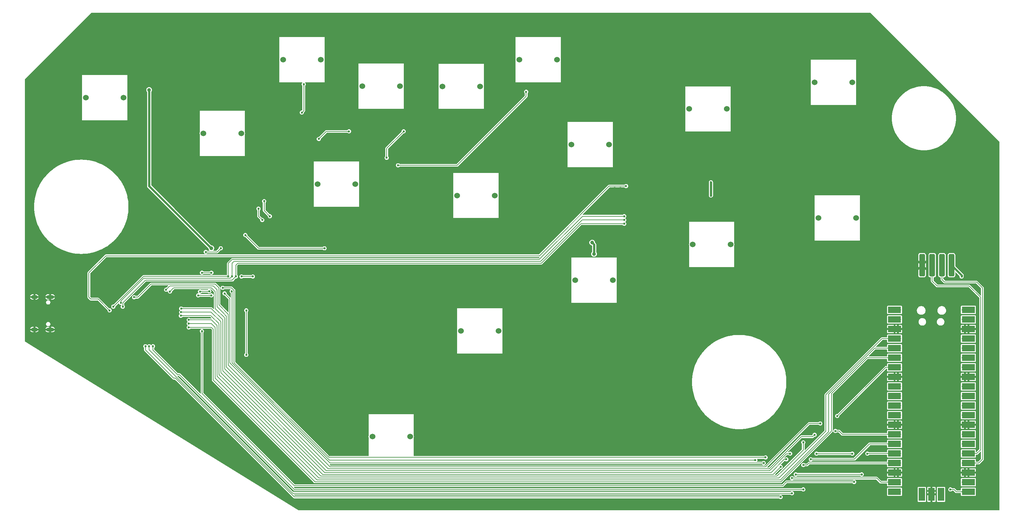
<source format=gbr>
%TF.GenerationSoftware,KiCad,Pcbnew,8.0.8*%
%TF.CreationDate,2025-02-16T17:42:49-08:00*%
%TF.ProjectId,MainBoard_RP2040,4d61696e-426f-4617-9264-5f5250323034,rev?*%
%TF.SameCoordinates,Original*%
%TF.FileFunction,Copper,L1,Top*%
%TF.FilePolarity,Positive*%
%FSLAX46Y46*%
G04 Gerber Fmt 4.6, Leading zero omitted, Abs format (unit mm)*
G04 Created by KiCad (PCBNEW 8.0.8) date 2025-02-16 17:42:49*
%MOMM*%
%LPD*%
G01*
G04 APERTURE LIST*
G04 Aperture macros list*
%AMRoundRect*
0 Rectangle with rounded corners*
0 $1 Rounding radius*
0 $2 $3 $4 $5 $6 $7 $8 $9 X,Y pos of 4 corners*
0 Add a 4 corners polygon primitive as box body*
4,1,4,$2,$3,$4,$5,$6,$7,$8,$9,$2,$3,0*
0 Add four circle primitives for the rounded corners*
1,1,$1+$1,$2,$3*
1,1,$1+$1,$4,$5*
1,1,$1+$1,$6,$7*
1,1,$1+$1,$8,$9*
0 Add four rect primitives between the rounded corners*
20,1,$1+$1,$2,$3,$4,$5,0*
20,1,$1+$1,$4,$5,$6,$7,0*
20,1,$1+$1,$6,$7,$8,$9,0*
20,1,$1+$1,$8,$9,$2,$3,0*%
G04 Aperture macros list end*
%TA.AperFunction,WasherPad*%
%ADD10C,1.530000*%
%TD*%
%TA.AperFunction,ComponentPad*%
%ADD11O,1.700000X1.700000*%
%TD*%
%TA.AperFunction,SMDPad,CuDef*%
%ADD12R,3.500000X1.700000*%
%TD*%
%TA.AperFunction,ComponentPad*%
%ADD13R,1.700000X1.700000*%
%TD*%
%TA.AperFunction,SMDPad,CuDef*%
%ADD14R,1.700000X3.500000*%
%TD*%
%TA.AperFunction,SMDPad,CuDef*%
%ADD15RoundRect,0.381000X0.381000X-2.619000X0.381000X2.619000X-0.381000X2.619000X-0.381000X-2.619000X0*%
%TD*%
%TA.AperFunction,ComponentPad*%
%ADD16O,2.100000X1.000000*%
%TD*%
%TA.AperFunction,ComponentPad*%
%ADD17O,1.800000X1.000000*%
%TD*%
%TA.AperFunction,ViaPad*%
%ADD18C,0.600000*%
%TD*%
%TA.AperFunction,ViaPad*%
%ADD19C,1.000000*%
%TD*%
%TA.AperFunction,Conductor*%
%ADD20C,0.600000*%
%TD*%
%TA.AperFunction,Conductor*%
%ADD21C,0.200000*%
%TD*%
G04 APERTURE END LIST*
D10*
%TO.P,U31,*%
%TO.N,*%
X196700000Y-43050002D03*
X206700000Y-43050002D03*
%TD*%
%TO.P,U29,*%
%TO.N,*%
X165500000Y-52500003D03*
X175500000Y-52500003D03*
%TD*%
%TO.P,U23,*%
%TO.N,*%
X151700000Y-30000000D03*
X161700000Y-30000000D03*
%TD*%
%TO.P,U35,*%
%TO.N,*%
X166500000Y-88450001D03*
X176500000Y-88450001D03*
%TD*%
%TO.P,U30,*%
%TO.N,*%
X197700000Y-79000000D03*
X207700000Y-79000000D03*
%TD*%
%TO.P,U27,*%
%TO.N,*%
X131300000Y-37050002D03*
X141300000Y-37050002D03*
%TD*%
%TO.P,U22,*%
%TO.N,*%
X110000000Y-37000000D03*
X120000000Y-37000000D03*
%TD*%
D11*
%TO.P,U37,1,GPIO0*%
%TO.N,unconnected-(U37-GPIO0-Pad1)*%
X252110000Y-96370000D03*
D12*
X251210000Y-96370000D03*
D11*
%TO.P,U37,2,GPIO1*%
%TO.N,unconnected-(U37-GPIO1-Pad2)*%
X252110000Y-98910000D03*
D12*
X251210000Y-98910000D03*
D13*
%TO.P,U37,3,GND*%
%TO.N,GND*%
X252110000Y-101450000D03*
D12*
X251210000Y-101450000D03*
D11*
%TO.P,U37,4,GPIO2*%
%TO.N,/U*%
X252110000Y-103990000D03*
D12*
X251210000Y-103990000D03*
D11*
%TO.P,U37,5,GPIO3*%
%TO.N,/D*%
X252110000Y-106530000D03*
D12*
X251210000Y-106530000D03*
D11*
%TO.P,U37,6,GPIO4*%
%TO.N,/R*%
X252110000Y-109070000D03*
D12*
X251210000Y-109070000D03*
D11*
%TO.P,U37,7,GPIO5*%
%TO.N,/L*%
X252110000Y-111610000D03*
D12*
X251210000Y-111610000D03*
D13*
%TO.P,U37,8,GND*%
%TO.N,GND*%
X252110000Y-114150000D03*
D12*
X251210000Y-114150000D03*
D11*
%TO.P,U37,9,GPIO6*%
%TO.N,/LK*%
X252110000Y-116690000D03*
D12*
X251210000Y-116690000D03*
D11*
%TO.P,U37,10,GPIO7*%
%TO.N,/MK*%
X252110000Y-119230000D03*
D12*
X251210000Y-119230000D03*
D11*
%TO.P,U37,11,GPIO8*%
%TO.N,/HK*%
X252110000Y-121770000D03*
D12*
X251210000Y-121770000D03*
D11*
%TO.P,U37,12,GPIO9*%
%TO.N,/SHK*%
X252110000Y-124310000D03*
D12*
X251210000Y-124310000D03*
D13*
%TO.P,U37,13,GND*%
%TO.N,GND*%
X252110000Y-126850000D03*
D12*
X251210000Y-126850000D03*
D11*
%TO.P,U37,14,GPIO10*%
%TO.N,/LP*%
X252110000Y-129390000D03*
D12*
X251210000Y-129390000D03*
D11*
%TO.P,U37,15,GPIO11*%
%TO.N,/MP*%
X252110000Y-131930000D03*
D12*
X251210000Y-131930000D03*
D11*
%TO.P,U37,16,GPIO12*%
%TO.N,/HP*%
X252110000Y-134470000D03*
D12*
X251210000Y-134470000D03*
D11*
%TO.P,U37,17,GPIO13*%
%TO.N,/SHP*%
X252110000Y-137010000D03*
D12*
X251210000Y-137010000D03*
D13*
%TO.P,U37,18,GND*%
%TO.N,GND*%
X252110000Y-139550000D03*
D12*
X251210000Y-139550000D03*
D11*
%TO.P,U37,19,GPIO14*%
%TO.N,/TURBO*%
X252110000Y-142090000D03*
D12*
X251210000Y-142090000D03*
D11*
%TO.P,U37,20,GPIO15*%
%TO.N,unconnected-(U37-GPIO15-Pad20)*%
X252110000Y-144630000D03*
D12*
X251210000Y-144630000D03*
D11*
%TO.P,U37,21,GPIO16*%
%TO.N,/SELECT*%
X269890000Y-144630000D03*
D12*
X270790000Y-144630000D03*
D11*
%TO.P,U37,22,GPIO17*%
%TO.N,/START*%
X269890000Y-142090000D03*
D12*
X270790000Y-142090000D03*
D13*
%TO.P,U37,23,GND*%
%TO.N,GND*%
X269890000Y-139550000D03*
D12*
X270790000Y-139550000D03*
D11*
%TO.P,U37,24,GPIO18*%
%TO.N,/HOST_D-*%
X269890000Y-137010000D03*
D12*
X270790000Y-137010000D03*
D11*
%TO.P,U37,25,GPIO19*%
%TO.N,/HOST_D+*%
X269890000Y-134470000D03*
D12*
X270790000Y-134470000D03*
D11*
%TO.P,U37,26,GPIO20*%
%TO.N,/HOME*%
X269890000Y-131930000D03*
D12*
X270790000Y-131930000D03*
D11*
%TO.P,U37,27,GPIO21*%
%TO.N,unconnected-(U37-GPIO21-Pad27)*%
X269890000Y-129390000D03*
D12*
X270790000Y-129390000D03*
D13*
%TO.P,U37,28,GND*%
%TO.N,GND*%
X269890000Y-126850000D03*
D12*
X270790000Y-126850000D03*
D11*
%TO.P,U37,29,GPIO22*%
%TO.N,unconnected-(U37-GPIO22-Pad29)*%
X269890000Y-124310000D03*
D12*
X270790000Y-124310000D03*
D11*
%TO.P,U37,30,RUN*%
%TO.N,unconnected-(U37-RUN-Pad30)*%
X269890000Y-121770000D03*
D12*
X270790000Y-121770000D03*
D11*
%TO.P,U37,31,GPIO26_ADC0*%
%TO.N,unconnected-(U37-GPIO26_ADC0-Pad31)*%
X269890000Y-119230000D03*
D12*
X270790000Y-119230000D03*
D11*
%TO.P,U37,32,GPIO27_ADC1*%
%TO.N,unconnected-(U37-GPIO27_ADC1-Pad32)*%
X269890000Y-116690000D03*
D12*
X270790000Y-116690000D03*
D13*
%TO.P,U37,33,AGND*%
%TO.N,GND*%
X269890000Y-114150000D03*
D12*
X270790000Y-114150000D03*
D11*
%TO.P,U37,34,GPIO28_ADC2*%
%TO.N,unconnected-(U37-GPIO28_ADC2-Pad34)*%
X269890000Y-111610000D03*
D12*
X270790000Y-111610000D03*
D11*
%TO.P,U37,35,ADC_VREF*%
%TO.N,unconnected-(U37-ADC_VREF-Pad35)*%
X269890000Y-109070000D03*
D12*
X270790000Y-109070000D03*
D11*
%TO.P,U37,36,3V3*%
%TO.N,unconnected-(U37-3V3-Pad36)*%
X269890000Y-106530000D03*
D12*
X270790000Y-106530000D03*
D11*
%TO.P,U37,37,3V3_EN*%
%TO.N,unconnected-(U37-3V3_EN-Pad37)*%
X269890000Y-103990000D03*
D12*
X270790000Y-103990000D03*
D13*
%TO.P,U37,38,GND*%
%TO.N,GND*%
X269890000Y-101450000D03*
D12*
X270790000Y-101450000D03*
D11*
%TO.P,U37,39,VSYS*%
%TO.N,unconnected-(U37-VSYS-Pad39)*%
X269890000Y-98910000D03*
D12*
X270790000Y-98910000D03*
D11*
%TO.P,U37,40,VBUS*%
%TO.N,VCC*%
X269890000Y-96370000D03*
D12*
X270790000Y-96370000D03*
D11*
%TO.P,U37,41,SWCLK*%
%TO.N,unconnected-(U37-SWCLK-Pad41)*%
X258460000Y-144400000D03*
D14*
X258460000Y-145300000D03*
D13*
%TO.P,U37,42,GND*%
%TO.N,GND*%
X261000000Y-144400000D03*
D14*
X261000000Y-145300000D03*
D11*
%TO.P,U37,43,SWDIO*%
%TO.N,unconnected-(U37-SWDIO-Pad43)*%
X263540000Y-144400000D03*
D14*
X263540000Y-145300000D03*
%TD*%
D10*
%TO.P,U21,*%
%TO.N,*%
X89000000Y-30000000D03*
X99000000Y-30000000D03*
%TD*%
%TO.P,U26,*%
%TO.N,*%
X231000000Y-71950001D03*
X241000000Y-71950001D03*
%TD*%
%TO.P,U2,*%
%TO.N,*%
X36700000Y-40050002D03*
X46700000Y-40050002D03*
%TD*%
%TO.P,U24,*%
%TO.N,*%
X67900000Y-49500003D03*
X77900000Y-49500003D03*
%TD*%
%TO.P,U33,*%
%TO.N,*%
X112700000Y-130000000D03*
X122700000Y-130000000D03*
%TD*%
%TO.P,U32,*%
%TO.N,*%
X135200000Y-66000000D03*
X145200000Y-66000000D03*
%TD*%
D15*
%TO.P,U1,1,GND*%
%TO.N,GND*%
X258500000Y-84500000D03*
%TO.P,U1,2,D+*%
%TO.N,/HOST_D+*%
X261200000Y-84500000D03*
%TO.P,U1,3,D-*%
%TO.N,/HOST_D-*%
X263800000Y-84500000D03*
%TO.P,U1,4,VCC*%
%TO.N,VCC*%
X266300000Y-84500000D03*
%TD*%
D10*
%TO.P,U25,*%
%TO.N,*%
X230000000Y-36000003D03*
X240000000Y-36000003D03*
%TD*%
%TO.P,U28,*%
%TO.N,*%
X98200000Y-63000000D03*
X108200000Y-63000000D03*
%TD*%
%TO.P,U34,*%
%TO.N,*%
X136200000Y-101949998D03*
X146200000Y-101949998D03*
%TD*%
D16*
%TO.P,J1,SH1,SHELL_GND*%
%TO.N,GND*%
X27220000Y-101560000D03*
%TO.P,J1,SH2,SHELL_GND__1*%
X27220000Y-92920000D03*
D17*
%TO.P,J1,SH3,SHELL_GND__2*%
X23040000Y-101560000D03*
%TO.P,J1,SH4,SHELL_GND__3*%
X23040000Y-92920000D03*
%TD*%
D18*
%TO.N,GND*%
X60000000Y-93000000D03*
X57500000Y-94500000D03*
X54000000Y-94500000D03*
X57500000Y-107000000D03*
X55500000Y-101500000D03*
X55500000Y-99000000D03*
X52500000Y-99000000D03*
X52500000Y-102000000D03*
X147000000Y-112000000D03*
X108500000Y-133500000D03*
X108500000Y-125000000D03*
X128500000Y-127500000D03*
X81000000Y-113500000D03*
X74000000Y-121500000D03*
X72000000Y-120000000D03*
X66500000Y-114000000D03*
X65000000Y-110500000D03*
X51000000Y-109000000D03*
X46000000Y-107000000D03*
X62000000Y-91500000D03*
X64500000Y-94000000D03*
X69500000Y-95000000D03*
X73500000Y-95000000D03*
X77500000Y-93500000D03*
X76000000Y-90000000D03*
X65500000Y-85000000D03*
X61500000Y-84500000D03*
X50500000Y-83500000D03*
X40000000Y-90000000D03*
X35000000Y-88500000D03*
X39500000Y-98000000D03*
X37500000Y-96500000D03*
X36000000Y-95000000D03*
X33500000Y-95000000D03*
X33500000Y-100000000D03*
X184500000Y-91000000D03*
X186000000Y-91000000D03*
X87000000Y-53500000D03*
X153000000Y-52500000D03*
X129000000Y-60000000D03*
X180500000Y-45000000D03*
X216500000Y-73500000D03*
X175500000Y-67000000D03*
X128000000Y-61500000D03*
X216000000Y-39500000D03*
X128000000Y-62500000D03*
X215000000Y-39500000D03*
X187500000Y-91000000D03*
X87000000Y-57500000D03*
X186000000Y-88000000D03*
X216000000Y-36500000D03*
X59500000Y-46000000D03*
X192500000Y-73500000D03*
X114000000Y-64000000D03*
X216500000Y-75000000D03*
X190500000Y-77500000D03*
X177000000Y-70500000D03*
X182000000Y-43500000D03*
X157000000Y-52500000D03*
X216000000Y-38000000D03*
X93000000Y-110000000D03*
X141000000Y-124500000D03*
X155000000Y-52500000D03*
X89000000Y-55500000D03*
X159000000Y-52500000D03*
X130000000Y-62500000D03*
X187500000Y-89500000D03*
X139500000Y-127000000D03*
X58000000Y-47500000D03*
X175500000Y-75500000D03*
X85000000Y-55500000D03*
X214000000Y-38000000D03*
X89000000Y-53500000D03*
X228500000Y-66500000D03*
X186000000Y-89500000D03*
X178500000Y-64000000D03*
X159000000Y-54500000D03*
X180500000Y-42000000D03*
X119000000Y-70000000D03*
X130000000Y-61500000D03*
X225500000Y-69000000D03*
X155000000Y-58500000D03*
X141000000Y-127000000D03*
X213500000Y-76500000D03*
X34500000Y-52500000D03*
X36000000Y-52500000D03*
X157000000Y-58500000D03*
X177000000Y-67000000D03*
X213500000Y-75000000D03*
X190500000Y-73500000D03*
X116500000Y-68000000D03*
X216500000Y-76500000D03*
X214000000Y-36500000D03*
X187500000Y-88000000D03*
X213500000Y-73500000D03*
X128000000Y-60000000D03*
X157000000Y-54500000D03*
X89000000Y-57500000D03*
X138000000Y-122500000D03*
X175500000Y-65500000D03*
X177000000Y-64000000D03*
X116500000Y-66500000D03*
X59500000Y-49000000D03*
X61000000Y-47500000D03*
X36000000Y-54500000D03*
X194500000Y-73500000D03*
X87000000Y-55500000D03*
X93000000Y-111500000D03*
X37500000Y-51000000D03*
X94500000Y-108500000D03*
X139500000Y-122500000D03*
X91500000Y-111500000D03*
X116500000Y-70000000D03*
X184500000Y-89500000D03*
X119000000Y-68000000D03*
X153000000Y-54500000D03*
X178500000Y-65500000D03*
X194500000Y-75500000D03*
X159000000Y-56500000D03*
X114000000Y-66500000D03*
X129000000Y-62500000D03*
X155000000Y-56500000D03*
X182000000Y-45000000D03*
X139500000Y-124500000D03*
X130000000Y-60000000D03*
X34500000Y-51000000D03*
X190500000Y-75500000D03*
X215000000Y-76500000D03*
X58000000Y-46000000D03*
X215000000Y-38000000D03*
X177000000Y-77000000D03*
X37500000Y-52500000D03*
X138000000Y-127000000D03*
X37500000Y-54500000D03*
X91500000Y-110000000D03*
X180500000Y-43500000D03*
X85000000Y-53500000D03*
X215000000Y-75000000D03*
X177000000Y-65500000D03*
X47500000Y-99500000D03*
X153000000Y-56500000D03*
X129000000Y-61500000D03*
X58000000Y-49000000D03*
X228500000Y-69000000D03*
X93000000Y-108500000D03*
X91500000Y-108500000D03*
X225500000Y-66500000D03*
X94500000Y-111500000D03*
X184500000Y-88000000D03*
X59500000Y-47500000D03*
X222500000Y-69000000D03*
X157000000Y-56500000D03*
X183500000Y-42000000D03*
X138000000Y-124500000D03*
X36000000Y-51000000D03*
X34500000Y-54500000D03*
X194500000Y-77500000D03*
X222500000Y-66500000D03*
X155000000Y-54500000D03*
X85000000Y-57500000D03*
X175500000Y-77000000D03*
X192500000Y-75500000D03*
X94500000Y-110000000D03*
X159000000Y-58500000D03*
X61000000Y-46000000D03*
X183500000Y-43500000D03*
X222500000Y-64000000D03*
X141000000Y-122500000D03*
X215000000Y-73500000D03*
X175500000Y-70500000D03*
X225500000Y-64000000D03*
X153000000Y-58500000D03*
X182000000Y-42000000D03*
X192500000Y-77500000D03*
X116500000Y-64000000D03*
X177000000Y-75500000D03*
X61000000Y-49000000D03*
X214000000Y-39500000D03*
X215000000Y-36500000D03*
X228500000Y-64000000D03*
X178500000Y-67000000D03*
X183500000Y-45000000D03*
X178500000Y-75500000D03*
D19*
%TO.N,VCC*%
X171000000Y-78500000D03*
D18*
X269000000Y-87500000D03*
D19*
X171500000Y-81500000D03*
D18*
X202500000Y-66000000D03*
X202500000Y-62500000D03*
D19*
X53500000Y-38000000D03*
X70000000Y-80000000D03*
D18*
%TO.N,SCLK*%
X74500000Y-87500000D03*
X179500000Y-71500000D03*
X44000000Y-95500000D03*
%TO.N,MOSI*%
X179500000Y-73500000D03*
X76500000Y-87500000D03*
X46500000Y-95500000D03*
%TO.N,NOT_CS1*%
X180000000Y-63500000D03*
X43000000Y-96500000D03*
%TO.N,MISO*%
X179500000Y-72500000D03*
X46000000Y-94500000D03*
X75500000Y-87500000D03*
%TO.N,UA*%
X79274999Y-108274999D03*
X79274999Y-96500000D03*
%TO.N,HOMEA*%
X106500000Y-49000000D03*
X98500000Y-51000000D03*
X85500000Y-71500000D03*
X84000000Y-67500000D03*
%TO.N,SELECTA*%
X153500000Y-38500000D03*
X119500000Y-58000000D03*
X79000000Y-76500000D03*
X100000000Y-80000000D03*
%TO.N,TURBOA*%
X78000000Y-87500000D03*
X81000000Y-87500000D03*
X121000000Y-49000000D03*
X116500000Y-56000000D03*
%TO.N,NOT_CS2*%
X68500000Y-81000000D03*
X72500000Y-80000000D03*
%TO.N,STARTA*%
X94500000Y-36500000D03*
X83500000Y-72500000D03*
X82500000Y-69500000D03*
X94000000Y-44000000D03*
%TO.N,/TURBO*%
X216500000Y-137000000D03*
X66500000Y-92500000D03*
X70000000Y-92500000D03*
X224000000Y-141000000D03*
X73500000Y-92000000D03*
%TO.N,/SELECT*%
X266000000Y-144000000D03*
X73000000Y-90500000D03*
X217000000Y-135500000D03*
X242500000Y-140000000D03*
X225000000Y-140000000D03*
X70000000Y-86500000D03*
X67500000Y-86500000D03*
%TO.N,/HK*%
X224000000Y-145000000D03*
X53500000Y-106000000D03*
%TO.N,/D*%
X64000000Y-100000000D03*
%TO.N,/SHK*%
X54500000Y-106000000D03*
X227000000Y-144000000D03*
%TO.N,/MK*%
X221000000Y-146000000D03*
X52500000Y-106000000D03*
%TO.N,/MP*%
X222500000Y-136000000D03*
X229000000Y-136000000D03*
X62000000Y-96000000D03*
%TO.N,/L*%
X231500000Y-126500000D03*
X49500000Y-93000000D03*
X236000000Y-124500000D03*
%TO.N,/HP*%
X223500000Y-134500000D03*
X244000000Y-134500000D03*
X230500000Y-134500000D03*
X59000000Y-91500000D03*
X240000000Y-134500000D03*
%TO.N,/SHP*%
X227000000Y-137500000D03*
X221000000Y-138000000D03*
X61971446Y-96971446D03*
%TO.N,/LK*%
X227000000Y-131500000D03*
X61896446Y-97896446D03*
%TO.N,/R*%
X64000000Y-101000000D03*
%TO.N,/START*%
X67500000Y-102000000D03*
X240500000Y-142000000D03*
%TO.N,/LP*%
X230000000Y-129500000D03*
X58000000Y-91000000D03*
X235500000Y-128500000D03*
%TO.N,/HOME*%
X75400000Y-91400000D03*
X214282843Y-136217157D03*
X67000000Y-91500000D03*
X69434313Y-91400000D03*
%TO.N,/U*%
X64000000Y-99000000D03*
%TO.N,GND*%
X153000000Y-106000000D03*
X131500000Y-99500000D03*
X164500000Y-96500000D03*
X151000000Y-87500000D03*
X181000000Y-81500000D03*
X194000000Y-85500000D03*
X191500000Y-60500000D03*
X199000000Y-52500000D03*
%TD*%
D20*
%TO.N,VCC*%
X269000000Y-87500000D02*
X269000000Y-87200000D01*
X70000000Y-80000000D02*
X53500000Y-63500000D01*
X202500000Y-66000000D02*
X202500000Y-62500000D01*
X171500000Y-79000000D02*
X171000000Y-78500000D01*
X53500000Y-63500000D02*
X53500000Y-38000000D01*
X171500000Y-81500000D02*
X171500000Y-79000000D01*
X269000000Y-87200000D02*
X266300000Y-84500000D01*
D21*
%TO.N,SCLK*%
X74500000Y-87500000D02*
X52000000Y-87500000D01*
X168462132Y-71500000D02*
X179500000Y-71500000D01*
X75500000Y-83000000D02*
X156962132Y-83000000D01*
X74500000Y-84000000D02*
X75500000Y-83000000D01*
X156962132Y-83000000D02*
X168462132Y-71500000D01*
X52000000Y-87500000D02*
X44000000Y-95500000D01*
X74500000Y-87500000D02*
X74500000Y-84000000D01*
%TO.N,MOSI*%
X76500000Y-84500000D02*
X76500000Y-87500000D01*
X77000000Y-84000000D02*
X76500000Y-84500000D01*
X46500000Y-94500000D02*
X46500000Y-95500000D01*
X76500000Y-87500000D02*
X75500000Y-88500000D01*
X75500000Y-88500000D02*
X52500000Y-88500000D01*
X157500000Y-84000000D02*
X77000000Y-84000000D01*
X168000000Y-73500000D02*
X157500000Y-84000000D01*
X52500000Y-88500000D02*
X46500000Y-94500000D01*
X179500000Y-73500000D02*
X168000000Y-73500000D01*
%TO.N,NOT_CS1*%
X37500000Y-86500000D02*
X37500000Y-93000000D01*
X157000000Y-82000000D02*
X42000000Y-82000000D01*
X38000000Y-93500000D02*
X40000000Y-93500000D01*
X40000000Y-93500000D02*
X43000000Y-96500000D01*
X37500000Y-93000000D02*
X38000000Y-93500000D01*
X175500000Y-63500000D02*
X157000000Y-82000000D01*
X42000000Y-82000000D02*
X37500000Y-86500000D01*
X180000000Y-63500000D02*
X175500000Y-63500000D01*
%TO.N,MISO*%
X179500000Y-72500000D02*
X168348528Y-72500000D01*
X75000000Y-88000000D02*
X52000000Y-88000000D01*
X75500000Y-84000000D02*
X75500000Y-87500000D01*
X75500000Y-87500000D02*
X75000000Y-88000000D01*
X46000000Y-94000000D02*
X46000000Y-94500000D01*
X168348528Y-72500000D02*
X157348528Y-83500000D01*
X157348528Y-83500000D02*
X76000000Y-83500000D01*
X76000000Y-83500000D02*
X75500000Y-84000000D01*
X52000000Y-88000000D02*
X46000000Y-94000000D01*
%TO.N,UA*%
X79274999Y-96500000D02*
X79274999Y-108274999D01*
%TO.N,HOMEA*%
X84000000Y-70000000D02*
X85500000Y-71500000D01*
X100500000Y-49000000D02*
X98500000Y-51000000D01*
X106500000Y-49000000D02*
X100500000Y-49000000D01*
X84000000Y-67500000D02*
X84000000Y-70000000D01*
%TO.N,SELECTA*%
X135207107Y-58000000D02*
X119500000Y-58000000D01*
X153500000Y-38500000D02*
X153500000Y-39707107D01*
X153500000Y-39707107D02*
X135207107Y-58000000D01*
X82500000Y-80000000D02*
X100000000Y-80000000D01*
X79000000Y-76500000D02*
X82500000Y-80000000D01*
%TO.N,TURBOA*%
X121000000Y-49000000D02*
X116500000Y-53500000D01*
X116500000Y-53500000D02*
X116500000Y-56000000D01*
X81000000Y-87500000D02*
X78000000Y-87500000D01*
%TO.N,NOT_CS2*%
X68500000Y-81000000D02*
X71500000Y-81000000D01*
X71500000Y-81000000D02*
X72500000Y-80000000D01*
%TO.N,STARTA*%
X82500000Y-69500000D02*
X82500000Y-71500000D01*
X94500000Y-43500000D02*
X94000000Y-44000000D01*
X82500000Y-71500000D02*
X83500000Y-72500000D01*
X94500000Y-36500000D02*
X94500000Y-43500000D01*
%TO.N,/TURBO*%
X101500000Y-137000000D02*
X216000000Y-137000000D01*
X74900000Y-93400000D02*
X74900000Y-110400000D01*
X216000000Y-137000000D02*
X216500000Y-137000000D01*
X74900000Y-110400000D02*
X101500000Y-137000000D01*
X246500000Y-141000000D02*
X247590000Y-142090000D01*
X224000000Y-141000000D02*
X246500000Y-141000000D01*
X247590000Y-142090000D02*
X252110000Y-142090000D01*
X70000000Y-92500000D02*
X66500000Y-92500000D01*
X73500000Y-92000000D02*
X74900000Y-93400000D01*
%TO.N,/SELECT*%
X76000000Y-91151471D02*
X76000000Y-110368628D01*
X67500000Y-86500000D02*
X70000000Y-86500000D01*
X266000000Y-144000000D02*
X267000000Y-144000000D01*
X73000000Y-90500000D02*
X75348529Y-90500000D01*
X213000000Y-135500000D02*
X217000000Y-135500000D01*
X225000000Y-140000000D02*
X242500000Y-140000000D01*
X76000000Y-110368628D02*
X101131372Y-135500000D01*
X267000000Y-144000000D02*
X267630000Y-144630000D01*
X267630000Y-144630000D02*
X269890000Y-144630000D01*
X101131372Y-135500000D02*
X213000000Y-135500000D01*
X75348529Y-90500000D02*
X76000000Y-91151471D01*
%TO.N,/HK*%
X91565686Y-145000000D02*
X53500000Y-106934314D01*
X224000000Y-145000000D02*
X91565686Y-145000000D01*
X53500000Y-106934314D02*
X53500000Y-106000000D01*
%TO.N,/D*%
X98000000Y-141500000D02*
X220934314Y-141500000D01*
X245904314Y-106530000D02*
X252110000Y-106530000D01*
X70000000Y-100000000D02*
X71000000Y-101000000D01*
X220934314Y-141500000D02*
X233717157Y-128717157D01*
X64000000Y-100000000D02*
X70000000Y-100000000D01*
X71000000Y-114500000D02*
X98000000Y-141500000D01*
X233717157Y-128717157D02*
X233717157Y-118717157D01*
X233717157Y-118717157D02*
X245904314Y-106530000D01*
X71000000Y-101000000D02*
X71000000Y-114500000D01*
%TO.N,/SHK*%
X227000000Y-144000000D02*
X92000000Y-144000000D01*
X54500000Y-107000000D02*
X54500000Y-106000000D01*
X92000000Y-144000000D02*
X61500000Y-113500000D01*
X61000000Y-113500000D02*
X54500000Y-107000000D01*
X61500000Y-113500000D02*
X61000000Y-113500000D01*
%TO.N,/MK*%
X221000000Y-146000000D02*
X92000000Y-146000000D01*
X52500000Y-107000000D02*
X52500000Y-106000000D01*
X60500000Y-114500000D02*
X60000000Y-114500000D01*
X60000000Y-114500000D02*
X52500000Y-107000000D01*
X92000000Y-146000000D02*
X60500000Y-114500000D01*
%TO.N,/MP*%
X73000000Y-112500000D02*
X100000000Y-139500000D01*
X62000000Y-96000000D02*
X70000000Y-96000000D01*
X100000000Y-139500000D02*
X218500000Y-139500000D01*
X229000000Y-136000000D02*
X240500000Y-136000000D01*
X244570000Y-131930000D02*
X252110000Y-131930000D01*
X222000000Y-136000000D02*
X222500000Y-136000000D01*
X240500000Y-136000000D02*
X244570000Y-131930000D01*
X73000000Y-99000000D02*
X73000000Y-112500000D01*
X70000000Y-96000000D02*
X73000000Y-99000000D01*
X218500000Y-139500000D02*
X222000000Y-136000000D01*
%TO.N,/L*%
X248890000Y-111610000D02*
X252110000Y-111610000D01*
X50500000Y-93000000D02*
X54000000Y-89500000D01*
X72000000Y-95000000D02*
X74500000Y-97500000D01*
X236000000Y-124500000D02*
X248890000Y-111610000D01*
X72000000Y-90500000D02*
X72000000Y-95000000D01*
X101500000Y-138000000D02*
X217000000Y-138000000D01*
X74500000Y-97500000D02*
X74500000Y-111000000D01*
X71000000Y-89500000D02*
X72000000Y-90500000D01*
X62000000Y-89500000D02*
X61500000Y-89500000D01*
X74500000Y-111000000D02*
X101500000Y-138000000D01*
X228500000Y-126500000D02*
X231500000Y-126500000D01*
X49500000Y-93000000D02*
X50500000Y-93000000D01*
X217000000Y-138000000D02*
X228500000Y-126500000D01*
X62000000Y-89500000D02*
X71000000Y-89500000D01*
X54000000Y-89500000D02*
X62000000Y-89500000D01*
%TO.N,/HP*%
X244030000Y-134470000D02*
X252110000Y-134470000D01*
X73500000Y-98500000D02*
X73500000Y-112000000D01*
X222565685Y-134500000D02*
X223500000Y-134500000D01*
X59000000Y-91500000D02*
X60000000Y-90500000D01*
X218065685Y-139000000D02*
X222565685Y-134500000D01*
X218000000Y-139000000D02*
X218065685Y-139000000D01*
X71000000Y-91500000D02*
X71000000Y-96000000D01*
X71000000Y-96000000D02*
X73500000Y-98500000D01*
X60000000Y-90500000D02*
X70000000Y-90500000D01*
X70000000Y-90500000D02*
X71000000Y-91500000D01*
X100500000Y-139000000D02*
X218000000Y-139000000D01*
X73500000Y-112000000D02*
X100500000Y-139000000D01*
X230500000Y-134500000D02*
X240000000Y-134500000D01*
X244000000Y-134500000D02*
X244030000Y-134470000D01*
%TO.N,/SHP*%
X218000000Y-140000000D02*
X219000000Y-140000000D01*
X219000000Y-140000000D02*
X221000000Y-138000000D01*
X78500000Y-119000000D02*
X99500000Y-140000000D01*
X227000000Y-137500000D02*
X228000000Y-137500000D01*
X99500000Y-140000000D02*
X218000000Y-140000000D01*
X72500000Y-113000000D02*
X78500000Y-119000000D01*
X72500000Y-99500000D02*
X72500000Y-105500000D01*
X61971446Y-96971446D02*
X69971446Y-96971446D01*
X70000000Y-97000000D02*
X72500000Y-99500000D01*
X228000000Y-137500000D02*
X228490000Y-137010000D01*
X72500000Y-105500000D02*
X72500000Y-113000000D01*
X228490000Y-137010000D02*
X252110000Y-137010000D01*
X69971446Y-96971446D02*
X70000000Y-97000000D01*
%TO.N,/LK*%
X72000000Y-100000000D02*
X72000000Y-104000000D01*
X72000000Y-113500000D02*
X73500000Y-115000000D01*
X72000000Y-104000000D02*
X72000000Y-113500000D01*
X73500000Y-115000000D02*
X99000000Y-140500000D01*
X227000000Y-133500000D02*
X227000000Y-131500000D01*
X70000000Y-98000000D02*
X72000000Y-100000000D01*
X70000000Y-98000000D02*
X69896446Y-97896446D01*
X218000000Y-140500000D02*
X220000000Y-140500000D01*
X61896446Y-97896446D02*
X69896446Y-97896446D01*
X221500000Y-139000000D02*
X227000000Y-133500000D01*
X220000000Y-140500000D02*
X221500000Y-139000000D01*
X99000000Y-140500000D02*
X218000000Y-140500000D01*
%TO.N,/R*%
X234500000Y-128500000D02*
X234500000Y-118500000D01*
X234500000Y-118500000D02*
X243930000Y-109070000D01*
X97500000Y-142000000D02*
X221000000Y-142000000D01*
X64000000Y-101000000D02*
X70000000Y-101000000D01*
X221000000Y-142000000D02*
X234500000Y-128500000D01*
X70000000Y-101000000D02*
X70500000Y-101500000D01*
X243930000Y-109070000D02*
X252110000Y-109070000D01*
X70500000Y-101500000D02*
X70500000Y-115000000D01*
X70500000Y-115000000D02*
X97500000Y-142000000D01*
%TO.N,/START*%
X92000000Y-143000000D02*
X221500000Y-143000000D01*
X67500000Y-102000000D02*
X67500000Y-118500000D01*
X221500000Y-143000000D02*
X222500000Y-142000000D01*
X67500000Y-118500000D02*
X92000000Y-143000000D01*
X222500000Y-142000000D02*
X240500000Y-142000000D01*
%TO.N,/LP*%
X218000000Y-138500000D02*
X226500000Y-130000000D01*
X237390000Y-129390000D02*
X252110000Y-129390000D01*
X73000000Y-97000000D02*
X74000000Y-98000000D01*
X58000000Y-91000000D02*
X59000000Y-90000000D01*
X71500000Y-91000000D02*
X71500000Y-95500000D01*
X229500000Y-130000000D02*
X230000000Y-129500000D01*
X236500000Y-128500000D02*
X237390000Y-129390000D01*
X235500000Y-128500000D02*
X236500000Y-128500000D01*
X74000000Y-111500000D02*
X101000000Y-138500000D01*
X70500000Y-90000000D02*
X71500000Y-91000000D01*
X74000000Y-98000000D02*
X74000000Y-111500000D01*
X101000000Y-138500000D02*
X218000000Y-138500000D01*
X226500000Y-130000000D02*
X229500000Y-130000000D01*
X59000000Y-90000000D02*
X70500000Y-90000000D01*
X71500000Y-95500000D02*
X73000000Y-97000000D01*
%TO.N,/HOME*%
X101282843Y-136217157D02*
X214282843Y-136217157D01*
X75500000Y-110434314D02*
X101282843Y-136217157D01*
X75400000Y-91400000D02*
X75500000Y-91500000D01*
X67000000Y-91500000D02*
X67100000Y-91400000D01*
X67100000Y-91400000D02*
X69434313Y-91400000D01*
X75500000Y-91500000D02*
X75500000Y-110434314D01*
%TO.N,/U*%
X70000000Y-99000000D02*
X71500000Y-100500000D01*
X64000000Y-99000000D02*
X70000000Y-99000000D01*
X98500000Y-141000000D02*
X220500000Y-141000000D01*
X247878628Y-103990000D02*
X252110000Y-103990000D01*
X71500000Y-100500000D02*
X71500000Y-114000000D01*
X233000000Y-128500000D02*
X233000000Y-118868628D01*
X71500000Y-114000000D02*
X98500000Y-141000000D01*
X233000000Y-118868628D02*
X247878628Y-103990000D01*
X220500000Y-141000000D02*
X233000000Y-128500000D01*
%TO.N,/HOST_D+*%
X274000000Y-93000000D02*
X271000000Y-90000000D01*
X271000000Y-90000000D02*
X262500000Y-90000000D01*
X273030000Y-134470000D02*
X274000000Y-133500000D01*
X269890000Y-134470000D02*
X273030000Y-134470000D01*
X274000000Y-133500000D02*
X274000000Y-93000000D01*
X261200000Y-88700000D02*
X261200000Y-84500000D01*
X262500000Y-90000000D02*
X261200000Y-88700000D01*
%TO.N,/HOST_D-*%
X274500000Y-136000000D02*
X274500000Y-90500000D01*
X273000000Y-89000000D02*
X264500000Y-89000000D01*
X273490000Y-137010000D02*
X274500000Y-136000000D01*
X269890000Y-137010000D02*
X273490000Y-137010000D01*
X264500000Y-89000000D02*
X263800000Y-88300000D01*
X274500000Y-90500000D02*
X273000000Y-89000000D01*
X263800000Y-88300000D02*
X263800000Y-84500000D01*
%TD*%
%TA.AperFunction,Conductor*%
%TO.N,GND*%
G36*
X244807038Y-17514852D02*
G01*
X278985179Y-51692993D01*
X278999531Y-51727634D01*
X279013421Y-149450493D01*
X278999074Y-149485143D01*
X278964428Y-149499500D01*
X93155759Y-149499500D01*
X93130046Y-149492212D01*
X89573789Y-147299999D01*
X81576998Y-142370470D01*
X22576015Y-106000000D01*
X51944750Y-106000000D01*
X51963669Y-106143708D01*
X52019136Y-106277620D01*
X52019139Y-106277625D01*
X52107376Y-106392618D01*
X52107377Y-106392619D01*
X52107379Y-106392621D01*
X52130329Y-106410231D01*
X52149081Y-106442709D01*
X52149500Y-106449105D01*
X52149500Y-107046143D01*
X52155786Y-107069602D01*
X52155786Y-107069603D01*
X52173385Y-107135287D01*
X52173386Y-107135290D01*
X52219530Y-107215212D01*
X59784788Y-114780470D01*
X59814040Y-114797359D01*
X59864709Y-114826613D01*
X59864711Y-114826613D01*
X59864712Y-114826614D01*
X59882439Y-114831364D01*
X59953853Y-114850500D01*
X59953856Y-114850500D01*
X59953857Y-114850500D01*
X60046144Y-114850500D01*
X60334522Y-114850500D01*
X60369170Y-114864852D01*
X91784788Y-146280470D01*
X91814040Y-146297359D01*
X91864709Y-146326613D01*
X91864711Y-146326613D01*
X91864712Y-146326614D01*
X91886998Y-146332585D01*
X91953853Y-146350500D01*
X91953856Y-146350500D01*
X220550894Y-146350500D01*
X220585542Y-146364852D01*
X220589766Y-146369668D01*
X220607379Y-146392621D01*
X220722375Y-146480861D01*
X220722377Y-146480861D01*
X220722379Y-146480863D01*
X220856291Y-146536330D01*
X221000000Y-146555250D01*
X221143709Y-146536330D01*
X221277625Y-146480861D01*
X221392621Y-146392621D01*
X221480861Y-146277625D01*
X221536330Y-146143709D01*
X221555250Y-146000000D01*
X221536330Y-145856291D01*
X221480863Y-145722379D01*
X221480860Y-145722374D01*
X221392621Y-145607379D01*
X221392620Y-145607378D01*
X221277625Y-145519139D01*
X221277620Y-145519136D01*
X221143708Y-145463669D01*
X221040716Y-145450110D01*
X221025299Y-145448080D01*
X221001990Y-145434622D01*
X220974700Y-145448080D01*
X220961079Y-145449874D01*
X220856291Y-145463669D01*
X220722379Y-145519136D01*
X220722374Y-145519139D01*
X220607380Y-145607377D01*
X220589768Y-145630330D01*
X220557289Y-145649081D01*
X220550894Y-145649500D01*
X92165478Y-145649500D01*
X92130830Y-145635148D01*
X91929830Y-145434148D01*
X91915478Y-145399500D01*
X91929830Y-145364852D01*
X91964478Y-145350500D01*
X220968304Y-145350500D01*
X221000107Y-145363673D01*
X221001867Y-145360626D01*
X221031696Y-145350500D01*
X223550894Y-145350500D01*
X223585542Y-145364852D01*
X223589766Y-145369668D01*
X223607379Y-145392621D01*
X223722375Y-145480861D01*
X223722377Y-145480861D01*
X223722379Y-145480863D01*
X223856291Y-145536330D01*
X224000000Y-145555250D01*
X224143709Y-145536330D01*
X224277625Y-145480861D01*
X224392621Y-145392621D01*
X224480861Y-145277625D01*
X224536330Y-145143709D01*
X224555250Y-145000000D01*
X224536330Y-144856291D01*
X224480861Y-144722375D01*
X224392621Y-144607379D01*
X224392618Y-144607377D01*
X224277625Y-144519139D01*
X224277620Y-144519136D01*
X224143708Y-144463669D01*
X224040716Y-144450110D01*
X224025299Y-144448080D01*
X224001990Y-144434622D01*
X223974700Y-144448080D01*
X223961079Y-144449874D01*
X223856291Y-144463669D01*
X223722379Y-144519136D01*
X223722374Y-144519139D01*
X223607380Y-144607377D01*
X223589768Y-144630330D01*
X223557289Y-144649081D01*
X223550894Y-144649500D01*
X91731163Y-144649500D01*
X91696515Y-144635148D01*
X60995516Y-113934148D01*
X60981164Y-113899500D01*
X60995516Y-113864852D01*
X61030164Y-113850500D01*
X61334522Y-113850500D01*
X61369170Y-113864852D01*
X91784788Y-144280470D01*
X91814040Y-144297359D01*
X91864709Y-144326613D01*
X91864711Y-144326613D01*
X91864712Y-144326614D01*
X91886998Y-144332585D01*
X91953853Y-144350500D01*
X91953856Y-144350500D01*
X91953857Y-144350500D01*
X92046144Y-144350500D01*
X223968304Y-144350500D01*
X224000107Y-144363673D01*
X224001867Y-144360626D01*
X224031696Y-144350500D01*
X226550894Y-144350500D01*
X226585542Y-144364852D01*
X226589766Y-144369668D01*
X226607379Y-144392621D01*
X226722375Y-144480861D01*
X226722377Y-144480861D01*
X226722379Y-144480863D01*
X226856291Y-144536330D01*
X227000000Y-144555250D01*
X227143709Y-144536330D01*
X227277625Y-144480861D01*
X227392621Y-144392621D01*
X227480861Y-144277625D01*
X227536330Y-144143709D01*
X227555250Y-144000000D01*
X227536330Y-143856291D01*
X227494508Y-143755322D01*
X249209500Y-143755322D01*
X249209500Y-145504677D01*
X249224033Y-145577739D01*
X249279398Y-145660601D01*
X249362260Y-145715966D01*
X249435326Y-145730500D01*
X252984674Y-145730500D01*
X253057740Y-145715966D01*
X253140601Y-145660601D01*
X253195966Y-145577740D01*
X253210500Y-145504674D01*
X253210500Y-144683149D01*
X253210709Y-144678628D01*
X253215215Y-144630000D01*
X253210709Y-144581370D01*
X253210500Y-144576849D01*
X253210500Y-144399999D01*
X257354785Y-144399999D01*
X257359291Y-144448628D01*
X257359500Y-144453149D01*
X257359500Y-147074677D01*
X257374033Y-147147739D01*
X257429398Y-147230601D01*
X257511557Y-147285496D01*
X257512260Y-147285966D01*
X257585326Y-147300500D01*
X259334674Y-147300500D01*
X259407740Y-147285966D01*
X259490601Y-147230601D01*
X259545966Y-147147740D01*
X259560500Y-147074674D01*
X259560500Y-147074629D01*
X259900000Y-147074629D01*
X259914503Y-147147542D01*
X259969759Y-147230240D01*
X260052457Y-147285496D01*
X260125370Y-147299999D01*
X260125376Y-147300000D01*
X260750000Y-147300000D01*
X261250000Y-147300000D01*
X261874624Y-147300000D01*
X261874629Y-147299999D01*
X261947542Y-147285496D01*
X262030240Y-147230240D01*
X262085496Y-147147542D01*
X262099999Y-147074629D01*
X262100000Y-147074624D01*
X262100000Y-145550000D01*
X261250000Y-145550000D01*
X261250000Y-147300000D01*
X260750000Y-147300000D01*
X260750000Y-145550000D01*
X259900000Y-145550000D01*
X259900000Y-147074629D01*
X259560500Y-147074629D01*
X259560500Y-144453149D01*
X259560709Y-144448628D01*
X259562007Y-144434622D01*
X259565215Y-144400000D01*
X259560709Y-144351370D01*
X259560500Y-144346849D01*
X259560500Y-143525370D01*
X259900000Y-143525370D01*
X259900000Y-144150000D01*
X260555440Y-144150000D01*
X260524755Y-144203147D01*
X260490000Y-144332857D01*
X260490000Y-144467143D01*
X260524755Y-144596853D01*
X260555440Y-144650000D01*
X259900000Y-144650000D01*
X259900000Y-145050000D01*
X260750000Y-145050000D01*
X260750000Y-144844560D01*
X260803147Y-144875245D01*
X260932857Y-144910000D01*
X261067143Y-144910000D01*
X261196853Y-144875245D01*
X261250000Y-144844560D01*
X261250000Y-145050000D01*
X262100000Y-145050000D01*
X262100000Y-144650000D01*
X261444560Y-144650000D01*
X261475245Y-144596853D01*
X261510000Y-144467143D01*
X261510000Y-144399999D01*
X262434785Y-144399999D01*
X262439291Y-144448628D01*
X262439500Y-144453149D01*
X262439500Y-147074677D01*
X262454033Y-147147739D01*
X262509398Y-147230601D01*
X262591557Y-147285496D01*
X262592260Y-147285966D01*
X262665326Y-147300500D01*
X264414674Y-147300500D01*
X264487740Y-147285966D01*
X264570601Y-147230601D01*
X264625966Y-147147740D01*
X264640500Y-147074674D01*
X264640500Y-144453149D01*
X264640709Y-144448628D01*
X264642007Y-144434622D01*
X264645215Y-144400000D01*
X264640709Y-144351370D01*
X264640500Y-144346849D01*
X264640500Y-144000000D01*
X265444750Y-144000000D01*
X265463669Y-144143708D01*
X265519136Y-144277620D01*
X265519139Y-144277625D01*
X265607379Y-144392621D01*
X265722375Y-144480861D01*
X265722377Y-144480861D01*
X265722379Y-144480863D01*
X265856291Y-144536330D01*
X266000000Y-144555250D01*
X266143709Y-144536330D01*
X266277625Y-144480861D01*
X266392621Y-144392621D01*
X266410232Y-144369669D01*
X266442711Y-144350919D01*
X266449106Y-144350500D01*
X266834522Y-144350500D01*
X266869170Y-144364852D01*
X267414788Y-144910470D01*
X267489935Y-144953856D01*
X267494712Y-144956614D01*
X267516998Y-144962585D01*
X267583853Y-144980500D01*
X267583856Y-144980500D01*
X267583857Y-144980500D01*
X267676144Y-144980500D01*
X268740500Y-144980500D01*
X268775148Y-144994852D01*
X268789500Y-145029500D01*
X268789500Y-145504677D01*
X268804033Y-145577739D01*
X268859398Y-145660601D01*
X268942260Y-145715966D01*
X269015326Y-145730500D01*
X272564674Y-145730500D01*
X272637740Y-145715966D01*
X272720601Y-145660601D01*
X272775966Y-145577740D01*
X272790500Y-145504674D01*
X272790500Y-143755326D01*
X272775966Y-143682260D01*
X272753797Y-143649081D01*
X272720601Y-143599398D01*
X272637739Y-143544033D01*
X272564677Y-143529500D01*
X272564674Y-143529500D01*
X269015326Y-143529500D01*
X269015322Y-143529500D01*
X268942260Y-143544033D01*
X268859398Y-143599398D01*
X268804033Y-143682260D01*
X268789500Y-143755322D01*
X268789500Y-144230500D01*
X268775148Y-144265148D01*
X268740500Y-144279500D01*
X267795478Y-144279500D01*
X267760830Y-144265148D01*
X267215212Y-143719530D01*
X267135289Y-143673386D01*
X267133327Y-143672860D01*
X267129929Y-143671950D01*
X267046147Y-143649500D01*
X267046144Y-143649500D01*
X266449106Y-143649500D01*
X266414458Y-143635148D01*
X266410232Y-143630330D01*
X266392619Y-143607377D01*
X266277625Y-143519139D01*
X266277620Y-143519136D01*
X266143708Y-143463669D01*
X266000000Y-143444750D01*
X265856291Y-143463669D01*
X265722379Y-143519136D01*
X265722374Y-143519139D01*
X265607379Y-143607378D01*
X265607378Y-143607379D01*
X265519139Y-143722374D01*
X265519136Y-143722379D01*
X265463669Y-143856291D01*
X265444750Y-144000000D01*
X264640500Y-144000000D01*
X264640500Y-143525326D01*
X264640499Y-143525322D01*
X264625966Y-143452260D01*
X264570601Y-143369398D01*
X264487739Y-143314033D01*
X264414677Y-143299500D01*
X264414674Y-143299500D01*
X262665326Y-143299500D01*
X262665322Y-143299500D01*
X262592260Y-143314033D01*
X262509398Y-143369398D01*
X262454033Y-143452260D01*
X262439500Y-143525322D01*
X262439500Y-144346849D01*
X262439291Y-144351370D01*
X262434785Y-144399999D01*
X261510000Y-144399999D01*
X261510000Y-144332857D01*
X261475245Y-144203147D01*
X261444560Y-144150000D01*
X262100000Y-144150000D01*
X262100000Y-143525376D01*
X262099999Y-143525370D01*
X262085496Y-143452457D01*
X262030240Y-143369759D01*
X261947542Y-143314503D01*
X261874629Y-143300000D01*
X261250000Y-143300000D01*
X261250000Y-143955439D01*
X261196853Y-143924755D01*
X261067143Y-143890000D01*
X260932857Y-143890000D01*
X260803147Y-143924755D01*
X260750000Y-143955439D01*
X260750000Y-143300000D01*
X260125370Y-143300000D01*
X260052457Y-143314503D01*
X259969759Y-143369759D01*
X259914503Y-143452457D01*
X259900000Y-143525370D01*
X259560500Y-143525370D01*
X259560500Y-143525326D01*
X259560499Y-143525322D01*
X259545966Y-143452260D01*
X259490601Y-143369398D01*
X259407739Y-143314033D01*
X259334677Y-143299500D01*
X259334674Y-143299500D01*
X257585326Y-143299500D01*
X257585322Y-143299500D01*
X257512260Y-143314033D01*
X257429398Y-143369398D01*
X257374033Y-143452260D01*
X257359500Y-143525322D01*
X257359500Y-144346849D01*
X257359291Y-144351370D01*
X257354785Y-144399999D01*
X253210500Y-144399999D01*
X253210500Y-143755326D01*
X253210499Y-143755322D01*
X253203945Y-143722375D01*
X253195966Y-143682260D01*
X253173797Y-143649081D01*
X253140601Y-143599398D01*
X253057739Y-143544033D01*
X252984677Y-143529500D01*
X252984674Y-143529500D01*
X249435326Y-143529500D01*
X249435322Y-143529500D01*
X249362260Y-143544033D01*
X249279398Y-143599398D01*
X249224033Y-143682260D01*
X249209500Y-143755322D01*
X227494508Y-143755322D01*
X227480861Y-143722375D01*
X227392621Y-143607379D01*
X227392618Y-143607377D01*
X227277625Y-143519139D01*
X227277620Y-143519136D01*
X227143708Y-143463669D01*
X227000000Y-143444750D01*
X226856291Y-143463669D01*
X226722379Y-143519136D01*
X226722374Y-143519139D01*
X226607380Y-143607377D01*
X226589768Y-143630330D01*
X226557289Y-143649081D01*
X226550894Y-143649500D01*
X92165478Y-143649500D01*
X92130830Y-143635148D01*
X91929830Y-143434148D01*
X91915478Y-143399500D01*
X91929830Y-143364852D01*
X91964478Y-143350500D01*
X221546146Y-143350500D01*
X221590716Y-143338557D01*
X221635288Y-143326614D01*
X221657077Y-143314034D01*
X221715212Y-143280470D01*
X222630830Y-142364852D01*
X222665478Y-142350500D01*
X240050894Y-142350500D01*
X240085542Y-142364852D01*
X240089766Y-142369668D01*
X240107379Y-142392621D01*
X240222375Y-142480861D01*
X240222377Y-142480861D01*
X240222379Y-142480863D01*
X240356291Y-142536330D01*
X240500000Y-142555250D01*
X240643709Y-142536330D01*
X240777625Y-142480861D01*
X240892621Y-142392621D01*
X240980861Y-142277625D01*
X241036330Y-142143709D01*
X241055250Y-142000000D01*
X241036330Y-141856291D01*
X240980863Y-141722379D01*
X240980860Y-141722374D01*
X240978678Y-141719531D01*
X240892621Y-141607379D01*
X240892618Y-141607377D01*
X240777625Y-141519139D01*
X240777620Y-141519136D01*
X240643708Y-141463669D01*
X240540716Y-141450110D01*
X240525299Y-141448080D01*
X240501990Y-141434622D01*
X240474700Y-141448080D01*
X240461079Y-141449874D01*
X240356291Y-141463669D01*
X240222379Y-141519136D01*
X240222374Y-141519139D01*
X240107380Y-141607377D01*
X240089768Y-141630330D01*
X240057289Y-141649081D01*
X240050894Y-141649500D01*
X224031696Y-141649500D01*
X223999892Y-141636326D01*
X223998133Y-141639374D01*
X223968304Y-141649500D01*
X222453853Y-141649500D01*
X222370071Y-141671950D01*
X222367582Y-141672616D01*
X222364710Y-141673386D01*
X222364709Y-141673386D01*
X222284787Y-141719530D01*
X222284787Y-141719531D01*
X221369170Y-142635148D01*
X221334522Y-142649500D01*
X92165477Y-142649500D01*
X92130829Y-142635148D01*
X67864852Y-118369170D01*
X67850500Y-118334522D01*
X67850500Y-102449105D01*
X67864852Y-102414457D01*
X67869663Y-102410236D01*
X67892621Y-102392621D01*
X67980861Y-102277625D01*
X68036330Y-102143709D01*
X68055250Y-102000000D01*
X68036330Y-101856291D01*
X67991692Y-101748523D01*
X67980863Y-101722379D01*
X67980860Y-101722374D01*
X67892621Y-101607379D01*
X67892620Y-101607378D01*
X67777625Y-101519139D01*
X67777620Y-101519136D01*
X67643708Y-101463669D01*
X67540716Y-101450110D01*
X67525299Y-101448080D01*
X67501990Y-101434622D01*
X67474700Y-101448080D01*
X67461079Y-101449874D01*
X67356291Y-101463669D01*
X67222379Y-101519136D01*
X67222374Y-101519139D01*
X67107379Y-101607378D01*
X67107378Y-101607379D01*
X67019139Y-101722374D01*
X67019136Y-101722379D01*
X66963669Y-101856291D01*
X66944750Y-102000000D01*
X66963669Y-102143708D01*
X67019136Y-102277620D01*
X67019139Y-102277625D01*
X67107376Y-102392618D01*
X67107377Y-102392619D01*
X67107379Y-102392621D01*
X67130329Y-102410231D01*
X67149081Y-102442709D01*
X67149500Y-102449105D01*
X67149500Y-118535522D01*
X67135148Y-118570170D01*
X67100500Y-118584522D01*
X67065852Y-118570170D01*
X61715212Y-113219530D01*
X61635290Y-113173386D01*
X61635286Y-113173385D01*
X61546147Y-113149500D01*
X61546144Y-113149500D01*
X61165478Y-113149500D01*
X61130830Y-113135148D01*
X54864852Y-106869170D01*
X54850500Y-106834522D01*
X54850500Y-106449105D01*
X54864852Y-106414457D01*
X54869663Y-106410236D01*
X54892621Y-106392621D01*
X54980861Y-106277625D01*
X55036330Y-106143709D01*
X55055250Y-106000000D01*
X55036330Y-105856291D01*
X54980861Y-105722375D01*
X54892621Y-105607379D01*
X54859885Y-105582260D01*
X54777625Y-105519139D01*
X54777620Y-105519136D01*
X54643708Y-105463669D01*
X54500000Y-105444750D01*
X54356291Y-105463669D01*
X54222379Y-105519136D01*
X54222374Y-105519139D01*
X54107379Y-105607378D01*
X54107378Y-105607379D01*
X54038874Y-105696656D01*
X54006396Y-105715408D01*
X53970171Y-105705701D01*
X53961126Y-105696656D01*
X53892621Y-105607379D01*
X53892620Y-105607378D01*
X53777625Y-105519139D01*
X53777620Y-105519136D01*
X53643708Y-105463669D01*
X53500000Y-105444750D01*
X53356291Y-105463669D01*
X53222379Y-105519136D01*
X53222374Y-105519139D01*
X53107379Y-105607378D01*
X53107378Y-105607379D01*
X53038874Y-105696656D01*
X53006396Y-105715408D01*
X52970171Y-105705701D01*
X52961126Y-105696656D01*
X52892621Y-105607379D01*
X52892620Y-105607378D01*
X52777625Y-105519139D01*
X52777620Y-105519136D01*
X52643708Y-105463669D01*
X52500000Y-105444750D01*
X52356291Y-105463669D01*
X52222379Y-105519136D01*
X52222374Y-105519139D01*
X52107379Y-105607378D01*
X52107378Y-105607379D01*
X52019139Y-105722374D01*
X52019136Y-105722379D01*
X51963669Y-105856291D01*
X51944750Y-106000000D01*
X22576015Y-106000000D01*
X20523787Y-104734928D01*
X20501824Y-104704529D01*
X20500500Y-104693216D01*
X20500500Y-101310000D01*
X21931759Y-101310000D01*
X22473012Y-101310000D01*
X22455795Y-101319940D01*
X22399940Y-101375795D01*
X22360444Y-101444204D01*
X22340000Y-101520504D01*
X22340000Y-101599496D01*
X22360444Y-101675796D01*
X22399940Y-101744205D01*
X22455795Y-101800060D01*
X22473012Y-101810000D01*
X21931759Y-101810000D01*
X21975357Y-101915254D01*
X22057436Y-102038096D01*
X22161903Y-102142563D01*
X22284745Y-102224642D01*
X22421229Y-102281176D01*
X22421244Y-102281180D01*
X22566125Y-102309999D01*
X22566132Y-102310000D01*
X22790000Y-102310000D01*
X22790000Y-101860000D01*
X23290000Y-101860000D01*
X23290000Y-102310000D01*
X23513868Y-102310000D01*
X23513874Y-102309999D01*
X23658755Y-102281180D01*
X23658770Y-102281176D01*
X23795254Y-102224642D01*
X23918096Y-102142563D01*
X24022563Y-102038096D01*
X24104642Y-101915254D01*
X24148241Y-101810000D01*
X23606988Y-101810000D01*
X23624205Y-101800060D01*
X23680060Y-101744205D01*
X23719556Y-101675796D01*
X23740000Y-101599496D01*
X23740000Y-101520504D01*
X23719556Y-101444204D01*
X23680060Y-101375795D01*
X23624205Y-101319940D01*
X23606988Y-101310000D01*
X24148240Y-101310000D01*
X25961759Y-101310000D01*
X26503012Y-101310000D01*
X26485795Y-101319940D01*
X26429940Y-101375795D01*
X26390444Y-101444204D01*
X26370000Y-101520504D01*
X26370000Y-101599496D01*
X26390444Y-101675796D01*
X26429940Y-101744205D01*
X26485795Y-101800060D01*
X26503012Y-101810000D01*
X25961759Y-101810000D01*
X26005357Y-101915254D01*
X26087436Y-102038096D01*
X26191903Y-102142563D01*
X26314745Y-102224642D01*
X26451229Y-102281176D01*
X26451244Y-102281180D01*
X26596125Y-102309999D01*
X26596132Y-102310000D01*
X26970000Y-102310000D01*
X26970000Y-101860000D01*
X27470000Y-101860000D01*
X27470000Y-102310000D01*
X27843868Y-102310000D01*
X27843874Y-102309999D01*
X27988755Y-102281180D01*
X27988770Y-102281176D01*
X28125254Y-102224642D01*
X28248096Y-102142563D01*
X28352563Y-102038096D01*
X28434642Y-101915254D01*
X28478241Y-101810000D01*
X27936988Y-101810000D01*
X27954205Y-101800060D01*
X28010060Y-101744205D01*
X28049556Y-101675796D01*
X28070000Y-101599496D01*
X28070000Y-101520504D01*
X28049556Y-101444204D01*
X28010060Y-101375795D01*
X27954205Y-101319940D01*
X27936988Y-101310000D01*
X28478240Y-101310000D01*
X28434642Y-101204745D01*
X28352563Y-101081903D01*
X28248096Y-100977436D01*
X28125254Y-100895357D01*
X27988770Y-100838823D01*
X27988755Y-100838819D01*
X27843874Y-100810000D01*
X27470000Y-100810000D01*
X27470000Y-101260000D01*
X26970000Y-101260000D01*
X26970000Y-100810000D01*
X26596125Y-100810000D01*
X26451244Y-100838819D01*
X26451229Y-100838823D01*
X26314745Y-100895357D01*
X26191903Y-100977436D01*
X26087436Y-101081903D01*
X26005357Y-101204745D01*
X25961759Y-101310000D01*
X24148240Y-101310000D01*
X24104642Y-101204745D01*
X24022563Y-101081903D01*
X23918096Y-100977436D01*
X23795254Y-100895357D01*
X23658770Y-100838823D01*
X23658755Y-100838819D01*
X23513874Y-100810000D01*
X23290000Y-100810000D01*
X23290000Y-101260000D01*
X22790000Y-101260000D01*
X22790000Y-100810000D01*
X22566125Y-100810000D01*
X22421244Y-100838819D01*
X22421229Y-100838823D01*
X22284745Y-100895357D01*
X22161903Y-100977436D01*
X22057436Y-101081903D01*
X21975357Y-101204745D01*
X21931759Y-101310000D01*
X20500500Y-101310000D01*
X20500500Y-100054230D01*
X26144500Y-100054230D01*
X26144500Y-100205769D01*
X26183718Y-100352133D01*
X26183719Y-100352137D01*
X26254119Y-100474071D01*
X26259485Y-100483365D01*
X26366635Y-100590515D01*
X26395844Y-100607379D01*
X26497862Y-100666280D01*
X26497864Y-100666280D01*
X26497865Y-100666281D01*
X26524382Y-100673386D01*
X26644230Y-100705499D01*
X26644231Y-100705500D01*
X26644234Y-100705500D01*
X26795769Y-100705500D01*
X26795769Y-100705499D01*
X26942135Y-100666281D01*
X27073365Y-100590515D01*
X27180515Y-100483365D01*
X27256281Y-100352135D01*
X27295499Y-100205769D01*
X27295500Y-100205769D01*
X27295500Y-100054231D01*
X27295499Y-100054230D01*
X27258120Y-99914729D01*
X27256281Y-99907865D01*
X27256280Y-99907864D01*
X27256280Y-99907862D01*
X27180514Y-99776634D01*
X27073365Y-99669485D01*
X26942137Y-99593719D01*
X26942133Y-99593718D01*
X26795769Y-99554500D01*
X26795766Y-99554500D01*
X26644234Y-99554500D01*
X26644231Y-99554500D01*
X26497866Y-99593718D01*
X26497862Y-99593719D01*
X26366634Y-99669485D01*
X26366634Y-99669486D01*
X26259486Y-99776634D01*
X26259485Y-99776634D01*
X26183719Y-99907862D01*
X26183718Y-99907866D01*
X26144500Y-100054230D01*
X20500500Y-100054230D01*
X20500500Y-94274230D01*
X26144500Y-94274230D01*
X26144500Y-94425769D01*
X26183718Y-94572133D01*
X26183719Y-94572137D01*
X26225042Y-94643709D01*
X26259485Y-94703365D01*
X26366635Y-94810515D01*
X26408216Y-94834522D01*
X26497862Y-94886280D01*
X26497864Y-94886280D01*
X26497865Y-94886281D01*
X26613303Y-94917212D01*
X26644230Y-94925499D01*
X26644231Y-94925500D01*
X26644234Y-94925500D01*
X26795769Y-94925500D01*
X26795769Y-94925499D01*
X26942135Y-94886281D01*
X27073365Y-94810515D01*
X27180515Y-94703365D01*
X27256281Y-94572135D01*
X27295499Y-94425769D01*
X27295500Y-94425769D01*
X27295500Y-94274231D01*
X27295499Y-94274230D01*
X27256281Y-94127866D01*
X27256280Y-94127862D01*
X27180514Y-93996634D01*
X27073365Y-93889485D01*
X26942137Y-93813719D01*
X26942133Y-93813718D01*
X26795769Y-93774500D01*
X26795766Y-93774500D01*
X26644234Y-93774500D01*
X26644231Y-93774500D01*
X26497866Y-93813718D01*
X26497862Y-93813719D01*
X26366634Y-93889485D01*
X26366634Y-93889486D01*
X26259486Y-93996634D01*
X26259485Y-93996634D01*
X26183719Y-94127862D01*
X26183718Y-94127866D01*
X26144500Y-94274230D01*
X20500500Y-94274230D01*
X20500500Y-92670000D01*
X21931759Y-92670000D01*
X22473012Y-92670000D01*
X22455795Y-92679940D01*
X22399940Y-92735795D01*
X22360444Y-92804204D01*
X22340000Y-92880504D01*
X22340000Y-92959496D01*
X22360444Y-93035796D01*
X22399940Y-93104205D01*
X22455795Y-93160060D01*
X22473012Y-93170000D01*
X21931759Y-93170000D01*
X21975357Y-93275254D01*
X22057436Y-93398096D01*
X22161903Y-93502563D01*
X22284745Y-93584642D01*
X22421229Y-93641176D01*
X22421244Y-93641180D01*
X22566125Y-93669999D01*
X22566132Y-93670000D01*
X22790000Y-93670000D01*
X22790000Y-93220000D01*
X23290000Y-93220000D01*
X23290000Y-93670000D01*
X23513868Y-93670000D01*
X23513874Y-93669999D01*
X23658755Y-93641180D01*
X23658770Y-93641176D01*
X23795254Y-93584642D01*
X23918096Y-93502563D01*
X24022563Y-93398096D01*
X24104642Y-93275254D01*
X24148241Y-93170000D01*
X23606988Y-93170000D01*
X23624205Y-93160060D01*
X23680060Y-93104205D01*
X23719556Y-93035796D01*
X23740000Y-92959496D01*
X23740000Y-92880504D01*
X23719556Y-92804204D01*
X23680060Y-92735795D01*
X23624205Y-92679940D01*
X23606988Y-92670000D01*
X24148240Y-92670000D01*
X25961759Y-92670000D01*
X26503012Y-92670000D01*
X26485795Y-92679940D01*
X26429940Y-92735795D01*
X26390444Y-92804204D01*
X26370000Y-92880504D01*
X26370000Y-92959496D01*
X26390444Y-93035796D01*
X26429940Y-93104205D01*
X26485795Y-93160060D01*
X26503012Y-93170000D01*
X25961759Y-93170000D01*
X26005357Y-93275254D01*
X26087436Y-93398096D01*
X26191903Y-93502563D01*
X26314745Y-93584642D01*
X26451229Y-93641176D01*
X26451244Y-93641180D01*
X26596125Y-93669999D01*
X26596132Y-93670000D01*
X26970000Y-93670000D01*
X26970000Y-93220000D01*
X27470000Y-93220000D01*
X27470000Y-93670000D01*
X27843868Y-93670000D01*
X27843874Y-93669999D01*
X27988755Y-93641180D01*
X27988770Y-93641176D01*
X28125254Y-93584642D01*
X28248096Y-93502563D01*
X28352563Y-93398096D01*
X28434642Y-93275254D01*
X28478241Y-93170000D01*
X27936988Y-93170000D01*
X27954205Y-93160060D01*
X28010060Y-93104205D01*
X28049556Y-93035796D01*
X28070000Y-92959496D01*
X28070000Y-92880504D01*
X28049556Y-92804204D01*
X28010060Y-92735795D01*
X27954205Y-92679940D01*
X27936988Y-92670000D01*
X28478240Y-92670000D01*
X28434642Y-92564745D01*
X28352563Y-92441903D01*
X28248096Y-92337436D01*
X28125254Y-92255357D01*
X27988770Y-92198823D01*
X27988755Y-92198819D01*
X27843874Y-92170000D01*
X27470000Y-92170000D01*
X27470000Y-92620000D01*
X26970000Y-92620000D01*
X26970000Y-92170000D01*
X26596125Y-92170000D01*
X26451244Y-92198819D01*
X26451229Y-92198823D01*
X26314745Y-92255357D01*
X26191903Y-92337436D01*
X26087436Y-92441903D01*
X26005357Y-92564745D01*
X25961759Y-92670000D01*
X24148240Y-92670000D01*
X24104642Y-92564745D01*
X24022563Y-92441903D01*
X23918096Y-92337436D01*
X23795254Y-92255357D01*
X23658770Y-92198823D01*
X23658755Y-92198819D01*
X23513874Y-92170000D01*
X23290000Y-92170000D01*
X23290000Y-92620000D01*
X22790000Y-92620000D01*
X22790000Y-92170000D01*
X22566125Y-92170000D01*
X22421244Y-92198819D01*
X22421229Y-92198823D01*
X22284745Y-92255357D01*
X22161903Y-92337436D01*
X22057436Y-92441903D01*
X21975357Y-92564745D01*
X21931759Y-92670000D01*
X20500500Y-92670000D01*
X20500500Y-86453853D01*
X37149500Y-86453853D01*
X37149500Y-93046145D01*
X37151940Y-93055250D01*
X37169164Y-93119531D01*
X37173386Y-93135288D01*
X37173387Y-93135291D01*
X37210491Y-93199556D01*
X37219530Y-93215212D01*
X37784788Y-93780470D01*
X37814040Y-93797359D01*
X37864709Y-93826613D01*
X37864711Y-93826613D01*
X37864712Y-93826614D01*
X37886998Y-93832585D01*
X37953853Y-93850500D01*
X37953856Y-93850500D01*
X38046144Y-93850500D01*
X39834522Y-93850500D01*
X39869170Y-93864852D01*
X42434593Y-96430275D01*
X42448945Y-96464923D01*
X42448526Y-96471319D01*
X42444750Y-96499999D01*
X42463669Y-96643708D01*
X42519136Y-96777620D01*
X42519139Y-96777625D01*
X42607376Y-96892618D01*
X42607379Y-96892621D01*
X42722375Y-96980861D01*
X42722377Y-96980861D01*
X42722379Y-96980863D01*
X42811630Y-97017831D01*
X42856291Y-97036330D01*
X43000000Y-97055250D01*
X43143709Y-97036330D01*
X43277625Y-96980861D01*
X43392621Y-96892621D01*
X43480861Y-96777625D01*
X43536330Y-96643709D01*
X43555250Y-96500000D01*
X43536330Y-96356291D01*
X43533931Y-96350500D01*
X43480863Y-96222379D01*
X43480860Y-96222374D01*
X43475364Y-96215212D01*
X43392621Y-96107379D01*
X43362833Y-96084522D01*
X43277625Y-96019139D01*
X43277620Y-96019136D01*
X43143708Y-95963669D01*
X43018919Y-95947240D01*
X43000000Y-95944750D01*
X42999999Y-95944750D01*
X42971319Y-95948526D01*
X42935094Y-95938819D01*
X42930275Y-95934593D01*
X40215212Y-93219530D01*
X40135290Y-93173386D01*
X40135286Y-93173385D01*
X40046147Y-93149500D01*
X40046144Y-93149500D01*
X38165478Y-93149500D01*
X38130830Y-93135148D01*
X37864852Y-92869170D01*
X37850500Y-92834522D01*
X37850500Y-86665478D01*
X37864852Y-86630830D01*
X37995682Y-86500000D01*
X66944750Y-86500000D01*
X66963669Y-86643708D01*
X67019136Y-86777620D01*
X67019139Y-86777625D01*
X67107379Y-86892621D01*
X67222375Y-86980861D01*
X67222377Y-86980861D01*
X67222379Y-86980863D01*
X67356291Y-87036330D01*
X67474700Y-87051919D01*
X67498009Y-87065377D01*
X67525299Y-87051919D01*
X67643709Y-87036330D01*
X67777625Y-86980861D01*
X67892621Y-86892621D01*
X67910232Y-86869669D01*
X67942711Y-86850919D01*
X67949106Y-86850500D01*
X69550894Y-86850500D01*
X69585542Y-86864852D01*
X69589766Y-86869668D01*
X69607379Y-86892621D01*
X69722375Y-86980861D01*
X69722377Y-86980861D01*
X69722379Y-86980863D01*
X69856291Y-87036330D01*
X69974700Y-87051919D01*
X69998009Y-87065377D01*
X70025299Y-87051919D01*
X70143709Y-87036330D01*
X70277625Y-86980861D01*
X70392621Y-86892621D01*
X70480861Y-86777625D01*
X70536330Y-86643709D01*
X70555250Y-86500000D01*
X70537438Y-86364709D01*
X70536330Y-86356290D01*
X70480863Y-86222379D01*
X70480860Y-86222374D01*
X70392621Y-86107379D01*
X70392620Y-86107378D01*
X70277625Y-86019139D01*
X70277620Y-86019136D01*
X70143708Y-85963669D01*
X70000000Y-85944750D01*
X69856291Y-85963669D01*
X69722379Y-86019136D01*
X69722374Y-86019139D01*
X69607380Y-86107377D01*
X69589768Y-86130330D01*
X69557289Y-86149081D01*
X69550894Y-86149500D01*
X67949106Y-86149500D01*
X67914458Y-86135148D01*
X67910232Y-86130330D01*
X67892619Y-86107377D01*
X67777625Y-86019139D01*
X67777620Y-86019136D01*
X67643708Y-85963669D01*
X67500000Y-85944750D01*
X67356291Y-85963669D01*
X67222379Y-86019136D01*
X67222374Y-86019139D01*
X67107379Y-86107378D01*
X67107378Y-86107379D01*
X67019139Y-86222374D01*
X67019136Y-86222379D01*
X66963670Y-86356290D01*
X66944750Y-86500000D01*
X37995682Y-86500000D01*
X42130830Y-82364852D01*
X42165478Y-82350500D01*
X156997653Y-82350500D01*
X157032301Y-82364852D01*
X157046653Y-82399500D01*
X157032301Y-82434148D01*
X156831302Y-82635148D01*
X156796654Y-82649500D01*
X75453853Y-82649500D01*
X75364713Y-82673385D01*
X75364709Y-82673386D01*
X75284787Y-82719530D01*
X75284787Y-82719531D01*
X74219532Y-83784785D01*
X74219527Y-83784791D01*
X74195383Y-83826613D01*
X74195382Y-83826614D01*
X74173386Y-83864710D01*
X74173385Y-83864713D01*
X74149500Y-83953853D01*
X74149500Y-87050894D01*
X74135148Y-87085542D01*
X74130330Y-87089768D01*
X74107379Y-87107379D01*
X74089768Y-87130330D01*
X74057289Y-87149081D01*
X74050894Y-87149500D01*
X70031696Y-87149500D01*
X69999892Y-87136326D01*
X69998133Y-87139374D01*
X69968304Y-87149500D01*
X67531696Y-87149500D01*
X67499892Y-87136326D01*
X67498133Y-87139374D01*
X67468304Y-87149500D01*
X51953853Y-87149500D01*
X51870071Y-87171950D01*
X51867582Y-87172616D01*
X51864710Y-87173386D01*
X51864709Y-87173386D01*
X51784786Y-87219531D01*
X51784785Y-87219532D01*
X44069724Y-94934592D01*
X44035076Y-94948944D01*
X44028682Y-94948525D01*
X44000001Y-94944750D01*
X44000000Y-94944750D01*
X43983282Y-94946951D01*
X43856291Y-94963669D01*
X43722379Y-95019136D01*
X43722374Y-95019139D01*
X43607379Y-95107378D01*
X43607378Y-95107379D01*
X43519139Y-95222374D01*
X43519136Y-95222379D01*
X43463669Y-95356291D01*
X43444750Y-95500000D01*
X43463669Y-95643708D01*
X43519136Y-95777620D01*
X43519139Y-95777625D01*
X43606704Y-95891742D01*
X43607379Y-95892621D01*
X43722375Y-95980861D01*
X43722377Y-95980861D01*
X43722379Y-95980863D01*
X43854340Y-96035522D01*
X43856291Y-96036330D01*
X44000000Y-96055250D01*
X44143709Y-96036330D01*
X44277625Y-95980861D01*
X44392621Y-95892621D01*
X44480861Y-95777625D01*
X44536330Y-95643709D01*
X44555250Y-95500000D01*
X44551473Y-95471317D01*
X44561179Y-95435094D01*
X44565398Y-95430282D01*
X45380416Y-94615264D01*
X45415063Y-94600913D01*
X45449711Y-94615265D01*
X45462281Y-94640750D01*
X45462837Y-94640602D01*
X45463584Y-94643392D01*
X45463643Y-94643510D01*
X45463668Y-94643704D01*
X45463669Y-94643708D01*
X45519136Y-94777620D01*
X45519139Y-94777625D01*
X45578371Y-94854818D01*
X45607379Y-94892621D01*
X45722375Y-94980861D01*
X45722377Y-94980861D01*
X45722379Y-94980863D01*
X45850499Y-95033931D01*
X45856291Y-95036330D01*
X46000000Y-95055250D01*
X46046657Y-95049107D01*
X46082881Y-95058813D01*
X46101633Y-95091292D01*
X46091927Y-95127515D01*
X46091926Y-95127517D01*
X46019139Y-95222374D01*
X46019136Y-95222379D01*
X45963669Y-95356291D01*
X45944750Y-95500000D01*
X45963669Y-95643708D01*
X46019136Y-95777620D01*
X46019139Y-95777625D01*
X46106704Y-95891742D01*
X46107379Y-95892621D01*
X46222375Y-95980861D01*
X46222377Y-95980861D01*
X46222379Y-95980863D01*
X46354340Y-96035522D01*
X46356291Y-96036330D01*
X46500000Y-96055250D01*
X46643709Y-96036330D01*
X46777625Y-95980861D01*
X46892621Y-95892621D01*
X46980861Y-95777625D01*
X47036330Y-95643709D01*
X47055250Y-95500000D01*
X47036330Y-95356291D01*
X46980861Y-95222375D01*
X46892621Y-95107379D01*
X46869669Y-95089767D01*
X46850919Y-95057289D01*
X46850500Y-95050894D01*
X46850500Y-94665477D01*
X46864852Y-94630829D01*
X48495681Y-93000000D01*
X48944750Y-93000000D01*
X48963669Y-93143708D01*
X49019136Y-93277620D01*
X49019139Y-93277625D01*
X49107379Y-93392621D01*
X49222375Y-93480861D01*
X49222377Y-93480861D01*
X49222379Y-93480863D01*
X49274769Y-93502563D01*
X49356291Y-93536330D01*
X49500000Y-93555250D01*
X49643709Y-93536330D01*
X49777625Y-93480861D01*
X49892621Y-93392621D01*
X49910232Y-93369669D01*
X49942711Y-93350919D01*
X49949106Y-93350500D01*
X50546146Y-93350500D01*
X50590716Y-93338557D01*
X50635288Y-93326614D01*
X50715212Y-93280470D01*
X54130830Y-89864852D01*
X54165478Y-89850500D01*
X58535522Y-89850500D01*
X58570170Y-89864852D01*
X58584522Y-89899500D01*
X58570170Y-89934148D01*
X58069724Y-90434592D01*
X58035076Y-90448944D01*
X58028682Y-90448525D01*
X58000001Y-90444750D01*
X58000000Y-90444750D01*
X57983282Y-90446951D01*
X57856291Y-90463669D01*
X57722379Y-90519136D01*
X57722374Y-90519139D01*
X57607379Y-90607378D01*
X57607378Y-90607379D01*
X57519139Y-90722374D01*
X57519136Y-90722379D01*
X57463669Y-90856291D01*
X57444750Y-91000000D01*
X57463669Y-91143708D01*
X57519136Y-91277620D01*
X57519139Y-91277625D01*
X57607379Y-91392621D01*
X57722375Y-91480861D01*
X57722377Y-91480861D01*
X57722379Y-91480863D01*
X57856291Y-91536330D01*
X58000000Y-91555250D01*
X58143709Y-91536330D01*
X58277625Y-91480861D01*
X58372485Y-91408071D01*
X58408706Y-91398366D01*
X58441185Y-91417117D01*
X58450892Y-91453342D01*
X58444750Y-91499999D01*
X58463669Y-91643708D01*
X58519136Y-91777620D01*
X58519139Y-91777625D01*
X58599514Y-91882372D01*
X58607379Y-91892621D01*
X58722375Y-91980861D01*
X58722377Y-91980861D01*
X58722379Y-91980863D01*
X58853264Y-92035076D01*
X58856291Y-92036330D01*
X59000000Y-92055250D01*
X59143709Y-92036330D01*
X59277625Y-91980861D01*
X59392621Y-91892621D01*
X59480861Y-91777625D01*
X59536330Y-91643709D01*
X59555250Y-91500000D01*
X59551473Y-91471317D01*
X59561179Y-91435094D01*
X59565398Y-91430282D01*
X60130830Y-90864852D01*
X60165478Y-90850500D01*
X66968304Y-90850500D01*
X67000107Y-90863673D01*
X67001867Y-90860626D01*
X67031696Y-90850500D01*
X69101792Y-90850500D01*
X69136440Y-90864852D01*
X69150792Y-90899500D01*
X69136440Y-90934148D01*
X69131621Y-90938374D01*
X69041693Y-91007377D01*
X69024081Y-91030330D01*
X68991602Y-91049081D01*
X68985207Y-91049500D01*
X67333825Y-91049500D01*
X67303997Y-91039375D01*
X67277625Y-91019139D01*
X67277622Y-91019138D01*
X67277620Y-91019136D01*
X67143708Y-90963669D01*
X67040716Y-90950110D01*
X67025299Y-90948080D01*
X67001990Y-90934622D01*
X66974700Y-90948080D01*
X66961079Y-90949874D01*
X66856291Y-90963669D01*
X66722379Y-91019136D01*
X66722374Y-91019139D01*
X66607379Y-91107378D01*
X66607378Y-91107379D01*
X66519139Y-91222374D01*
X66519136Y-91222379D01*
X66463669Y-91356291D01*
X66444750Y-91500000D01*
X66463669Y-91643708D01*
X66519136Y-91777620D01*
X66519139Y-91777625D01*
X66591926Y-91872482D01*
X66601633Y-91908707D01*
X66582881Y-91941185D01*
X66546657Y-91950892D01*
X66500000Y-91944750D01*
X66356291Y-91963669D01*
X66222379Y-92019136D01*
X66222374Y-92019139D01*
X66107379Y-92107378D01*
X66107378Y-92107379D01*
X66019139Y-92222374D01*
X66019136Y-92222379D01*
X65963669Y-92356291D01*
X65944750Y-92500000D01*
X65963669Y-92643708D01*
X66019136Y-92777620D01*
X66019139Y-92777625D01*
X66078371Y-92854818D01*
X66107379Y-92892621D01*
X66222375Y-92980861D01*
X66222377Y-92980861D01*
X66222379Y-92980863D01*
X66268581Y-93000000D01*
X66356291Y-93036330D01*
X66500000Y-93055250D01*
X66643709Y-93036330D01*
X66777625Y-92980861D01*
X66892621Y-92892621D01*
X66910232Y-92869669D01*
X66942711Y-92850919D01*
X66949106Y-92850500D01*
X69550894Y-92850500D01*
X69585542Y-92864852D01*
X69589766Y-92869668D01*
X69607379Y-92892621D01*
X69722375Y-92980861D01*
X69722377Y-92980861D01*
X69722379Y-92980863D01*
X69768581Y-93000000D01*
X69856291Y-93036330D01*
X70000000Y-93055250D01*
X70143709Y-93036330D01*
X70277625Y-92980861D01*
X70392621Y-92892621D01*
X70480861Y-92777625D01*
X70536330Y-92643709D01*
X70551919Y-92525299D01*
X70565377Y-92501989D01*
X70551919Y-92474699D01*
X70536330Y-92356291D01*
X70480863Y-92222379D01*
X70480860Y-92222374D01*
X70392621Y-92107379D01*
X70392620Y-92107378D01*
X70277625Y-92019139D01*
X70277620Y-92019136D01*
X70143708Y-91963669D01*
X70000000Y-91944750D01*
X69856291Y-91963669D01*
X69722379Y-92019136D01*
X69722374Y-92019139D01*
X69607380Y-92107377D01*
X69589768Y-92130330D01*
X69557289Y-92149081D01*
X69550894Y-92149500D01*
X67031696Y-92149500D01*
X66997048Y-92135148D01*
X66982696Y-92100500D01*
X66997048Y-92065852D01*
X67025299Y-92051919D01*
X67143709Y-92036330D01*
X67277625Y-91980861D01*
X67392621Y-91892621D01*
X67480861Y-91777625D01*
X67482372Y-91775007D01*
X67512121Y-91752172D01*
X67524811Y-91750500D01*
X68985207Y-91750500D01*
X69019855Y-91764852D01*
X69024079Y-91769668D01*
X69041692Y-91792621D01*
X69156688Y-91880861D01*
X69156690Y-91880861D01*
X69156692Y-91880863D01*
X69223915Y-91908707D01*
X69290604Y-91936330D01*
X69434313Y-91955250D01*
X69578022Y-91936330D01*
X69711938Y-91880861D01*
X69826934Y-91792621D01*
X69915174Y-91677625D01*
X69970643Y-91543709D01*
X69989563Y-91400000D01*
X69970643Y-91256291D01*
X69924011Y-91143709D01*
X69915176Y-91122379D01*
X69915173Y-91122374D01*
X69902092Y-91105327D01*
X69826934Y-91007379D01*
X69826931Y-91007377D01*
X69779940Y-90971319D01*
X69737004Y-90938373D01*
X69718253Y-90905896D01*
X69727960Y-90869671D01*
X69760438Y-90850919D01*
X69766834Y-90850500D01*
X69834522Y-90850500D01*
X69869170Y-90864852D01*
X70635148Y-91630830D01*
X70649500Y-91665478D01*
X70649500Y-92468303D01*
X70636325Y-92500107D01*
X70639374Y-92501867D01*
X70649500Y-92531696D01*
X70649500Y-96035522D01*
X70635148Y-96070170D01*
X70600500Y-96084522D01*
X70565852Y-96070170D01*
X70215212Y-95719530D01*
X70135289Y-95673386D01*
X70133327Y-95672860D01*
X70129929Y-95671950D01*
X70046147Y-95649500D01*
X70046144Y-95649500D01*
X62449106Y-95649500D01*
X62414458Y-95635148D01*
X62410232Y-95630330D01*
X62392621Y-95607379D01*
X62392619Y-95607378D01*
X62392619Y-95607377D01*
X62277625Y-95519139D01*
X62277620Y-95519136D01*
X62143708Y-95463669D01*
X62000000Y-95444750D01*
X61856291Y-95463669D01*
X61722379Y-95519136D01*
X61722374Y-95519139D01*
X61607379Y-95607378D01*
X61607378Y-95607379D01*
X61519139Y-95722374D01*
X61519136Y-95722379D01*
X61463669Y-95856291D01*
X61444750Y-96000000D01*
X61463669Y-96143708D01*
X61519136Y-96277620D01*
X61519139Y-96277625D01*
X61550975Y-96319115D01*
X61607379Y-96392621D01*
X61663772Y-96435893D01*
X61682524Y-96468371D01*
X61672817Y-96504596D01*
X61663773Y-96513641D01*
X61578823Y-96578826D01*
X61490585Y-96693820D01*
X61490582Y-96693825D01*
X61435115Y-96827737D01*
X61416196Y-96971446D01*
X61435115Y-97115154D01*
X61490582Y-97249066D01*
X61490585Y-97249071D01*
X61555067Y-97333106D01*
X61578825Y-97364067D01*
X61578826Y-97364068D01*
X61581729Y-97366295D01*
X61600482Y-97398773D01*
X61590776Y-97434998D01*
X61581731Y-97444044D01*
X61503823Y-97503826D01*
X61415585Y-97618820D01*
X61415582Y-97618825D01*
X61360115Y-97752737D01*
X61341196Y-97896446D01*
X61360115Y-98040154D01*
X61415582Y-98174066D01*
X61415585Y-98174071D01*
X61503825Y-98289067D01*
X61618821Y-98377307D01*
X61618823Y-98377307D01*
X61618825Y-98377309D01*
X61752737Y-98432776D01*
X61896446Y-98451696D01*
X62040155Y-98432776D01*
X62174071Y-98377307D01*
X62289067Y-98289067D01*
X62306678Y-98266115D01*
X62339157Y-98247365D01*
X62345552Y-98246946D01*
X69730968Y-98246946D01*
X69765616Y-98261298D01*
X70070170Y-98565852D01*
X70084522Y-98600500D01*
X70070170Y-98635148D01*
X70035522Y-98649500D01*
X64449106Y-98649500D01*
X64414458Y-98635148D01*
X64410232Y-98630330D01*
X64392619Y-98607377D01*
X64277625Y-98519139D01*
X64277620Y-98519136D01*
X64143708Y-98463669D01*
X64000000Y-98444750D01*
X63856291Y-98463669D01*
X63722379Y-98519136D01*
X63722374Y-98519139D01*
X63607379Y-98607378D01*
X63607378Y-98607379D01*
X63519139Y-98722374D01*
X63519136Y-98722379D01*
X63463669Y-98856291D01*
X63444750Y-99000000D01*
X63463669Y-99143708D01*
X63519136Y-99277620D01*
X63519139Y-99277625D01*
X63607378Y-99392620D01*
X63607379Y-99392621D01*
X63696656Y-99461126D01*
X63715408Y-99493604D01*
X63705701Y-99529829D01*
X63696656Y-99538874D01*
X63607379Y-99607378D01*
X63607378Y-99607379D01*
X63519139Y-99722374D01*
X63519136Y-99722379D01*
X63463669Y-99856291D01*
X63444750Y-100000000D01*
X63463669Y-100143708D01*
X63519136Y-100277620D01*
X63519139Y-100277625D01*
X63607378Y-100392620D01*
X63607379Y-100392621D01*
X63696656Y-100461126D01*
X63715408Y-100493604D01*
X63705701Y-100529829D01*
X63696656Y-100538874D01*
X63607379Y-100607378D01*
X63607378Y-100607379D01*
X63519139Y-100722374D01*
X63519136Y-100722379D01*
X63463669Y-100856291D01*
X63444750Y-101000000D01*
X63463669Y-101143708D01*
X63519136Y-101277620D01*
X63519139Y-101277625D01*
X63607379Y-101392621D01*
X63722375Y-101480861D01*
X63722377Y-101480861D01*
X63722379Y-101480863D01*
X63818083Y-101520504D01*
X63856291Y-101536330D01*
X64000000Y-101555250D01*
X64143709Y-101536330D01*
X64277625Y-101480861D01*
X64392621Y-101392621D01*
X64410232Y-101369669D01*
X64442711Y-101350919D01*
X64449106Y-101350500D01*
X67468304Y-101350500D01*
X67500107Y-101363673D01*
X67501867Y-101360626D01*
X67531696Y-101350500D01*
X69834522Y-101350500D01*
X69869170Y-101364852D01*
X70135148Y-101630830D01*
X70149500Y-101665478D01*
X70149500Y-115046146D01*
X70173385Y-115135286D01*
X70173386Y-115135290D01*
X70219528Y-115215209D01*
X70219530Y-115215212D01*
X97284788Y-142280470D01*
X97314040Y-142297359D01*
X97364709Y-142326613D01*
X97364711Y-142326613D01*
X97364712Y-142326614D01*
X97386998Y-142332585D01*
X97453853Y-142350500D01*
X97453856Y-142350500D01*
X221046146Y-142350500D01*
X221090716Y-142338557D01*
X221135288Y-142326614D01*
X221215212Y-142280470D01*
X222495682Y-141000000D01*
X223444750Y-141000000D01*
X223463669Y-141143708D01*
X223519136Y-141277620D01*
X223519139Y-141277625D01*
X223607379Y-141392621D01*
X223722375Y-141480861D01*
X223722377Y-141480861D01*
X223722379Y-141480863D01*
X223856291Y-141536330D01*
X223974700Y-141551919D01*
X223998009Y-141565377D01*
X224025299Y-141551919D01*
X224143709Y-141536330D01*
X224277625Y-141480861D01*
X224392621Y-141392621D01*
X224410232Y-141369669D01*
X224442711Y-141350919D01*
X224449106Y-141350500D01*
X240468304Y-141350500D01*
X240500107Y-141363673D01*
X240501867Y-141360626D01*
X240531696Y-141350500D01*
X246334522Y-141350500D01*
X246369170Y-141364852D01*
X247374788Y-142370470D01*
X247435448Y-142405492D01*
X247454712Y-142416614D01*
X247476998Y-142422585D01*
X247543853Y-142440500D01*
X247543856Y-142440500D01*
X249160500Y-142440500D01*
X249195148Y-142454852D01*
X249209500Y-142489500D01*
X249209500Y-142964677D01*
X249224033Y-143037739D01*
X249279398Y-143120601D01*
X249362260Y-143175966D01*
X249435326Y-143190500D01*
X252984674Y-143190500D01*
X253057740Y-143175966D01*
X253140601Y-143120601D01*
X253195966Y-143037740D01*
X253210500Y-142964674D01*
X253210500Y-142143149D01*
X253210709Y-142138628D01*
X253215215Y-142090000D01*
X253215215Y-142089999D01*
X268784785Y-142089999D01*
X268789291Y-142138628D01*
X268789500Y-142143149D01*
X268789500Y-142964677D01*
X268804033Y-143037739D01*
X268859398Y-143120601D01*
X268942260Y-143175966D01*
X269015326Y-143190500D01*
X272564674Y-143190500D01*
X272637740Y-143175966D01*
X272720601Y-143120601D01*
X272775966Y-143037740D01*
X272790500Y-142964674D01*
X272790500Y-141215326D01*
X272775966Y-141142260D01*
X272720601Y-141059398D01*
X272637739Y-141004033D01*
X272564677Y-140989500D01*
X272564674Y-140989500D01*
X269015326Y-140989500D01*
X269015322Y-140989500D01*
X268942260Y-141004033D01*
X268859398Y-141059398D01*
X268804033Y-141142260D01*
X268789500Y-141215322D01*
X268789500Y-142036849D01*
X268789291Y-142041370D01*
X268784785Y-142089999D01*
X253215215Y-142089999D01*
X253210709Y-142041370D01*
X253210500Y-142036849D01*
X253210500Y-141215326D01*
X253210499Y-141215322D01*
X253195966Y-141142260D01*
X253140601Y-141059398D01*
X253057739Y-141004033D01*
X252984677Y-140989500D01*
X252984674Y-140989500D01*
X249435326Y-140989500D01*
X249435322Y-140989500D01*
X249362260Y-141004033D01*
X249279398Y-141059398D01*
X249224033Y-141142260D01*
X249209500Y-141215322D01*
X249209500Y-141690500D01*
X249195148Y-141725148D01*
X249160500Y-141739500D01*
X247755478Y-141739500D01*
X247720830Y-141725148D01*
X246715212Y-140719530D01*
X246635289Y-140673386D01*
X246633327Y-140672860D01*
X246629929Y-140671950D01*
X246546147Y-140649500D01*
X246546144Y-140649500D01*
X242531696Y-140649500D01*
X242499892Y-140636326D01*
X242498133Y-140639374D01*
X242468304Y-140649500D01*
X225031696Y-140649500D01*
X224999892Y-140636326D01*
X224998133Y-140639374D01*
X224968304Y-140649500D01*
X224449106Y-140649500D01*
X224414458Y-140635148D01*
X224410232Y-140630330D01*
X224392619Y-140607377D01*
X224277625Y-140519139D01*
X224277620Y-140519136D01*
X224143708Y-140463669D01*
X224000000Y-140444750D01*
X223856291Y-140463669D01*
X223722379Y-140519136D01*
X223722374Y-140519139D01*
X223607379Y-140607378D01*
X223607378Y-140607379D01*
X223519139Y-140722374D01*
X223519136Y-140722379D01*
X223463669Y-140856291D01*
X223444750Y-141000000D01*
X222495682Y-141000000D01*
X223495682Y-140000000D01*
X224444750Y-140000000D01*
X224463669Y-140143708D01*
X224519136Y-140277620D01*
X224519139Y-140277625D01*
X224607379Y-140392621D01*
X224722375Y-140480861D01*
X224722377Y-140480861D01*
X224722379Y-140480863D01*
X224856291Y-140536330D01*
X224974700Y-140551919D01*
X224998009Y-140565377D01*
X225025299Y-140551919D01*
X225143709Y-140536330D01*
X225277625Y-140480861D01*
X225392621Y-140392621D01*
X225410232Y-140369669D01*
X225442711Y-140350919D01*
X225449106Y-140350500D01*
X242050894Y-140350500D01*
X242085542Y-140364852D01*
X242089766Y-140369668D01*
X242107379Y-140392621D01*
X242222375Y-140480861D01*
X242222377Y-140480861D01*
X242222379Y-140480863D01*
X242356291Y-140536330D01*
X242474700Y-140551919D01*
X242498009Y-140565377D01*
X242525299Y-140551919D01*
X242643709Y-140536330D01*
X242777625Y-140480861D01*
X242850908Y-140424629D01*
X249210000Y-140424629D01*
X249224503Y-140497542D01*
X249279759Y-140580240D01*
X249362457Y-140635496D01*
X249435370Y-140649999D01*
X249435376Y-140650000D01*
X250960000Y-140650000D01*
X250960000Y-139800000D01*
X249210000Y-139800000D01*
X249210000Y-140424629D01*
X242850908Y-140424629D01*
X242892621Y-140392621D01*
X242980861Y-140277625D01*
X243036330Y-140143709D01*
X243055250Y-140000000D01*
X243036330Y-139856291D01*
X242980861Y-139722375D01*
X242892621Y-139607379D01*
X242892618Y-139607377D01*
X242777625Y-139519139D01*
X242777620Y-139519136D01*
X242643708Y-139463669D01*
X242500000Y-139444750D01*
X242356291Y-139463669D01*
X242222379Y-139519136D01*
X242222374Y-139519139D01*
X242107380Y-139607377D01*
X242089768Y-139630330D01*
X242057289Y-139649081D01*
X242050894Y-139649500D01*
X225449106Y-139649500D01*
X225414458Y-139635148D01*
X225410232Y-139630330D01*
X225392619Y-139607377D01*
X225277625Y-139519139D01*
X225277620Y-139519136D01*
X225143708Y-139463669D01*
X225000000Y-139444750D01*
X224856291Y-139463669D01*
X224722379Y-139519136D01*
X224722374Y-139519139D01*
X224607379Y-139607378D01*
X224607378Y-139607379D01*
X224519139Y-139722374D01*
X224519136Y-139722379D01*
X224463669Y-139856291D01*
X224444750Y-140000000D01*
X223495682Y-140000000D01*
X224820312Y-138675370D01*
X249210000Y-138675370D01*
X249210000Y-139300000D01*
X250960000Y-139300000D01*
X251460000Y-139300000D01*
X251665440Y-139300000D01*
X251634755Y-139353147D01*
X251600000Y-139482857D01*
X251600000Y-139617143D01*
X251634755Y-139746853D01*
X251665440Y-139800000D01*
X251460000Y-139800000D01*
X251460000Y-140650000D01*
X251860000Y-140650000D01*
X251860000Y-139994560D01*
X251913147Y-140025245D01*
X252042857Y-140060000D01*
X252177143Y-140060000D01*
X252306853Y-140025245D01*
X252360000Y-139994560D01*
X252360000Y-140650000D01*
X252984624Y-140650000D01*
X252984629Y-140649999D01*
X253057542Y-140635496D01*
X253140240Y-140580240D01*
X253195496Y-140497542D01*
X253209999Y-140424629D01*
X253210000Y-140424624D01*
X253210000Y-139800000D01*
X252554560Y-139800000D01*
X252585245Y-139746853D01*
X252620000Y-139617143D01*
X252620000Y-139482857D01*
X252585245Y-139353147D01*
X252554560Y-139300000D01*
X253210000Y-139300000D01*
X253210000Y-138675376D01*
X253209999Y-138675370D01*
X268790000Y-138675370D01*
X268790000Y-139300000D01*
X269445440Y-139300000D01*
X269414755Y-139353147D01*
X269380000Y-139482857D01*
X269380000Y-139617143D01*
X269414755Y-139746853D01*
X269445440Y-139800000D01*
X268790000Y-139800000D01*
X268790000Y-140424629D01*
X268804503Y-140497542D01*
X268859759Y-140580240D01*
X268942457Y-140635496D01*
X269015370Y-140649999D01*
X269015376Y-140650000D01*
X269640000Y-140650000D01*
X269640000Y-139994560D01*
X269693147Y-140025245D01*
X269822857Y-140060000D01*
X269957143Y-140060000D01*
X270086853Y-140025245D01*
X270140000Y-139994560D01*
X270140000Y-140650000D01*
X270540000Y-140650000D01*
X271040000Y-140650000D01*
X272564624Y-140650000D01*
X272564629Y-140649999D01*
X272637542Y-140635496D01*
X272720240Y-140580240D01*
X272775496Y-140497542D01*
X272789999Y-140424629D01*
X272790000Y-140424624D01*
X272790000Y-139800000D01*
X271040000Y-139800000D01*
X271040000Y-140650000D01*
X270540000Y-140650000D01*
X270540000Y-139800000D01*
X270334560Y-139800000D01*
X270365245Y-139746853D01*
X270400000Y-139617143D01*
X270400000Y-139482857D01*
X270365245Y-139353147D01*
X270334560Y-139300000D01*
X270540000Y-139300000D01*
X271040000Y-139300000D01*
X272790000Y-139300000D01*
X272790000Y-138675376D01*
X272789999Y-138675370D01*
X272775496Y-138602457D01*
X272720240Y-138519759D01*
X272637542Y-138464503D01*
X272564629Y-138450000D01*
X271040000Y-138450000D01*
X271040000Y-139300000D01*
X270540000Y-139300000D01*
X270540000Y-138450000D01*
X270140000Y-138450000D01*
X270140000Y-139105439D01*
X270086853Y-139074755D01*
X269957143Y-139040000D01*
X269822857Y-139040000D01*
X269693147Y-139074755D01*
X269640000Y-139105439D01*
X269640000Y-138450000D01*
X269015370Y-138450000D01*
X268942457Y-138464503D01*
X268859759Y-138519759D01*
X268804503Y-138602457D01*
X268790000Y-138675370D01*
X253209999Y-138675370D01*
X253195496Y-138602457D01*
X253140240Y-138519759D01*
X253057542Y-138464503D01*
X252984629Y-138450000D01*
X252360000Y-138450000D01*
X252360000Y-139105439D01*
X252306853Y-139074755D01*
X252177143Y-139040000D01*
X252042857Y-139040000D01*
X251913147Y-139074755D01*
X251860000Y-139105439D01*
X251860000Y-138450000D01*
X251460000Y-138450000D01*
X251460000Y-139300000D01*
X250960000Y-139300000D01*
X250960000Y-138450000D01*
X249435370Y-138450000D01*
X249362457Y-138464503D01*
X249279759Y-138519759D01*
X249224503Y-138602457D01*
X249210000Y-138675370D01*
X224820312Y-138675370D01*
X225995682Y-137500000D01*
X226444750Y-137500000D01*
X226463669Y-137643708D01*
X226519136Y-137777620D01*
X226519139Y-137777625D01*
X226607379Y-137892621D01*
X226722375Y-137980861D01*
X226722377Y-137980861D01*
X226722379Y-137980863D01*
X226768581Y-138000000D01*
X226856291Y-138036330D01*
X227000000Y-138055250D01*
X227143709Y-138036330D01*
X227277625Y-137980861D01*
X227392621Y-137892621D01*
X227410232Y-137869669D01*
X227442711Y-137850919D01*
X227449106Y-137850500D01*
X228046146Y-137850500D01*
X228090716Y-137838557D01*
X228135288Y-137826614D01*
X228215212Y-137780470D01*
X228620830Y-137374852D01*
X228655478Y-137360500D01*
X249160500Y-137360500D01*
X249195148Y-137374852D01*
X249209500Y-137409500D01*
X249209500Y-137884677D01*
X249224033Y-137957739D01*
X249279398Y-138040601D01*
X249317190Y-138065852D01*
X249362260Y-138095966D01*
X249435326Y-138110500D01*
X252984674Y-138110500D01*
X253057740Y-138095966D01*
X253140601Y-138040601D01*
X253195966Y-137957740D01*
X253210500Y-137884674D01*
X253210500Y-137063149D01*
X253210709Y-137058628D01*
X253215215Y-137010000D01*
X253210709Y-136961370D01*
X253210500Y-136956849D01*
X253210500Y-136135326D01*
X253210499Y-136135322D01*
X253201852Y-136091853D01*
X253195966Y-136062260D01*
X253191282Y-136055250D01*
X253140601Y-135979398D01*
X253057739Y-135924033D01*
X252984677Y-135909500D01*
X252984674Y-135909500D01*
X249435326Y-135909500D01*
X249435322Y-135909500D01*
X249362260Y-135924033D01*
X249279398Y-135979398D01*
X249224033Y-136062260D01*
X249209500Y-136135322D01*
X249209500Y-136610500D01*
X249195148Y-136645148D01*
X249160500Y-136659500D01*
X228443854Y-136659500D01*
X228412880Y-136667800D01*
X228397392Y-136671950D01*
X228354712Y-136683385D01*
X228354709Y-136683386D01*
X228274787Y-136729530D01*
X228274787Y-136729531D01*
X227869170Y-137135148D01*
X227834522Y-137149500D01*
X227449106Y-137149500D01*
X227414458Y-137135148D01*
X227410232Y-137130330D01*
X227392619Y-137107377D01*
X227277625Y-137019139D01*
X227277620Y-137019136D01*
X227143708Y-136963669D01*
X227000000Y-136944750D01*
X226856291Y-136963669D01*
X226722379Y-137019136D01*
X226722374Y-137019139D01*
X226607379Y-137107378D01*
X226607378Y-137107379D01*
X226519139Y-137222374D01*
X226519136Y-137222379D01*
X226463669Y-137356291D01*
X226444750Y-137500000D01*
X225995682Y-137500000D01*
X227495682Y-136000000D01*
X228444750Y-136000000D01*
X228463669Y-136143708D01*
X228519136Y-136277620D01*
X228519139Y-136277625D01*
X228605503Y-136390177D01*
X228607379Y-136392621D01*
X228722375Y-136480861D01*
X228722377Y-136480861D01*
X228722379Y-136480863D01*
X228856291Y-136536330D01*
X229000000Y-136555250D01*
X229143709Y-136536330D01*
X229277625Y-136480861D01*
X229392621Y-136392621D01*
X229410232Y-136369669D01*
X229442711Y-136350919D01*
X229449106Y-136350500D01*
X240546146Y-136350500D01*
X240590716Y-136338557D01*
X240635288Y-136326614D01*
X240715212Y-136280470D01*
X242495682Y-134500000D01*
X243444750Y-134500000D01*
X243463669Y-134643708D01*
X243519136Y-134777620D01*
X243519139Y-134777625D01*
X243589637Y-134869500D01*
X243607379Y-134892621D01*
X243722375Y-134980861D01*
X243722377Y-134980861D01*
X243722379Y-134980863D01*
X243856291Y-135036330D01*
X244000000Y-135055250D01*
X244143709Y-135036330D01*
X244277625Y-134980861D01*
X244392621Y-134892621D01*
X244433252Y-134839669D01*
X244465731Y-134820919D01*
X244472126Y-134820500D01*
X249160500Y-134820500D01*
X249195148Y-134834852D01*
X249209500Y-134869500D01*
X249209500Y-135344677D01*
X249224033Y-135417739D01*
X249279398Y-135500601D01*
X249362260Y-135555966D01*
X249435326Y-135570500D01*
X252984674Y-135570500D01*
X253057740Y-135555966D01*
X253140601Y-135500601D01*
X253195966Y-135417740D01*
X253210500Y-135344674D01*
X253210500Y-134523149D01*
X253210709Y-134518628D01*
X253212435Y-134500000D01*
X253215215Y-134470000D01*
X253210709Y-134421370D01*
X253210500Y-134416849D01*
X253210500Y-133595326D01*
X253210499Y-133595322D01*
X253195966Y-133522260D01*
X253140601Y-133439398D01*
X253057739Y-133384033D01*
X252984677Y-133369500D01*
X252984674Y-133369500D01*
X249435326Y-133369500D01*
X249435322Y-133369500D01*
X249362260Y-133384033D01*
X249279398Y-133439398D01*
X249224033Y-133522260D01*
X249209500Y-133595322D01*
X249209500Y-134070500D01*
X249195148Y-134105148D01*
X249160500Y-134119500D01*
X244425038Y-134119500D01*
X244396453Y-134107659D01*
X244395169Y-134109334D01*
X244277625Y-134019139D01*
X244277620Y-134019136D01*
X244143708Y-133963669D01*
X244000000Y-133944750D01*
X243856291Y-133963669D01*
X243722379Y-134019136D01*
X243722374Y-134019139D01*
X243607379Y-134107378D01*
X243607378Y-134107379D01*
X243519139Y-134222374D01*
X243519136Y-134222379D01*
X243463669Y-134356291D01*
X243444750Y-134500000D01*
X242495682Y-134500000D01*
X244700830Y-132294852D01*
X244735478Y-132280500D01*
X249160500Y-132280500D01*
X249195148Y-132294852D01*
X249209500Y-132329500D01*
X249209500Y-132804677D01*
X249224033Y-132877739D01*
X249279398Y-132960601D01*
X249362260Y-133015966D01*
X249435326Y-133030500D01*
X252984674Y-133030500D01*
X253057740Y-133015966D01*
X253140601Y-132960601D01*
X253195966Y-132877740D01*
X253210500Y-132804674D01*
X253210500Y-131983149D01*
X253210709Y-131978628D01*
X253215215Y-131930000D01*
X253215215Y-131929999D01*
X268784785Y-131929999D01*
X268789291Y-131978628D01*
X268789500Y-131983149D01*
X268789500Y-132804677D01*
X268804033Y-132877739D01*
X268859398Y-132960601D01*
X268942260Y-133015966D01*
X269015326Y-133030500D01*
X272564674Y-133030500D01*
X272637740Y-133015966D01*
X272720601Y-132960601D01*
X272775966Y-132877740D01*
X272790500Y-132804674D01*
X272790500Y-131055326D01*
X272775966Y-130982260D01*
X272750903Y-130944750D01*
X272720601Y-130899398D01*
X272637739Y-130844033D01*
X272564677Y-130829500D01*
X272564674Y-130829500D01*
X269015326Y-130829500D01*
X269015322Y-130829500D01*
X268942260Y-130844033D01*
X268859398Y-130899398D01*
X268804033Y-130982260D01*
X268789500Y-131055322D01*
X268789500Y-131876849D01*
X268789291Y-131881370D01*
X268784785Y-131929999D01*
X253215215Y-131929999D01*
X253210709Y-131881370D01*
X253210500Y-131876849D01*
X253210500Y-131055326D01*
X253210499Y-131055322D01*
X253195966Y-130982260D01*
X253140601Y-130899398D01*
X253057739Y-130844033D01*
X252984677Y-130829500D01*
X252984674Y-130829500D01*
X249435326Y-130829500D01*
X249435322Y-130829500D01*
X249362260Y-130844033D01*
X249279398Y-130899398D01*
X249224033Y-130982260D01*
X249209500Y-131055322D01*
X249209500Y-131530500D01*
X249195148Y-131565148D01*
X249160500Y-131579500D01*
X244523853Y-131579500D01*
X244434713Y-131603385D01*
X244434709Y-131603386D01*
X244354787Y-131649530D01*
X244354787Y-131649531D01*
X240369170Y-135635148D01*
X240334522Y-135649500D01*
X229449106Y-135649500D01*
X229414458Y-135635148D01*
X229410232Y-135630330D01*
X229392619Y-135607377D01*
X229277625Y-135519139D01*
X229277620Y-135519136D01*
X229143708Y-135463669D01*
X229000000Y-135444750D01*
X228856291Y-135463669D01*
X228722379Y-135519136D01*
X228722374Y-135519139D01*
X228607379Y-135607378D01*
X228607378Y-135607379D01*
X228519139Y-135722374D01*
X228519136Y-135722379D01*
X228463669Y-135856291D01*
X228444750Y-136000000D01*
X227495682Y-136000000D01*
X228995682Y-134500000D01*
X229944750Y-134500000D01*
X229963669Y-134643708D01*
X230019136Y-134777620D01*
X230019139Y-134777625D01*
X230089637Y-134869500D01*
X230107379Y-134892621D01*
X230222375Y-134980861D01*
X230222377Y-134980861D01*
X230222379Y-134980863D01*
X230356291Y-135036330D01*
X230500000Y-135055250D01*
X230643709Y-135036330D01*
X230777625Y-134980861D01*
X230892621Y-134892621D01*
X230910232Y-134869669D01*
X230942711Y-134850919D01*
X230949106Y-134850500D01*
X239550894Y-134850500D01*
X239585542Y-134864852D01*
X239589766Y-134869668D01*
X239607379Y-134892621D01*
X239722375Y-134980861D01*
X239722377Y-134980861D01*
X239722379Y-134980863D01*
X239856291Y-135036330D01*
X240000000Y-135055250D01*
X240143709Y-135036330D01*
X240277625Y-134980861D01*
X240392621Y-134892621D01*
X240480861Y-134777625D01*
X240536330Y-134643709D01*
X240555250Y-134500000D01*
X240536330Y-134356291D01*
X240480861Y-134222375D01*
X240392621Y-134107379D01*
X240392618Y-134107377D01*
X240277625Y-134019139D01*
X240277620Y-134019136D01*
X240143708Y-133963669D01*
X240000000Y-133944750D01*
X239856291Y-133963669D01*
X239722379Y-134019136D01*
X239722374Y-134019139D01*
X239607380Y-134107377D01*
X239589768Y-134130330D01*
X239557289Y-134149081D01*
X239550894Y-134149500D01*
X230949106Y-134149500D01*
X230914458Y-134135148D01*
X230910232Y-134130330D01*
X230894121Y-134109334D01*
X230892621Y-134107379D01*
X230892619Y-134107378D01*
X230892619Y-134107377D01*
X230777625Y-134019139D01*
X230777620Y-134019136D01*
X230643708Y-133963669D01*
X230500000Y-133944750D01*
X230356291Y-133963669D01*
X230222379Y-134019136D01*
X230222374Y-134019139D01*
X230107379Y-134107378D01*
X230107378Y-134107379D01*
X230019139Y-134222374D01*
X230019136Y-134222379D01*
X229963669Y-134356291D01*
X229944750Y-134500000D01*
X228995682Y-134500000D01*
X234780470Y-128715212D01*
X234826614Y-128635288D01*
X234829289Y-128625304D01*
X234850500Y-128546144D01*
X234850500Y-128531696D01*
X234863674Y-128499891D01*
X234860626Y-128498132D01*
X234860584Y-128498009D01*
X234934622Y-128498009D01*
X234948081Y-128525300D01*
X234963669Y-128643708D01*
X235019136Y-128777620D01*
X235019139Y-128777625D01*
X235107379Y-128892621D01*
X235222375Y-128980861D01*
X235222377Y-128980861D01*
X235222379Y-128980863D01*
X235329295Y-129025148D01*
X235356291Y-129036330D01*
X235500000Y-129055250D01*
X235643709Y-129036330D01*
X235777625Y-128980861D01*
X235892621Y-128892621D01*
X235910232Y-128869669D01*
X235942711Y-128850919D01*
X235949106Y-128850500D01*
X236334522Y-128850500D01*
X236369170Y-128864852D01*
X237174788Y-129670470D01*
X237252281Y-129715210D01*
X237252282Y-129715211D01*
X237254711Y-129716614D01*
X237343852Y-129740499D01*
X237343853Y-129740500D01*
X237343856Y-129740500D01*
X249160500Y-129740500D01*
X249195148Y-129754852D01*
X249209500Y-129789500D01*
X249209500Y-130264677D01*
X249224033Y-130337739D01*
X249279398Y-130420601D01*
X249362260Y-130475966D01*
X249435326Y-130490500D01*
X252984674Y-130490500D01*
X253057740Y-130475966D01*
X253140601Y-130420601D01*
X253195966Y-130337740D01*
X253210500Y-130264674D01*
X253210500Y-129443149D01*
X253210709Y-129438628D01*
X253215215Y-129390000D01*
X253215215Y-129389999D01*
X268784785Y-129389999D01*
X268789291Y-129438628D01*
X268789500Y-129443149D01*
X268789500Y-130264677D01*
X268804033Y-130337739D01*
X268859398Y-130420601D01*
X268942260Y-130475966D01*
X269015326Y-130490500D01*
X272564674Y-130490500D01*
X272637740Y-130475966D01*
X272720601Y-130420601D01*
X272775966Y-130337740D01*
X272790500Y-130264674D01*
X272790500Y-128515326D01*
X272775966Y-128442260D01*
X272727130Y-128369170D01*
X272720601Y-128359398D01*
X272637739Y-128304033D01*
X272564677Y-128289500D01*
X272564674Y-128289500D01*
X269015326Y-128289500D01*
X269015322Y-128289500D01*
X268942260Y-128304033D01*
X268859398Y-128359398D01*
X268804033Y-128442260D01*
X268789500Y-128515322D01*
X268789500Y-129336849D01*
X268789291Y-129341370D01*
X268784785Y-129389999D01*
X253215215Y-129389999D01*
X253210709Y-129341370D01*
X253210500Y-129336849D01*
X253210500Y-128515326D01*
X253210499Y-128515322D01*
X253195966Y-128442260D01*
X253140601Y-128359398D01*
X253057739Y-128304033D01*
X252984677Y-128289500D01*
X252984674Y-128289500D01*
X249435326Y-128289500D01*
X249435322Y-128289500D01*
X249362260Y-128304033D01*
X249279398Y-128359398D01*
X249224033Y-128442260D01*
X249209500Y-128515322D01*
X249209500Y-128990500D01*
X249195148Y-129025148D01*
X249160500Y-129039500D01*
X237555478Y-129039500D01*
X237520830Y-129025148D01*
X236715212Y-128219530D01*
X236635289Y-128173386D01*
X236633327Y-128172860D01*
X236629929Y-128171950D01*
X236546147Y-128149500D01*
X236546144Y-128149500D01*
X235949106Y-128149500D01*
X235914458Y-128135148D01*
X235910232Y-128130330D01*
X235892619Y-128107377D01*
X235777625Y-128019139D01*
X235777620Y-128019136D01*
X235643708Y-127963669D01*
X235500000Y-127944750D01*
X235356291Y-127963669D01*
X235222379Y-128019136D01*
X235222374Y-128019139D01*
X235107379Y-128107378D01*
X235107378Y-128107379D01*
X235019139Y-128222374D01*
X235019136Y-128222379D01*
X234963669Y-128356291D01*
X234948081Y-128474699D01*
X234934622Y-128498009D01*
X234860584Y-128498009D01*
X234850500Y-128468303D01*
X234850500Y-127724629D01*
X249210000Y-127724629D01*
X249224503Y-127797542D01*
X249279759Y-127880240D01*
X249362457Y-127935496D01*
X249435370Y-127949999D01*
X249435376Y-127950000D01*
X250960000Y-127950000D01*
X250960000Y-127100000D01*
X249210000Y-127100000D01*
X249210000Y-127724629D01*
X234850500Y-127724629D01*
X234850500Y-125975370D01*
X249210000Y-125975370D01*
X249210000Y-126600000D01*
X250960000Y-126600000D01*
X251460000Y-126600000D01*
X251665440Y-126600000D01*
X251634755Y-126653147D01*
X251600000Y-126782857D01*
X251600000Y-126917143D01*
X251634755Y-127046853D01*
X251665440Y-127100000D01*
X251460000Y-127100000D01*
X251460000Y-127950000D01*
X251860000Y-127950000D01*
X251860000Y-127294560D01*
X251913147Y-127325245D01*
X252042857Y-127360000D01*
X252177143Y-127360000D01*
X252306853Y-127325245D01*
X252360000Y-127294560D01*
X252360000Y-127950000D01*
X252984624Y-127950000D01*
X252984629Y-127949999D01*
X253057542Y-127935496D01*
X253140240Y-127880240D01*
X253195496Y-127797542D01*
X253209999Y-127724629D01*
X253210000Y-127724624D01*
X253210000Y-127100000D01*
X252554560Y-127100000D01*
X252585245Y-127046853D01*
X252620000Y-126917143D01*
X252620000Y-126782857D01*
X252585245Y-126653147D01*
X252554560Y-126600000D01*
X253210000Y-126600000D01*
X253210000Y-125975376D01*
X253209999Y-125975370D01*
X268790000Y-125975370D01*
X268790000Y-126600000D01*
X269445440Y-126600000D01*
X269414755Y-126653147D01*
X269380000Y-126782857D01*
X269380000Y-126917143D01*
X269414755Y-127046853D01*
X269445440Y-127100000D01*
X268790000Y-127100000D01*
X268790000Y-127724629D01*
X268804503Y-127797542D01*
X268859759Y-127880240D01*
X268942457Y-127935496D01*
X269015370Y-127949999D01*
X269015376Y-127950000D01*
X269640000Y-127950000D01*
X269640000Y-127294560D01*
X269693147Y-127325245D01*
X269822857Y-127360000D01*
X269957143Y-127360000D01*
X270086853Y-127325245D01*
X270140000Y-127294560D01*
X270140000Y-127950000D01*
X270540000Y-127950000D01*
X271040000Y-127950000D01*
X272564624Y-127950000D01*
X272564629Y-127949999D01*
X272637542Y-127935496D01*
X272720240Y-127880240D01*
X272775496Y-127797542D01*
X272789999Y-127724629D01*
X272790000Y-127724624D01*
X272790000Y-127100000D01*
X271040000Y-127100000D01*
X271040000Y-127950000D01*
X270540000Y-127950000D01*
X270540000Y-127100000D01*
X270334560Y-127100000D01*
X270365245Y-127046853D01*
X270400000Y-126917143D01*
X270400000Y-126782857D01*
X270365245Y-126653147D01*
X270334560Y-126600000D01*
X270540000Y-126600000D01*
X271040000Y-126600000D01*
X272790000Y-126600000D01*
X272790000Y-125975376D01*
X272789999Y-125975370D01*
X272775496Y-125902457D01*
X272720240Y-125819759D01*
X272637542Y-125764503D01*
X272564629Y-125750000D01*
X271040000Y-125750000D01*
X271040000Y-126600000D01*
X270540000Y-126600000D01*
X270540000Y-125750000D01*
X270140000Y-125750000D01*
X270140000Y-126405439D01*
X270086853Y-126374755D01*
X269957143Y-126340000D01*
X269822857Y-126340000D01*
X269693147Y-126374755D01*
X269640000Y-126405439D01*
X269640000Y-125750000D01*
X269015370Y-125750000D01*
X268942457Y-125764503D01*
X268859759Y-125819759D01*
X268804503Y-125902457D01*
X268790000Y-125975370D01*
X253209999Y-125975370D01*
X253195496Y-125902457D01*
X253140240Y-125819759D01*
X253057542Y-125764503D01*
X252984629Y-125750000D01*
X252360000Y-125750000D01*
X252360000Y-126405439D01*
X252306853Y-126374755D01*
X252177143Y-126340000D01*
X252042857Y-126340000D01*
X251913147Y-126374755D01*
X251860000Y-126405439D01*
X251860000Y-125750000D01*
X251460000Y-125750000D01*
X251460000Y-126600000D01*
X250960000Y-126600000D01*
X250960000Y-125750000D01*
X249435370Y-125750000D01*
X249362457Y-125764503D01*
X249279759Y-125819759D01*
X249224503Y-125902457D01*
X249210000Y-125975370D01*
X234850500Y-125975370D01*
X234850500Y-124500000D01*
X235444750Y-124500000D01*
X235463669Y-124643708D01*
X235519136Y-124777620D01*
X235519139Y-124777625D01*
X235607379Y-124892621D01*
X235722375Y-124980861D01*
X235722377Y-124980861D01*
X235722379Y-124980863D01*
X235856291Y-125036330D01*
X236000000Y-125055250D01*
X236143709Y-125036330D01*
X236277625Y-124980861D01*
X236392621Y-124892621D01*
X236480861Y-124777625D01*
X236536330Y-124643709D01*
X236555250Y-124500000D01*
X236551473Y-124471317D01*
X236561179Y-124435094D01*
X236565398Y-124430282D01*
X237560358Y-123435322D01*
X249209500Y-123435322D01*
X249209500Y-125184677D01*
X249224033Y-125257739D01*
X249279398Y-125340601D01*
X249362260Y-125395966D01*
X249435326Y-125410500D01*
X252984674Y-125410500D01*
X253057740Y-125395966D01*
X253140601Y-125340601D01*
X253195966Y-125257740D01*
X253210500Y-125184674D01*
X253210500Y-124363149D01*
X253210709Y-124358628D01*
X253212188Y-124342666D01*
X253215215Y-124310000D01*
X253215215Y-124309999D01*
X268784785Y-124309999D01*
X268789291Y-124358628D01*
X268789500Y-124363149D01*
X268789500Y-125184677D01*
X268804033Y-125257739D01*
X268859398Y-125340601D01*
X268942260Y-125395966D01*
X269015326Y-125410500D01*
X272564674Y-125410500D01*
X272637740Y-125395966D01*
X272720601Y-125340601D01*
X272775966Y-125257740D01*
X272790500Y-125184674D01*
X272790500Y-123435326D01*
X272775966Y-123362260D01*
X272720601Y-123279398D01*
X272637739Y-123224033D01*
X272564677Y-123209500D01*
X272564674Y-123209500D01*
X269015326Y-123209500D01*
X269015322Y-123209500D01*
X268942260Y-123224033D01*
X268859398Y-123279398D01*
X268804033Y-123362260D01*
X268789500Y-123435322D01*
X268789500Y-124256849D01*
X268789291Y-124261370D01*
X268784785Y-124309999D01*
X253215215Y-124309999D01*
X253210709Y-124261370D01*
X253210500Y-124256849D01*
X253210500Y-123435326D01*
X253210499Y-123435322D01*
X253201769Y-123391436D01*
X253195966Y-123362260D01*
X253140601Y-123279398D01*
X253057739Y-123224033D01*
X252984677Y-123209500D01*
X252984674Y-123209500D01*
X249435326Y-123209500D01*
X249435322Y-123209500D01*
X249362260Y-123224033D01*
X249279398Y-123279398D01*
X249224033Y-123362260D01*
X249209500Y-123435322D01*
X237560358Y-123435322D01*
X240100359Y-120895322D01*
X249209500Y-120895322D01*
X249209500Y-122644677D01*
X249224033Y-122717739D01*
X249279398Y-122800601D01*
X249362260Y-122855966D01*
X249435326Y-122870500D01*
X252984674Y-122870500D01*
X253057740Y-122855966D01*
X253140601Y-122800601D01*
X253195966Y-122717740D01*
X253210500Y-122644674D01*
X253210500Y-121823149D01*
X253210709Y-121818628D01*
X253215215Y-121770000D01*
X253215215Y-121769999D01*
X268784785Y-121769999D01*
X268789291Y-121818628D01*
X268789500Y-121823149D01*
X268789500Y-122644677D01*
X268804033Y-122717739D01*
X268859398Y-122800601D01*
X268942260Y-122855966D01*
X269015326Y-122870500D01*
X272564674Y-122870500D01*
X272637740Y-122855966D01*
X272720601Y-122800601D01*
X272775966Y-122717740D01*
X272790500Y-122644674D01*
X272790500Y-120895326D01*
X272775966Y-120822260D01*
X272720601Y-120739398D01*
X272637739Y-120684033D01*
X272564677Y-120669500D01*
X272564674Y-120669500D01*
X269015326Y-120669500D01*
X269015322Y-120669500D01*
X268942260Y-120684033D01*
X268859398Y-120739398D01*
X268804033Y-120822260D01*
X268789500Y-120895322D01*
X268789500Y-121716849D01*
X268789291Y-121721370D01*
X268784785Y-121769999D01*
X253215215Y-121769999D01*
X253210709Y-121721370D01*
X253210500Y-121716849D01*
X253210500Y-120895326D01*
X253210499Y-120895322D01*
X253195966Y-120822260D01*
X253140601Y-120739398D01*
X253057739Y-120684033D01*
X252984677Y-120669500D01*
X252984674Y-120669500D01*
X249435326Y-120669500D01*
X249435322Y-120669500D01*
X249362260Y-120684033D01*
X249279398Y-120739398D01*
X249224033Y-120822260D01*
X249209500Y-120895322D01*
X240100359Y-120895322D01*
X242640359Y-118355322D01*
X249209500Y-118355322D01*
X249209500Y-120104677D01*
X249224033Y-120177739D01*
X249279398Y-120260601D01*
X249362260Y-120315966D01*
X249435326Y-120330500D01*
X252984674Y-120330500D01*
X253057740Y-120315966D01*
X253140601Y-120260601D01*
X253195966Y-120177740D01*
X253210500Y-120104674D01*
X253210500Y-119283149D01*
X253210709Y-119278628D01*
X253215215Y-119230000D01*
X253215215Y-119229999D01*
X268784785Y-119229999D01*
X268789291Y-119278628D01*
X268789500Y-119283149D01*
X268789500Y-120104677D01*
X268804033Y-120177739D01*
X268859398Y-120260601D01*
X268942260Y-120315966D01*
X269015326Y-120330500D01*
X272564674Y-120330500D01*
X272637740Y-120315966D01*
X272720601Y-120260601D01*
X272775966Y-120177740D01*
X272790500Y-120104674D01*
X272790500Y-118355326D01*
X272775966Y-118282260D01*
X272720601Y-118199398D01*
X272637739Y-118144033D01*
X272564677Y-118129500D01*
X272564674Y-118129500D01*
X269015326Y-118129500D01*
X269015322Y-118129500D01*
X268942260Y-118144033D01*
X268859398Y-118199398D01*
X268804033Y-118282260D01*
X268789500Y-118355322D01*
X268789500Y-119176849D01*
X268789291Y-119181370D01*
X268784785Y-119229999D01*
X253215215Y-119229999D01*
X253210709Y-119181370D01*
X253210500Y-119176849D01*
X253210500Y-118355326D01*
X253210499Y-118355322D01*
X253195966Y-118282260D01*
X253140601Y-118199398D01*
X253057739Y-118144033D01*
X252984677Y-118129500D01*
X252984674Y-118129500D01*
X249435326Y-118129500D01*
X249435322Y-118129500D01*
X249362260Y-118144033D01*
X249279398Y-118199398D01*
X249224033Y-118282260D01*
X249209500Y-118355322D01*
X242640359Y-118355322D01*
X245180359Y-115815322D01*
X249209500Y-115815322D01*
X249209500Y-117564677D01*
X249224033Y-117637739D01*
X249279398Y-117720601D01*
X249362260Y-117775966D01*
X249435326Y-117790500D01*
X252984674Y-117790500D01*
X253057740Y-117775966D01*
X253140601Y-117720601D01*
X253195966Y-117637740D01*
X253210500Y-117564674D01*
X253210500Y-116743149D01*
X253210709Y-116738628D01*
X253215215Y-116690000D01*
X253215215Y-116689999D01*
X268784785Y-116689999D01*
X268789291Y-116738628D01*
X268789500Y-116743149D01*
X268789500Y-117564677D01*
X268804033Y-117637739D01*
X268859398Y-117720601D01*
X268942260Y-117775966D01*
X269015326Y-117790500D01*
X272564674Y-117790500D01*
X272637740Y-117775966D01*
X272720601Y-117720601D01*
X272775966Y-117637740D01*
X272790500Y-117564674D01*
X272790500Y-115815326D01*
X272775966Y-115742260D01*
X272720601Y-115659398D01*
X272637739Y-115604033D01*
X272564677Y-115589500D01*
X272564674Y-115589500D01*
X269015326Y-115589500D01*
X269015322Y-115589500D01*
X268942260Y-115604033D01*
X268859398Y-115659398D01*
X268804033Y-115742260D01*
X268789500Y-115815322D01*
X268789500Y-116636849D01*
X268789291Y-116641370D01*
X268784785Y-116689999D01*
X253215215Y-116689999D01*
X253210709Y-116641370D01*
X253210500Y-116636849D01*
X253210500Y-115815326D01*
X253210499Y-115815322D01*
X253195966Y-115742260D01*
X253140601Y-115659398D01*
X253057739Y-115604033D01*
X252984677Y-115589500D01*
X252984674Y-115589500D01*
X249435326Y-115589500D01*
X249435322Y-115589500D01*
X249362260Y-115604033D01*
X249279398Y-115659398D01*
X249224033Y-115742260D01*
X249209500Y-115815322D01*
X245180359Y-115815322D01*
X245971052Y-115024629D01*
X249210000Y-115024629D01*
X249224503Y-115097542D01*
X249279759Y-115180240D01*
X249362457Y-115235496D01*
X249435370Y-115249999D01*
X249435376Y-115250000D01*
X250960000Y-115250000D01*
X250960000Y-114400000D01*
X249210000Y-114400000D01*
X249210000Y-115024629D01*
X245971052Y-115024629D01*
X247720312Y-113275370D01*
X249210000Y-113275370D01*
X249210000Y-113900000D01*
X250960000Y-113900000D01*
X251460000Y-113900000D01*
X251665440Y-113900000D01*
X251634755Y-113953147D01*
X251600000Y-114082857D01*
X251600000Y-114217143D01*
X251634755Y-114346853D01*
X251665440Y-114400000D01*
X251460000Y-114400000D01*
X251460000Y-115250000D01*
X251860000Y-115250000D01*
X251860000Y-114594560D01*
X251913147Y-114625245D01*
X252042857Y-114660000D01*
X252177143Y-114660000D01*
X252306853Y-114625245D01*
X252360000Y-114594560D01*
X252360000Y-115250000D01*
X252984624Y-115250000D01*
X252984629Y-115249999D01*
X253057542Y-115235496D01*
X253140240Y-115180240D01*
X253195496Y-115097542D01*
X253209999Y-115024629D01*
X253210000Y-115024624D01*
X253210000Y-114400000D01*
X252554560Y-114400000D01*
X252585245Y-114346853D01*
X252620000Y-114217143D01*
X252620000Y-114082857D01*
X252585245Y-113953147D01*
X252554560Y-113900000D01*
X253210000Y-113900000D01*
X253210000Y-113275376D01*
X253209999Y-113275370D01*
X268790000Y-113275370D01*
X268790000Y-113900000D01*
X269445440Y-113900000D01*
X269414755Y-113953147D01*
X269380000Y-114082857D01*
X269380000Y-114217143D01*
X269414755Y-114346853D01*
X269445440Y-114400000D01*
X268790000Y-114400000D01*
X268790000Y-115024629D01*
X268804503Y-115097542D01*
X268859759Y-115180240D01*
X268942457Y-115235496D01*
X269015370Y-115249999D01*
X269015376Y-115250000D01*
X269640000Y-115250000D01*
X269640000Y-114594560D01*
X269693147Y-114625245D01*
X269822857Y-114660000D01*
X269957143Y-114660000D01*
X270086853Y-114625245D01*
X270140000Y-114594560D01*
X270140000Y-115250000D01*
X270540000Y-115250000D01*
X271040000Y-115250000D01*
X272564624Y-115250000D01*
X272564629Y-115249999D01*
X272637542Y-115235496D01*
X272720240Y-115180240D01*
X272775496Y-115097542D01*
X272789999Y-115024629D01*
X272790000Y-115024624D01*
X272790000Y-114400000D01*
X271040000Y-114400000D01*
X271040000Y-115250000D01*
X270540000Y-115250000D01*
X270540000Y-114400000D01*
X270334560Y-114400000D01*
X270365245Y-114346853D01*
X270400000Y-114217143D01*
X270400000Y-114082857D01*
X270365245Y-113953147D01*
X270334560Y-113900000D01*
X270540000Y-113900000D01*
X271040000Y-113900000D01*
X272790000Y-113900000D01*
X272790000Y-113275376D01*
X272789999Y-113275370D01*
X272775496Y-113202457D01*
X272720240Y-113119759D01*
X272637542Y-113064503D01*
X272564629Y-113050000D01*
X271040000Y-113050000D01*
X271040000Y-113900000D01*
X270540000Y-113900000D01*
X270540000Y-113050000D01*
X270140000Y-113050000D01*
X270140000Y-113705439D01*
X270086853Y-113674755D01*
X269957143Y-113640000D01*
X269822857Y-113640000D01*
X269693147Y-113674755D01*
X269640000Y-113705439D01*
X269640000Y-113050000D01*
X269015370Y-113050000D01*
X268942457Y-113064503D01*
X268859759Y-113119759D01*
X268804503Y-113202457D01*
X268790000Y-113275370D01*
X253209999Y-113275370D01*
X253195496Y-113202457D01*
X253140240Y-113119759D01*
X253057542Y-113064503D01*
X252984629Y-113050000D01*
X252360000Y-113050000D01*
X252360000Y-113705439D01*
X252306853Y-113674755D01*
X252177143Y-113640000D01*
X252042857Y-113640000D01*
X251913147Y-113674755D01*
X251860000Y-113705439D01*
X251860000Y-113050000D01*
X251460000Y-113050000D01*
X251460000Y-113900000D01*
X250960000Y-113900000D01*
X250960000Y-113050000D01*
X249435370Y-113050000D01*
X249362457Y-113064503D01*
X249279759Y-113119759D01*
X249224503Y-113202457D01*
X249210000Y-113275370D01*
X247720312Y-113275370D01*
X249020830Y-111974852D01*
X249055478Y-111960500D01*
X249160500Y-111960500D01*
X249195148Y-111974852D01*
X249209500Y-112009500D01*
X249209500Y-112484677D01*
X249224033Y-112557739D01*
X249279398Y-112640601D01*
X249362260Y-112695966D01*
X249435326Y-112710500D01*
X252984674Y-112710500D01*
X253057740Y-112695966D01*
X253140601Y-112640601D01*
X253195966Y-112557740D01*
X253210500Y-112484674D01*
X253210500Y-111663149D01*
X253210709Y-111658628D01*
X253215215Y-111610000D01*
X253215215Y-111609999D01*
X268784785Y-111609999D01*
X268789291Y-111658628D01*
X268789500Y-111663149D01*
X268789500Y-112484677D01*
X268804033Y-112557739D01*
X268859398Y-112640601D01*
X268942260Y-112695966D01*
X269015326Y-112710500D01*
X272564674Y-112710500D01*
X272637740Y-112695966D01*
X272720601Y-112640601D01*
X272775966Y-112557740D01*
X272790500Y-112484674D01*
X272790500Y-110735326D01*
X272775966Y-110662260D01*
X272720601Y-110579398D01*
X272637739Y-110524033D01*
X272564677Y-110509500D01*
X272564674Y-110509500D01*
X269015326Y-110509500D01*
X269015322Y-110509500D01*
X268942260Y-110524033D01*
X268859398Y-110579398D01*
X268804033Y-110662260D01*
X268789500Y-110735322D01*
X268789500Y-111556849D01*
X268789291Y-111561370D01*
X268784785Y-111609999D01*
X253215215Y-111609999D01*
X253210709Y-111561370D01*
X253210500Y-111556849D01*
X253210500Y-110735326D01*
X253210499Y-110735322D01*
X253206329Y-110714360D01*
X253195966Y-110662260D01*
X253140601Y-110579398D01*
X253057739Y-110524033D01*
X252984677Y-110509500D01*
X252984674Y-110509500D01*
X249435326Y-110509500D01*
X249435322Y-110509500D01*
X249362260Y-110524033D01*
X249279398Y-110579398D01*
X249224033Y-110662260D01*
X249209500Y-110735322D01*
X249209500Y-111210500D01*
X249195148Y-111245148D01*
X249160500Y-111259500D01*
X248843853Y-111259500D01*
X248754713Y-111283385D01*
X248754709Y-111283386D01*
X248674787Y-111329530D01*
X248674786Y-111329531D01*
X236069724Y-123934592D01*
X236035076Y-123948944D01*
X236028682Y-123948525D01*
X236000001Y-123944750D01*
X236000000Y-123944750D01*
X235983282Y-123946951D01*
X235856291Y-123963669D01*
X235722379Y-124019136D01*
X235722374Y-124019139D01*
X235607379Y-124107378D01*
X235607378Y-124107379D01*
X235519139Y-124222374D01*
X235519136Y-124222379D01*
X235463669Y-124356291D01*
X235444750Y-124500000D01*
X234850500Y-124500000D01*
X234850500Y-118665478D01*
X234864852Y-118630830D01*
X244060830Y-109434852D01*
X244095478Y-109420500D01*
X249160500Y-109420500D01*
X249195148Y-109434852D01*
X249209500Y-109469500D01*
X249209500Y-109944677D01*
X249224033Y-110017739D01*
X249279398Y-110100601D01*
X249362260Y-110155966D01*
X249435326Y-110170500D01*
X252984674Y-110170500D01*
X253057740Y-110155966D01*
X253140601Y-110100601D01*
X253195966Y-110017740D01*
X253210500Y-109944674D01*
X253210500Y-109123149D01*
X253210709Y-109118628D01*
X253215215Y-109070000D01*
X253215215Y-109069999D01*
X268784785Y-109069999D01*
X268789291Y-109118628D01*
X268789500Y-109123149D01*
X268789500Y-109944677D01*
X268804033Y-110017739D01*
X268859398Y-110100601D01*
X268942260Y-110155966D01*
X269015326Y-110170500D01*
X272564674Y-110170500D01*
X272637740Y-110155966D01*
X272720601Y-110100601D01*
X272775966Y-110017740D01*
X272790500Y-109944674D01*
X272790500Y-108195326D01*
X272775966Y-108122260D01*
X272766614Y-108108264D01*
X272720601Y-108039398D01*
X272637739Y-107984033D01*
X272564677Y-107969500D01*
X272564674Y-107969500D01*
X269015326Y-107969500D01*
X269015322Y-107969500D01*
X268942260Y-107984033D01*
X268859398Y-108039398D01*
X268804033Y-108122260D01*
X268789500Y-108195322D01*
X268789500Y-109016849D01*
X268789291Y-109021370D01*
X268784785Y-109069999D01*
X253215215Y-109069999D01*
X253210709Y-109021370D01*
X253210500Y-109016849D01*
X253210500Y-108195326D01*
X253210499Y-108195322D01*
X253195966Y-108122260D01*
X253140601Y-108039398D01*
X253057739Y-107984033D01*
X252984677Y-107969500D01*
X252984674Y-107969500D01*
X249435326Y-107969500D01*
X249435322Y-107969500D01*
X249362260Y-107984033D01*
X249279398Y-108039398D01*
X249224033Y-108122260D01*
X249209500Y-108195322D01*
X249209500Y-108670500D01*
X249195148Y-108705148D01*
X249160500Y-108719500D01*
X244328792Y-108719500D01*
X244294144Y-108705148D01*
X244279792Y-108670500D01*
X244294144Y-108635852D01*
X246035144Y-106894852D01*
X246069792Y-106880500D01*
X249160500Y-106880500D01*
X249195148Y-106894852D01*
X249209500Y-106929500D01*
X249209500Y-107404677D01*
X249224033Y-107477739D01*
X249279398Y-107560601D01*
X249351182Y-107608564D01*
X249362260Y-107615966D01*
X249435326Y-107630500D01*
X252984674Y-107630500D01*
X253057740Y-107615966D01*
X253140601Y-107560601D01*
X253195966Y-107477740D01*
X253210500Y-107404674D01*
X253210500Y-106583149D01*
X253210709Y-106578628D01*
X253215215Y-106530000D01*
X253215215Y-106529999D01*
X268784785Y-106529999D01*
X268789291Y-106578628D01*
X268789500Y-106583149D01*
X268789500Y-107404677D01*
X268804033Y-107477739D01*
X268859398Y-107560601D01*
X268931182Y-107608564D01*
X268942260Y-107615966D01*
X269015326Y-107630500D01*
X272564674Y-107630500D01*
X272637740Y-107615966D01*
X272720601Y-107560601D01*
X272775966Y-107477740D01*
X272790500Y-107404674D01*
X272790500Y-105655326D01*
X272775966Y-105582260D01*
X272733789Y-105519136D01*
X272720601Y-105499398D01*
X272637739Y-105444033D01*
X272564677Y-105429500D01*
X272564674Y-105429500D01*
X269015326Y-105429500D01*
X269015322Y-105429500D01*
X268942260Y-105444033D01*
X268859398Y-105499398D01*
X268804033Y-105582260D01*
X268789500Y-105655322D01*
X268789500Y-106476849D01*
X268789291Y-106481370D01*
X268784785Y-106529999D01*
X253215215Y-106529999D01*
X253210709Y-106481370D01*
X253210500Y-106476849D01*
X253210500Y-105655326D01*
X253210499Y-105655322D01*
X253195966Y-105582260D01*
X253140601Y-105499398D01*
X253057739Y-105444033D01*
X252984677Y-105429500D01*
X252984674Y-105429500D01*
X249435326Y-105429500D01*
X249435322Y-105429500D01*
X249362260Y-105444033D01*
X249279398Y-105499398D01*
X249224033Y-105582260D01*
X249209500Y-105655322D01*
X249209500Y-106130500D01*
X249195148Y-106165148D01*
X249160500Y-106179500D01*
X246303106Y-106179500D01*
X246268458Y-106165148D01*
X246254106Y-106130500D01*
X246268458Y-106095852D01*
X248009458Y-104354852D01*
X248044106Y-104340500D01*
X249160500Y-104340500D01*
X249195148Y-104354852D01*
X249209500Y-104389500D01*
X249209500Y-104864677D01*
X249224033Y-104937739D01*
X249279398Y-105020601D01*
X249347183Y-105065892D01*
X249362260Y-105075966D01*
X249435326Y-105090500D01*
X252984674Y-105090500D01*
X253057740Y-105075966D01*
X253140601Y-105020601D01*
X253195966Y-104937740D01*
X253210500Y-104864674D01*
X253210500Y-104043149D01*
X253210709Y-104038628D01*
X253212439Y-104019955D01*
X253215215Y-103990000D01*
X253215215Y-103989999D01*
X268784785Y-103989999D01*
X268789291Y-104038628D01*
X268789500Y-104043149D01*
X268789500Y-104864677D01*
X268804033Y-104937739D01*
X268859398Y-105020601D01*
X268927183Y-105065892D01*
X268942260Y-105075966D01*
X269015326Y-105090500D01*
X272564674Y-105090500D01*
X272637740Y-105075966D01*
X272720601Y-105020601D01*
X272775966Y-104937740D01*
X272790500Y-104864674D01*
X272790500Y-103115326D01*
X272775966Y-103042260D01*
X272720601Y-102959398D01*
X272637739Y-102904033D01*
X272564677Y-102889500D01*
X272564674Y-102889500D01*
X269015326Y-102889500D01*
X269015322Y-102889500D01*
X268942260Y-102904033D01*
X268859398Y-102959398D01*
X268804033Y-103042260D01*
X268789500Y-103115322D01*
X268789500Y-103936849D01*
X268789291Y-103941370D01*
X268784785Y-103989999D01*
X253215215Y-103989999D01*
X253210709Y-103941370D01*
X253210500Y-103936849D01*
X253210500Y-103115326D01*
X253210499Y-103115322D01*
X253195966Y-103042260D01*
X253140601Y-102959398D01*
X253057739Y-102904033D01*
X252984677Y-102889500D01*
X252984674Y-102889500D01*
X249435326Y-102889500D01*
X249435322Y-102889500D01*
X249362260Y-102904033D01*
X249279398Y-102959398D01*
X249224033Y-103042260D01*
X249209500Y-103115322D01*
X249209500Y-103590500D01*
X249195148Y-103625148D01*
X249160500Y-103639500D01*
X247832481Y-103639500D01*
X247743341Y-103663385D01*
X247743337Y-103663386D01*
X247663415Y-103709530D01*
X247663415Y-103709531D01*
X232719531Y-118653415D01*
X232719530Y-118653415D01*
X232683852Y-118715210D01*
X232683852Y-118715212D01*
X232681359Y-118719530D01*
X232673386Y-118733340D01*
X232673384Y-118733344D01*
X232649500Y-118822481D01*
X232649500Y-128334522D01*
X232635148Y-128369170D01*
X227434148Y-133570170D01*
X227399500Y-133584522D01*
X227364852Y-133570170D01*
X227350500Y-133535522D01*
X227350500Y-131949105D01*
X227364852Y-131914457D01*
X227369663Y-131910236D01*
X227392621Y-131892621D01*
X227480861Y-131777625D01*
X227536330Y-131643709D01*
X227555250Y-131500000D01*
X227536330Y-131356291D01*
X227480861Y-131222375D01*
X227392621Y-131107379D01*
X227277625Y-131019139D01*
X227277620Y-131019136D01*
X227143708Y-130963669D01*
X227000000Y-130944750D01*
X226856291Y-130963669D01*
X226722379Y-131019136D01*
X226722374Y-131019139D01*
X226607379Y-131107378D01*
X226607378Y-131107379D01*
X226519139Y-131222374D01*
X226519136Y-131222379D01*
X226463669Y-131356291D01*
X226444750Y-131500000D01*
X226463669Y-131643708D01*
X226519136Y-131777620D01*
X226519139Y-131777625D01*
X226607376Y-131892618D01*
X226607377Y-131892619D01*
X226607379Y-131892621D01*
X226630329Y-131910231D01*
X226649081Y-131942709D01*
X226649500Y-131949105D01*
X226649500Y-133334522D01*
X226635148Y-133369170D01*
X219869170Y-140135148D01*
X219834522Y-140149500D01*
X219464478Y-140149500D01*
X219429830Y-140135148D01*
X219415478Y-140100500D01*
X219429830Y-140065852D01*
X219773308Y-139722374D01*
X220930275Y-138565405D01*
X220964922Y-138551054D01*
X220971311Y-138551472D01*
X221000000Y-138555250D01*
X221143709Y-138536330D01*
X221277625Y-138480861D01*
X221392621Y-138392621D01*
X221480861Y-138277625D01*
X221536330Y-138143709D01*
X221555250Y-138000000D01*
X221536330Y-137856291D01*
X221524037Y-137826613D01*
X221480863Y-137722379D01*
X221480860Y-137722374D01*
X221392621Y-137607379D01*
X221392620Y-137607378D01*
X221277625Y-137519139D01*
X221277620Y-137519136D01*
X221143708Y-137463669D01*
X221143704Y-137463668D01*
X221143510Y-137463643D01*
X221143424Y-137463593D01*
X221140602Y-137462837D01*
X221140804Y-137462080D01*
X221111034Y-137444886D01*
X221101333Y-137408660D01*
X221115264Y-137380416D01*
X222074550Y-136421130D01*
X222109197Y-136406779D01*
X222139026Y-136416905D01*
X222175314Y-136444750D01*
X222222375Y-136480861D01*
X222222377Y-136480861D01*
X222222379Y-136480863D01*
X222356291Y-136536330D01*
X222500000Y-136555250D01*
X222643709Y-136536330D01*
X222777625Y-136480861D01*
X222892621Y-136392621D01*
X222980861Y-136277625D01*
X223036330Y-136143709D01*
X223055250Y-136000000D01*
X223036330Y-135856291D01*
X222980861Y-135722375D01*
X222892621Y-135607379D01*
X222892618Y-135607377D01*
X222777625Y-135519139D01*
X222777620Y-135519136D01*
X222643708Y-135463669D01*
X222500000Y-135444750D01*
X222356291Y-135463669D01*
X222222379Y-135519136D01*
X222222374Y-135519139D01*
X222107380Y-135607377D01*
X222089768Y-135630330D01*
X222057289Y-135649081D01*
X222050894Y-135649500D01*
X222030162Y-135649500D01*
X221995514Y-135635148D01*
X221981162Y-135600500D01*
X221995514Y-135565852D01*
X222338988Y-135222379D01*
X222696515Y-134864852D01*
X222731163Y-134850500D01*
X223050894Y-134850500D01*
X223085542Y-134864852D01*
X223089766Y-134869668D01*
X223107379Y-134892621D01*
X223222375Y-134980861D01*
X223222377Y-134980861D01*
X223222379Y-134980863D01*
X223356291Y-135036330D01*
X223500000Y-135055250D01*
X223643709Y-135036330D01*
X223777625Y-134980861D01*
X223892621Y-134892621D01*
X223980861Y-134777625D01*
X224036330Y-134643709D01*
X224055250Y-134500000D01*
X224036330Y-134356291D01*
X223980861Y-134222375D01*
X223892621Y-134107379D01*
X223892618Y-134107377D01*
X223777625Y-134019139D01*
X223777620Y-134019136D01*
X223643708Y-133963669D01*
X223500000Y-133944750D01*
X223356291Y-133963669D01*
X223222379Y-134019136D01*
X223222374Y-134019139D01*
X223107380Y-134107377D01*
X223089768Y-134130330D01*
X223057289Y-134149081D01*
X223050894Y-134149500D01*
X222964477Y-134149500D01*
X222929829Y-134135148D01*
X222915477Y-134100500D01*
X222929829Y-134065852D01*
X226630829Y-130364852D01*
X226665477Y-130350500D01*
X229546146Y-130350500D01*
X229593769Y-130337739D01*
X229635288Y-130326614D01*
X229715212Y-130280470D01*
X229930275Y-130065405D01*
X229964922Y-130051054D01*
X229971311Y-130051472D01*
X230000000Y-130055250D01*
X230143709Y-130036330D01*
X230277625Y-129980861D01*
X230392621Y-129892621D01*
X230480861Y-129777625D01*
X230536330Y-129643709D01*
X230555250Y-129500000D01*
X230536330Y-129356291D01*
X230480861Y-129222375D01*
X230392621Y-129107379D01*
X230277625Y-129019139D01*
X230277620Y-129019136D01*
X230143708Y-128963669D01*
X230000000Y-128944750D01*
X229856291Y-128963669D01*
X229722379Y-129019136D01*
X229722374Y-129019139D01*
X229607379Y-129107378D01*
X229607378Y-129107379D01*
X229519139Y-129222374D01*
X229519136Y-129222379D01*
X229463669Y-129356291D01*
X229444750Y-129499999D01*
X229448526Y-129528680D01*
X229438819Y-129564905D01*
X229434593Y-129569724D01*
X229369170Y-129635148D01*
X229334522Y-129649500D01*
X226453854Y-129649500D01*
X226401682Y-129663480D01*
X226375595Y-129670470D01*
X226365679Y-129673126D01*
X226364708Y-129673387D01*
X226284794Y-129719527D01*
X226284784Y-129719534D01*
X217869170Y-138135148D01*
X217834522Y-138149500D01*
X217464478Y-138149500D01*
X217429830Y-138135148D01*
X217415478Y-138100500D01*
X217429830Y-138065852D01*
X228630830Y-126864852D01*
X228665478Y-126850500D01*
X231050894Y-126850500D01*
X231085542Y-126864852D01*
X231089768Y-126869670D01*
X231107380Y-126892622D01*
X231145333Y-126921744D01*
X231222375Y-126980861D01*
X231222377Y-126980861D01*
X231222379Y-126980863D01*
X231267374Y-126999500D01*
X231356291Y-127036330D01*
X231500000Y-127055250D01*
X231643709Y-127036330D01*
X231777625Y-126980861D01*
X231892621Y-126892621D01*
X231980861Y-126777625D01*
X232036330Y-126643709D01*
X232055250Y-126500000D01*
X232036330Y-126356291D01*
X231980861Y-126222375D01*
X231892621Y-126107379D01*
X231892618Y-126107377D01*
X231777625Y-126019139D01*
X231777620Y-126019136D01*
X231643708Y-125963669D01*
X231500000Y-125944750D01*
X231356291Y-125963669D01*
X231222379Y-126019136D01*
X231222374Y-126019139D01*
X231107380Y-126107377D01*
X231089768Y-126130330D01*
X231057289Y-126149081D01*
X231050894Y-126149500D01*
X228453853Y-126149500D01*
X228370071Y-126171950D01*
X228367582Y-126172616D01*
X228364710Y-126173386D01*
X228364709Y-126173386D01*
X228284787Y-126219530D01*
X228284787Y-126219531D01*
X216869170Y-137635148D01*
X216834522Y-137649500D01*
X216531696Y-137649500D01*
X216499892Y-137636326D01*
X216498133Y-137639374D01*
X216468304Y-137649500D01*
X101665478Y-137649500D01*
X101630830Y-137635148D01*
X101429830Y-137434148D01*
X101415478Y-137399500D01*
X101429830Y-137364852D01*
X101464478Y-137350500D01*
X101546144Y-137350500D01*
X215953856Y-137350500D01*
X216050894Y-137350500D01*
X216085542Y-137364852D01*
X216089766Y-137369668D01*
X216107379Y-137392621D01*
X216222375Y-137480861D01*
X216222377Y-137480861D01*
X216222379Y-137480863D01*
X216356291Y-137536330D01*
X216474700Y-137551919D01*
X216498009Y-137565377D01*
X216525299Y-137551919D01*
X216643709Y-137536330D01*
X216777625Y-137480861D01*
X216892621Y-137392621D01*
X216980861Y-137277625D01*
X217036330Y-137143709D01*
X217055250Y-137000000D01*
X217036330Y-136856291D01*
X216980861Y-136722375D01*
X216892621Y-136607379D01*
X216892618Y-136607377D01*
X216777625Y-136519139D01*
X216777620Y-136519136D01*
X216643708Y-136463669D01*
X216500000Y-136444750D01*
X216356291Y-136463669D01*
X216222379Y-136519136D01*
X216222374Y-136519139D01*
X216107380Y-136607377D01*
X216089768Y-136630330D01*
X216057289Y-136649081D01*
X216050894Y-136649500D01*
X214744346Y-136649500D01*
X214709698Y-136635148D01*
X214695346Y-136600500D01*
X214705472Y-136570671D01*
X214717306Y-136555249D01*
X214763704Y-136494782D01*
X214819173Y-136360866D01*
X214838093Y-136217157D01*
X214819173Y-136073448D01*
X214807864Y-136046145D01*
X214763706Y-135939536D01*
X214763705Y-135939535D01*
X214763704Y-135939532D01*
X214755873Y-135929327D01*
X214746168Y-135893104D01*
X214764920Y-135860625D01*
X214794749Y-135850500D01*
X216550894Y-135850500D01*
X216585542Y-135864852D01*
X216589768Y-135869670D01*
X216607380Y-135892622D01*
X216664877Y-135936741D01*
X216722375Y-135980861D01*
X216722377Y-135980861D01*
X216722379Y-135980863D01*
X216768581Y-136000000D01*
X216856291Y-136036330D01*
X217000000Y-136055250D01*
X217143709Y-136036330D01*
X217277625Y-135980861D01*
X217392621Y-135892621D01*
X217480861Y-135777625D01*
X217536330Y-135643709D01*
X217555250Y-135500000D01*
X217536330Y-135356291D01*
X217480861Y-135222375D01*
X217392621Y-135107379D01*
X217392618Y-135107377D01*
X217277625Y-135019139D01*
X217277620Y-135019136D01*
X217143708Y-134963669D01*
X217000000Y-134944750D01*
X216856291Y-134963669D01*
X216722379Y-135019136D01*
X216722374Y-135019139D01*
X216607380Y-135107377D01*
X216589768Y-135130330D01*
X216557289Y-135149081D01*
X216550894Y-135149500D01*
X123749000Y-135149500D01*
X123714352Y-135135148D01*
X123700000Y-135100500D01*
X123700000Y-130207956D01*
X123700638Y-130201475D01*
X123700571Y-130201469D01*
X123720414Y-130000000D01*
X123720414Y-129999999D01*
X123700571Y-129798532D01*
X123700638Y-129798525D01*
X123700000Y-129792045D01*
X123700000Y-124000000D01*
X111700000Y-124000000D01*
X111700000Y-129792045D01*
X111699361Y-129798525D01*
X111699429Y-129798532D01*
X111679586Y-129999999D01*
X111679586Y-130000000D01*
X111699429Y-130201469D01*
X111699361Y-130201475D01*
X111700000Y-130207956D01*
X111700000Y-135100500D01*
X111685648Y-135135148D01*
X111651000Y-135149500D01*
X101296850Y-135149500D01*
X101262202Y-135135148D01*
X81627054Y-115500000D01*
X197494581Y-115500000D01*
X197514254Y-116201184D01*
X197573211Y-116900158D01*
X197573213Y-116900169D01*
X197671271Y-117594745D01*
X197671273Y-117594758D01*
X197808116Y-118282708D01*
X197808123Y-118282739D01*
X197983324Y-118961937D01*
X197983332Y-118961964D01*
X198053263Y-119181370D01*
X198196343Y-119630278D01*
X198196350Y-119630297D01*
X198196353Y-119630305D01*
X198446484Y-120285580D01*
X198446492Y-120285600D01*
X198446499Y-120285617D01*
X198466583Y-120330500D01*
X198732998Y-120925879D01*
X198733006Y-120925896D01*
X199054972Y-121549122D01*
X199411352Y-122153272D01*
X199411369Y-122153301D01*
X199739696Y-122644674D01*
X199801070Y-122736527D01*
X200222870Y-123297001D01*
X200339675Y-123435326D01*
X200675432Y-123832944D01*
X200916382Y-124087805D01*
X201157333Y-124342667D01*
X201268073Y-124447362D01*
X201667055Y-124824567D01*
X201747648Y-124892621D01*
X202202999Y-125277130D01*
X202763473Y-125698930D01*
X202839905Y-125750000D01*
X203346698Y-126088630D01*
X203346710Y-126088637D01*
X203346716Y-126088641D01*
X203487947Y-126171951D01*
X203950877Y-126445027D01*
X203950882Y-126445030D01*
X203950893Y-126445036D01*
X204574102Y-126766993D01*
X205214383Y-127053501D01*
X205214412Y-127053512D01*
X205214419Y-127053515D01*
X205336197Y-127100000D01*
X205869722Y-127303657D01*
X206538056Y-127516674D01*
X207217282Y-127691882D01*
X207615495Y-127771091D01*
X207905241Y-127828726D01*
X207905253Y-127828727D01*
X207905264Y-127828730D01*
X208599837Y-127926788D01*
X209298816Y-127985746D01*
X210000000Y-128005419D01*
X210701184Y-127985746D01*
X211400163Y-127926788D01*
X212094736Y-127828730D01*
X212094749Y-127828727D01*
X212094758Y-127828726D01*
X212284267Y-127791029D01*
X212782718Y-127691882D01*
X213461944Y-127516674D01*
X214130278Y-127303657D01*
X214785617Y-127053501D01*
X215425898Y-126766993D01*
X216049107Y-126445036D01*
X216653284Y-126088641D01*
X216653296Y-126088632D01*
X216653301Y-126088630D01*
X216840316Y-125963670D01*
X217236527Y-125698930D01*
X217797001Y-125277130D01*
X218332943Y-124824568D01*
X218842667Y-124342667D01*
X219324568Y-123832943D01*
X219777130Y-123297001D01*
X220198930Y-122736527D01*
X220588641Y-122153284D01*
X220945036Y-121549107D01*
X221266993Y-120925898D01*
X221553501Y-120285617D01*
X221803657Y-119630278D01*
X222016674Y-118961944D01*
X222191882Y-118282718D01*
X222328730Y-117594736D01*
X222426788Y-116900163D01*
X222485746Y-116201184D01*
X222505419Y-115500000D01*
X222485746Y-114798816D01*
X222426788Y-114099837D01*
X222328730Y-113405264D01*
X222328727Y-113405253D01*
X222328726Y-113405241D01*
X222258064Y-113050000D01*
X222191882Y-112717282D01*
X222016674Y-112038056D01*
X221803657Y-111369722D01*
X221603811Y-110846182D01*
X221553515Y-110714419D01*
X221553512Y-110714412D01*
X221553501Y-110714383D01*
X221266993Y-110074102D01*
X220945036Y-109450893D01*
X220588641Y-108846716D01*
X220588637Y-108846710D01*
X220588630Y-108846698D01*
X220198933Y-108263478D01*
X220198930Y-108263473D01*
X219777130Y-107702999D01*
X219516727Y-107394619D01*
X219324567Y-107167055D01*
X219067221Y-106894852D01*
X218842667Y-106657333D01*
X218562672Y-106392621D01*
X218332944Y-106175432D01*
X217955003Y-105856291D01*
X217797001Y-105722870D01*
X217236527Y-105301070D01*
X217228409Y-105295646D01*
X216653301Y-104911369D01*
X216653272Y-104911352D01*
X216049122Y-104554972D01*
X215425896Y-104233006D01*
X215425879Y-104232998D01*
X214785639Y-103946509D01*
X214785617Y-103946499D01*
X214785600Y-103946492D01*
X214785580Y-103946484D01*
X214130305Y-103696353D01*
X214130297Y-103696350D01*
X214130278Y-103696343D01*
X213798199Y-103590500D01*
X213461964Y-103483332D01*
X213461937Y-103483324D01*
X212782739Y-103308123D01*
X212782726Y-103308120D01*
X212782718Y-103308118D01*
X212782708Y-103308116D01*
X212094758Y-103171273D01*
X212094745Y-103171271D01*
X211650977Y-103108621D01*
X211400163Y-103073212D01*
X211400158Y-103073211D01*
X210701184Y-103014254D01*
X210000000Y-102994581D01*
X209298815Y-103014254D01*
X208599841Y-103073211D01*
X208599830Y-103073213D01*
X207905254Y-103171271D01*
X207905241Y-103171273D01*
X207217291Y-103308116D01*
X207217260Y-103308123D01*
X206538062Y-103483324D01*
X206538035Y-103483332D01*
X205881136Y-103692704D01*
X205869722Y-103696343D01*
X205869710Y-103696347D01*
X205869694Y-103696353D01*
X205214419Y-103946484D01*
X205214389Y-103946496D01*
X205214383Y-103946499D01*
X205214372Y-103946503D01*
X205214360Y-103946509D01*
X204574120Y-104232998D01*
X204574103Y-104233006D01*
X203950877Y-104554972D01*
X203346727Y-104911352D01*
X203346698Y-104911369D01*
X202763478Y-105301066D01*
X202763473Y-105301070D01*
X202202999Y-105722870D01*
X202202993Y-105722874D01*
X202202993Y-105722875D01*
X201667055Y-106175432D01*
X201157333Y-106657333D01*
X200675432Y-107167055D01*
X200284090Y-107630500D01*
X200222870Y-107702999D01*
X200001331Y-107997373D01*
X199801066Y-108263478D01*
X199411369Y-108846698D01*
X199411352Y-108846727D01*
X199054972Y-109450877D01*
X198733006Y-110074103D01*
X198732998Y-110074120D01*
X198446509Y-110714360D01*
X198446484Y-110714419D01*
X198196353Y-111369694D01*
X198196336Y-111369744D01*
X197983332Y-112038035D01*
X197983324Y-112038062D01*
X197808123Y-112717260D01*
X197808116Y-112717291D01*
X197671273Y-113405241D01*
X197671271Y-113405254D01*
X197573213Y-114099830D01*
X197573211Y-114099841D01*
X197514254Y-114798815D01*
X197494581Y-115500000D01*
X81627054Y-115500000D01*
X76364852Y-110237798D01*
X76350500Y-110203150D01*
X76350500Y-96500000D01*
X78719749Y-96500000D01*
X78738668Y-96643708D01*
X78794135Y-96777620D01*
X78794138Y-96777625D01*
X78882375Y-96892618D01*
X78882376Y-96892619D01*
X78882378Y-96892621D01*
X78905328Y-96910231D01*
X78924080Y-96942709D01*
X78924499Y-96949105D01*
X78924499Y-107825893D01*
X78910147Y-107860541D01*
X78905329Y-107864767D01*
X78882376Y-107882379D01*
X78794138Y-107997373D01*
X78794135Y-107997378D01*
X78738668Y-108131290D01*
X78719749Y-108274999D01*
X78738668Y-108418707D01*
X78794135Y-108552619D01*
X78794138Y-108552624D01*
X78882378Y-108667620D01*
X78997374Y-108755860D01*
X78997376Y-108755860D01*
X78997378Y-108755862D01*
X79131290Y-108811329D01*
X79274999Y-108830249D01*
X79418708Y-108811329D01*
X79552624Y-108755860D01*
X79667620Y-108667620D01*
X79755860Y-108552624D01*
X79811329Y-108418708D01*
X79830249Y-108274999D01*
X79811329Y-108131290D01*
X79807589Y-108122260D01*
X79755862Y-107997378D01*
X79755859Y-107997373D01*
X79667621Y-107882379D01*
X79644669Y-107864767D01*
X79625918Y-107832288D01*
X79625499Y-107825893D01*
X79625499Y-101949997D01*
X135179586Y-101949997D01*
X135179586Y-101949998D01*
X135199429Y-102151467D01*
X135199361Y-102151473D01*
X135200000Y-102157954D01*
X135200000Y-107949998D01*
X147200000Y-107949998D01*
X147200000Y-102324629D01*
X249210000Y-102324629D01*
X249224503Y-102397542D01*
X249279759Y-102480240D01*
X249362457Y-102535496D01*
X249435370Y-102549999D01*
X249435376Y-102550000D01*
X250960000Y-102550000D01*
X250960000Y-101700000D01*
X249210000Y-101700000D01*
X249210000Y-102324629D01*
X147200000Y-102324629D01*
X147200000Y-102157954D01*
X147200638Y-102151473D01*
X147200571Y-102151467D01*
X147220414Y-101949998D01*
X147220414Y-101949997D01*
X147200571Y-101748530D01*
X147200638Y-101748523D01*
X147200000Y-101742043D01*
X147200000Y-100575370D01*
X249210000Y-100575370D01*
X249210000Y-101200000D01*
X250960000Y-101200000D01*
X251460000Y-101200000D01*
X251665440Y-101200000D01*
X251634755Y-101253147D01*
X251600000Y-101382857D01*
X251600000Y-101517143D01*
X251634755Y-101646853D01*
X251665440Y-101700000D01*
X251460000Y-101700000D01*
X251460000Y-102550000D01*
X251860000Y-102550000D01*
X251860000Y-101894560D01*
X251913147Y-101925245D01*
X252042857Y-101960000D01*
X252177143Y-101960000D01*
X252306853Y-101925245D01*
X252360000Y-101894560D01*
X252360000Y-102550000D01*
X252984624Y-102550000D01*
X252984629Y-102549999D01*
X253057542Y-102535496D01*
X253140240Y-102480240D01*
X253195496Y-102397542D01*
X253209999Y-102324629D01*
X253210000Y-102324624D01*
X253210000Y-101700000D01*
X252554560Y-101700000D01*
X252585245Y-101646853D01*
X252620000Y-101517143D01*
X252620000Y-101382857D01*
X252585245Y-101253147D01*
X252554560Y-101200000D01*
X253210000Y-101200000D01*
X253210000Y-100575376D01*
X253209999Y-100575370D01*
X268790000Y-100575370D01*
X268790000Y-101200000D01*
X269445440Y-101200000D01*
X269414755Y-101253147D01*
X269380000Y-101382857D01*
X269380000Y-101517143D01*
X269414755Y-101646853D01*
X269445440Y-101700000D01*
X268790000Y-101700000D01*
X268790000Y-102324629D01*
X268804503Y-102397542D01*
X268859759Y-102480240D01*
X268942457Y-102535496D01*
X269015370Y-102549999D01*
X269015376Y-102550000D01*
X269640000Y-102550000D01*
X269640000Y-101894560D01*
X269693147Y-101925245D01*
X269822857Y-101960000D01*
X269957143Y-101960000D01*
X270086853Y-101925245D01*
X270140000Y-101894560D01*
X270140000Y-102550000D01*
X270540000Y-102550000D01*
X271040000Y-102550000D01*
X272564624Y-102550000D01*
X272564629Y-102549999D01*
X272637542Y-102535496D01*
X272720240Y-102480240D01*
X272775496Y-102397542D01*
X272789999Y-102324629D01*
X272790000Y-102324624D01*
X272790000Y-101700000D01*
X271040000Y-101700000D01*
X271040000Y-102550000D01*
X270540000Y-102550000D01*
X270540000Y-101700000D01*
X270334560Y-101700000D01*
X270365245Y-101646853D01*
X270400000Y-101517143D01*
X270400000Y-101382857D01*
X270365245Y-101253147D01*
X270334560Y-101200000D01*
X270540000Y-101200000D01*
X271040000Y-101200000D01*
X272790000Y-101200000D01*
X272790000Y-100575376D01*
X272789999Y-100575370D01*
X272775496Y-100502457D01*
X272720240Y-100419759D01*
X272637542Y-100364503D01*
X272564629Y-100350000D01*
X271040000Y-100350000D01*
X271040000Y-101200000D01*
X270540000Y-101200000D01*
X270540000Y-100350000D01*
X270140000Y-100350000D01*
X270140000Y-101005439D01*
X270086853Y-100974755D01*
X269957143Y-100940000D01*
X269822857Y-100940000D01*
X269693147Y-100974755D01*
X269640000Y-101005439D01*
X269640000Y-100350000D01*
X269015370Y-100350000D01*
X268942457Y-100364503D01*
X268859759Y-100419759D01*
X268804503Y-100502457D01*
X268790000Y-100575370D01*
X253209999Y-100575370D01*
X253195496Y-100502457D01*
X253140240Y-100419759D01*
X253057542Y-100364503D01*
X252984629Y-100350000D01*
X252360000Y-100350000D01*
X252360000Y-101005439D01*
X252306853Y-100974755D01*
X252177143Y-100940000D01*
X252042857Y-100940000D01*
X251913147Y-100974755D01*
X251860000Y-101005439D01*
X251860000Y-100350000D01*
X251460000Y-100350000D01*
X251460000Y-101200000D01*
X250960000Y-101200000D01*
X250960000Y-100350000D01*
X249435370Y-100350000D01*
X249362457Y-100364503D01*
X249279759Y-100419759D01*
X249224503Y-100502457D01*
X249210000Y-100575370D01*
X147200000Y-100575370D01*
X147200000Y-98035322D01*
X249209500Y-98035322D01*
X249209500Y-99784677D01*
X249224033Y-99857739D01*
X249279398Y-99940601D01*
X249362260Y-99995966D01*
X249435326Y-100010500D01*
X252984674Y-100010500D01*
X253057740Y-99995966D01*
X253140601Y-99940601D01*
X253195966Y-99857740D01*
X253210500Y-99784674D01*
X253210500Y-99529999D01*
X257569659Y-99529999D01*
X257569659Y-99530000D01*
X257574264Y-99576755D01*
X257574500Y-99581558D01*
X257574500Y-99628539D01*
X257583665Y-99674621D01*
X257584370Y-99679375D01*
X257588975Y-99726128D01*
X257588977Y-99726136D01*
X257602616Y-99771098D01*
X257603781Y-99775748D01*
X257612949Y-99821833D01*
X257612949Y-99821834D01*
X257630926Y-99865236D01*
X257632546Y-99869763D01*
X257646185Y-99914724D01*
X257646190Y-99914736D01*
X257668333Y-99956163D01*
X257670389Y-99960509D01*
X257688368Y-100003914D01*
X257688368Y-100003915D01*
X257714473Y-100042984D01*
X257716945Y-100047107D01*
X257739091Y-100088539D01*
X257768893Y-100124854D01*
X257771756Y-100128715D01*
X257797859Y-100167779D01*
X257797862Y-100167783D01*
X257831088Y-100201009D01*
X257834317Y-100204572D01*
X257864114Y-100240880D01*
X257864115Y-100240881D01*
X257864117Y-100240883D01*
X257900438Y-100270691D01*
X257903989Y-100273910D01*
X257937218Y-100307139D01*
X257976294Y-100333249D01*
X257980145Y-100336106D01*
X257999677Y-100352135D01*
X258016462Y-100365910D01*
X258057898Y-100388057D01*
X258062015Y-100390525D01*
X258101086Y-100416632D01*
X258144488Y-100434609D01*
X258148836Y-100436665D01*
X258148842Y-100436668D01*
X258190273Y-100458814D01*
X258235240Y-100472454D01*
X258239751Y-100474068D01*
X258283165Y-100492051D01*
X258283172Y-100492052D01*
X258283174Y-100492053D01*
X258329243Y-100501217D01*
X258333905Y-100502384D01*
X258378868Y-100516024D01*
X258425634Y-100520629D01*
X258430380Y-100521334D01*
X258476459Y-100530500D01*
X258523441Y-100530500D01*
X258528244Y-100530736D01*
X258575000Y-100535341D01*
X258621756Y-100530736D01*
X258626559Y-100530500D01*
X258673541Y-100530500D01*
X258719621Y-100521333D01*
X258724364Y-100520629D01*
X258771132Y-100516024D01*
X258816108Y-100502379D01*
X258820742Y-100501218D01*
X258866835Y-100492051D01*
X258910265Y-100474061D01*
X258914753Y-100472455D01*
X258959727Y-100458814D01*
X259001163Y-100436664D01*
X259005491Y-100434616D01*
X259048914Y-100416632D01*
X259087996Y-100390516D01*
X259092091Y-100388062D01*
X259133538Y-100365910D01*
X259169855Y-100336104D01*
X259173716Y-100333242D01*
X259212776Y-100307143D01*
X259212775Y-100307143D01*
X259212782Y-100307139D01*
X259246019Y-100273900D01*
X259249573Y-100270681D01*
X259285882Y-100240884D01*
X259285884Y-100240882D01*
X259315681Y-100204573D01*
X259318900Y-100201019D01*
X259352139Y-100167782D01*
X259368224Y-100143709D01*
X259378242Y-100128716D01*
X259381107Y-100124852D01*
X259410909Y-100088539D01*
X259410910Y-100088538D01*
X259433062Y-100047091D01*
X259435516Y-100042996D01*
X259461632Y-100003914D01*
X259479616Y-99960491D01*
X259481668Y-99956156D01*
X259503812Y-99914730D01*
X259503813Y-99914729D01*
X259505896Y-99907862D01*
X259517455Y-99869753D01*
X259519061Y-99865265D01*
X259537051Y-99821835D01*
X259546218Y-99775742D01*
X259547379Y-99771108D01*
X259561024Y-99726132D01*
X259565629Y-99679364D01*
X259566335Y-99674613D01*
X259566580Y-99673386D01*
X259575500Y-99628541D01*
X259575500Y-99581558D01*
X259575736Y-99576755D01*
X259580341Y-99530000D01*
X259580341Y-99529999D01*
X262419659Y-99529999D01*
X262419659Y-99530000D01*
X262424264Y-99576755D01*
X262424500Y-99581558D01*
X262424500Y-99628539D01*
X262433665Y-99674621D01*
X262434370Y-99679375D01*
X262438975Y-99726128D01*
X262438977Y-99726136D01*
X262452616Y-99771098D01*
X262453781Y-99775748D01*
X262462949Y-99821833D01*
X262462949Y-99821834D01*
X262480926Y-99865236D01*
X262482546Y-99869763D01*
X262496185Y-99914724D01*
X262496190Y-99914736D01*
X262518333Y-99956163D01*
X262520389Y-99960509D01*
X262538368Y-100003914D01*
X262538368Y-100003915D01*
X262564473Y-100042984D01*
X262566945Y-100047107D01*
X262589091Y-100088539D01*
X262618893Y-100124854D01*
X262621756Y-100128715D01*
X262647859Y-100167779D01*
X262647862Y-100167783D01*
X262681088Y-100201009D01*
X262684317Y-100204572D01*
X262714114Y-100240880D01*
X262714115Y-100240881D01*
X262714117Y-100240883D01*
X262750438Y-100270691D01*
X262753989Y-100273910D01*
X262787218Y-100307139D01*
X262826294Y-100333249D01*
X262830145Y-100336106D01*
X262849677Y-100352135D01*
X262866462Y-100365910D01*
X262907898Y-100388057D01*
X262912015Y-100390525D01*
X262951086Y-100416632D01*
X262994488Y-100434609D01*
X262998836Y-100436665D01*
X262998842Y-100436668D01*
X263040273Y-100458814D01*
X263085240Y-100472454D01*
X263089751Y-100474068D01*
X263133165Y-100492051D01*
X263133172Y-100492052D01*
X263133174Y-100492053D01*
X263179243Y-100501217D01*
X263183905Y-100502384D01*
X263228868Y-100516024D01*
X263275634Y-100520629D01*
X263280380Y-100521334D01*
X263326459Y-100530500D01*
X263373441Y-100530500D01*
X263378244Y-100530736D01*
X263425000Y-100535341D01*
X263471756Y-100530736D01*
X263476559Y-100530500D01*
X263523541Y-100530500D01*
X263569621Y-100521333D01*
X263574364Y-100520629D01*
X263621132Y-100516024D01*
X263666108Y-100502379D01*
X263670742Y-100501218D01*
X263716835Y-100492051D01*
X263760265Y-100474061D01*
X263764753Y-100472455D01*
X263809727Y-100458814D01*
X263851163Y-100436664D01*
X263855491Y-100434616D01*
X263898914Y-100416632D01*
X263937996Y-100390516D01*
X263942091Y-100388062D01*
X263983538Y-100365910D01*
X264019855Y-100336104D01*
X264023716Y-100333242D01*
X264062776Y-100307143D01*
X264062775Y-100307143D01*
X264062782Y-100307139D01*
X264096019Y-100273900D01*
X264099573Y-100270681D01*
X264135882Y-100240884D01*
X264135884Y-100240882D01*
X264165681Y-100204573D01*
X264168900Y-100201019D01*
X264202139Y-100167782D01*
X264218224Y-100143709D01*
X264228242Y-100128716D01*
X264231107Y-100124852D01*
X264260909Y-100088539D01*
X264260910Y-100088538D01*
X264283062Y-100047091D01*
X264285516Y-100042996D01*
X264311632Y-100003914D01*
X264329616Y-99960491D01*
X264331668Y-99956156D01*
X264353812Y-99914730D01*
X264353813Y-99914729D01*
X264355896Y-99907862D01*
X264367455Y-99869753D01*
X264369061Y-99865265D01*
X264387051Y-99821835D01*
X264396218Y-99775742D01*
X264397379Y-99771108D01*
X264411024Y-99726132D01*
X264415629Y-99679364D01*
X264416335Y-99674613D01*
X264416580Y-99673386D01*
X264425500Y-99628541D01*
X264425500Y-99581558D01*
X264425736Y-99576755D01*
X264430341Y-99530000D01*
X264430341Y-99529999D01*
X264425736Y-99483243D01*
X264425500Y-99478440D01*
X264425500Y-99431459D01*
X264425499Y-99431455D01*
X264417775Y-99392622D01*
X264416334Y-99385377D01*
X264415629Y-99380628D01*
X264414550Y-99369670D01*
X264411024Y-99333868D01*
X264397383Y-99288902D01*
X264396217Y-99284243D01*
X264387053Y-99238174D01*
X264387052Y-99238172D01*
X264387051Y-99238165D01*
X264369068Y-99194751D01*
X264367454Y-99190239D01*
X264353814Y-99145273D01*
X264341732Y-99122670D01*
X264331665Y-99103836D01*
X264329609Y-99099488D01*
X264311632Y-99056086D01*
X264285525Y-99017015D01*
X264283056Y-99012895D01*
X264260910Y-98971462D01*
X264252229Y-98960884D01*
X264231106Y-98935145D01*
X264228249Y-98931294D01*
X264214020Y-98909999D01*
X268784785Y-98909999D01*
X268789291Y-98958628D01*
X268789500Y-98963149D01*
X268789500Y-99784677D01*
X268804033Y-99857739D01*
X268859398Y-99940601D01*
X268942260Y-99995966D01*
X269015326Y-100010500D01*
X272564674Y-100010500D01*
X272637740Y-99995966D01*
X272720601Y-99940601D01*
X272775966Y-99857740D01*
X272790500Y-99784674D01*
X272790500Y-98035326D01*
X272775966Y-97962260D01*
X272720601Y-97879398D01*
X272637739Y-97824033D01*
X272564677Y-97809500D01*
X272564674Y-97809500D01*
X269015326Y-97809500D01*
X269015322Y-97809500D01*
X268942260Y-97824033D01*
X268859398Y-97879398D01*
X268804033Y-97962260D01*
X268789500Y-98035322D01*
X268789500Y-98856849D01*
X268789291Y-98861370D01*
X268784785Y-98909999D01*
X264214020Y-98909999D01*
X264202139Y-98892218D01*
X264168908Y-98858987D01*
X264165691Y-98855438D01*
X264135883Y-98819117D01*
X264135881Y-98819115D01*
X264135880Y-98819114D01*
X264099572Y-98789317D01*
X264096009Y-98786088D01*
X264062783Y-98752862D01*
X264062779Y-98752859D01*
X264023715Y-98726756D01*
X264019854Y-98723893D01*
X263983539Y-98694091D01*
X263983538Y-98694090D01*
X263942104Y-98671943D01*
X263937984Y-98669473D01*
X263898914Y-98643368D01*
X263855509Y-98625389D01*
X263851163Y-98623333D01*
X263809736Y-98601190D01*
X263809729Y-98601187D01*
X263809727Y-98601186D01*
X263764760Y-98587545D01*
X263760236Y-98585926D01*
X263760234Y-98585925D01*
X263716835Y-98567949D01*
X263670748Y-98558781D01*
X263666098Y-98557616D01*
X263621136Y-98543977D01*
X263621128Y-98543975D01*
X263574375Y-98539370D01*
X263569621Y-98538665D01*
X263554280Y-98535614D01*
X263523541Y-98529500D01*
X263523539Y-98529500D01*
X263476559Y-98529500D01*
X263471756Y-98529264D01*
X263425000Y-98524659D01*
X263378244Y-98529264D01*
X263373441Y-98529500D01*
X263326459Y-98529500D01*
X263303684Y-98534029D01*
X263280377Y-98538665D01*
X263275623Y-98539370D01*
X263228871Y-98543975D01*
X263228859Y-98543977D01*
X263183902Y-98557615D01*
X263179239Y-98558783D01*
X263133172Y-98567946D01*
X263133165Y-98567949D01*
X263089765Y-98585925D01*
X263085236Y-98587545D01*
X263040277Y-98601185D01*
X263040270Y-98601187D01*
X262998843Y-98623330D01*
X262994497Y-98625386D01*
X262951084Y-98643368D01*
X262912019Y-98669471D01*
X262907895Y-98671943D01*
X262866460Y-98694091D01*
X262830141Y-98723896D01*
X262826281Y-98726758D01*
X262787217Y-98752861D01*
X262787212Y-98752864D01*
X262753987Y-98786089D01*
X262750427Y-98789316D01*
X262714117Y-98819117D01*
X262684316Y-98855427D01*
X262681089Y-98858987D01*
X262647864Y-98892212D01*
X262647861Y-98892217D01*
X262621758Y-98931281D01*
X262618896Y-98935141D01*
X262589091Y-98971460D01*
X262566943Y-99012895D01*
X262564471Y-99017019D01*
X262538368Y-99056084D01*
X262520386Y-99099497D01*
X262518330Y-99103843D01*
X262496187Y-99145270D01*
X262482545Y-99190239D01*
X262480925Y-99194765D01*
X262462949Y-99238165D01*
X262462946Y-99238172D01*
X262453783Y-99284239D01*
X262452615Y-99288902D01*
X262438977Y-99333859D01*
X262438975Y-99333871D01*
X262434370Y-99380623D01*
X262433665Y-99385377D01*
X262424500Y-99431460D01*
X262424500Y-99478440D01*
X262424264Y-99483243D01*
X262419659Y-99529999D01*
X259580341Y-99529999D01*
X259575736Y-99483243D01*
X259575500Y-99478440D01*
X259575500Y-99431459D01*
X259575499Y-99431455D01*
X259567775Y-99392622D01*
X259566334Y-99385377D01*
X259565629Y-99380628D01*
X259564550Y-99369670D01*
X259561024Y-99333868D01*
X259547383Y-99288902D01*
X259546217Y-99284243D01*
X259537053Y-99238174D01*
X259537052Y-99238172D01*
X259537051Y-99238165D01*
X259519068Y-99194751D01*
X259517454Y-99190239D01*
X259503814Y-99145273D01*
X259491732Y-99122670D01*
X259481665Y-99103836D01*
X259479609Y-99099488D01*
X259461632Y-99056086D01*
X259435525Y-99017015D01*
X259433056Y-99012895D01*
X259410910Y-98971462D01*
X259402229Y-98960884D01*
X259381106Y-98935145D01*
X259378249Y-98931294D01*
X259352139Y-98892218D01*
X259318908Y-98858987D01*
X259315691Y-98855438D01*
X259285883Y-98819117D01*
X259285881Y-98819115D01*
X259285880Y-98819114D01*
X259249572Y-98789317D01*
X259246009Y-98786088D01*
X259212783Y-98752862D01*
X259212779Y-98752859D01*
X259173715Y-98726756D01*
X259169854Y-98723893D01*
X259133539Y-98694091D01*
X259133538Y-98694090D01*
X259092104Y-98671943D01*
X259087984Y-98669473D01*
X259048914Y-98643368D01*
X259005509Y-98625389D01*
X259001163Y-98623333D01*
X258959736Y-98601190D01*
X258959729Y-98601187D01*
X258959727Y-98601186D01*
X258914760Y-98587545D01*
X258910236Y-98585926D01*
X258910234Y-98585925D01*
X258866835Y-98567949D01*
X258820748Y-98558781D01*
X258816098Y-98557616D01*
X258771136Y-98543977D01*
X258771128Y-98543975D01*
X258724375Y-98539370D01*
X258719621Y-98538665D01*
X258704280Y-98535614D01*
X258673541Y-98529500D01*
X258673539Y-98529500D01*
X258626559Y-98529500D01*
X258621756Y-98529264D01*
X258575000Y-98524659D01*
X258528244Y-98529264D01*
X258523441Y-98529500D01*
X258476459Y-98529500D01*
X258453684Y-98534029D01*
X258430377Y-98538665D01*
X258425623Y-98539370D01*
X258378871Y-98543975D01*
X258378859Y-98543977D01*
X258333902Y-98557615D01*
X258329239Y-98558783D01*
X258283172Y-98567946D01*
X258283165Y-98567949D01*
X258239765Y-98585925D01*
X258235236Y-98587545D01*
X258190277Y-98601185D01*
X258190270Y-98601187D01*
X258148843Y-98623330D01*
X258144497Y-98625386D01*
X258101084Y-98643368D01*
X258062019Y-98669471D01*
X258057895Y-98671943D01*
X258016460Y-98694091D01*
X257980141Y-98723896D01*
X257976281Y-98726758D01*
X257937217Y-98752861D01*
X257937212Y-98752864D01*
X257903987Y-98786089D01*
X257900427Y-98789316D01*
X257864117Y-98819117D01*
X257834316Y-98855427D01*
X257831089Y-98858987D01*
X257797864Y-98892212D01*
X257797861Y-98892217D01*
X257771758Y-98931281D01*
X257768896Y-98935141D01*
X257739091Y-98971460D01*
X257716943Y-99012895D01*
X257714471Y-99017019D01*
X257688368Y-99056084D01*
X257670386Y-99099497D01*
X257668330Y-99103843D01*
X257646187Y-99145270D01*
X257632545Y-99190239D01*
X257630925Y-99194765D01*
X257612949Y-99238165D01*
X257612946Y-99238172D01*
X257603783Y-99284239D01*
X257602615Y-99288902D01*
X257588977Y-99333859D01*
X257588975Y-99333871D01*
X257584370Y-99380623D01*
X257583665Y-99385377D01*
X257574500Y-99431460D01*
X257574500Y-99478440D01*
X257574264Y-99483243D01*
X257569659Y-99529999D01*
X253210500Y-99529999D01*
X253210500Y-98963149D01*
X253210709Y-98958628D01*
X253215215Y-98910000D01*
X253210709Y-98861370D01*
X253210500Y-98856849D01*
X253210500Y-98035326D01*
X253210499Y-98035322D01*
X253195966Y-97962260D01*
X253140601Y-97879398D01*
X253057739Y-97824033D01*
X252984677Y-97809500D01*
X252984674Y-97809500D01*
X249435326Y-97809500D01*
X249435322Y-97809500D01*
X249362260Y-97824033D01*
X249279398Y-97879398D01*
X249224033Y-97962260D01*
X249209500Y-98035322D01*
X147200000Y-98035322D01*
X147200000Y-95949998D01*
X135200000Y-95949998D01*
X135200000Y-101742043D01*
X135199361Y-101748523D01*
X135199429Y-101748530D01*
X135179586Y-101949997D01*
X79625499Y-101949997D01*
X79625499Y-96949105D01*
X79639851Y-96914457D01*
X79644662Y-96910236D01*
X79667620Y-96892621D01*
X79755860Y-96777625D01*
X79811329Y-96643709D01*
X79830249Y-96500000D01*
X79811329Y-96356291D01*
X79808930Y-96350500D01*
X79755862Y-96222379D01*
X79755859Y-96222374D01*
X79750363Y-96215212D01*
X79667620Y-96107379D01*
X79637832Y-96084522D01*
X79552624Y-96019139D01*
X79552619Y-96019136D01*
X79418707Y-95963669D01*
X79274999Y-95944750D01*
X79131290Y-95963669D01*
X78997378Y-96019136D01*
X78997373Y-96019139D01*
X78882378Y-96107378D01*
X78882377Y-96107379D01*
X78794138Y-96222374D01*
X78794135Y-96222379D01*
X78738668Y-96356291D01*
X78719749Y-96500000D01*
X76350500Y-96500000D01*
X76350500Y-95495322D01*
X249209500Y-95495322D01*
X249209500Y-97244677D01*
X249224033Y-97317739D01*
X249279398Y-97400601D01*
X249344417Y-97444044D01*
X249362260Y-97455966D01*
X249435326Y-97470500D01*
X252984674Y-97470500D01*
X253057740Y-97455966D01*
X253140601Y-97400601D01*
X253195966Y-97317740D01*
X253210500Y-97244674D01*
X253210500Y-96499999D01*
X257119571Y-96499999D01*
X257124291Y-96550937D01*
X257124500Y-96555458D01*
X257124500Y-96590545D01*
X257132593Y-96641646D01*
X257132987Y-96644790D01*
X257139243Y-96712301D01*
X257139244Y-96712310D01*
X257148681Y-96745479D01*
X257149947Y-96751219D01*
X257152828Y-96769403D01*
X257152832Y-96769421D01*
X257173962Y-96834454D01*
X257174489Y-96836185D01*
X257197593Y-96917384D01*
X257197594Y-96917386D01*
X257197595Y-96917389D01*
X257205519Y-96933303D01*
X257208257Y-96940003D01*
X257208786Y-96941634D01*
X257208789Y-96941640D01*
X257247382Y-97017382D01*
X257247586Y-97017787D01*
X257292632Y-97108252D01*
X257292633Y-97108254D01*
X257292634Y-97108255D01*
X257350216Y-97184506D01*
X257350697Y-97185155D01*
X257372533Y-97215209D01*
X257397134Y-97249071D01*
X257397447Y-97249501D01*
X257402609Y-97254663D01*
X257407059Y-97259777D01*
X257421129Y-97278408D01*
X257479414Y-97331542D01*
X257481051Y-97333105D01*
X257525499Y-97377553D01*
X257544907Y-97391654D01*
X257549106Y-97395076D01*
X257578698Y-97422052D01*
X257627562Y-97452307D01*
X257631622Y-97454821D01*
X257634628Y-97456840D01*
X257653430Y-97470500D01*
X257672006Y-97483996D01*
X257708223Y-97502449D01*
X257711759Y-97504440D01*
X257759981Y-97534298D01*
X257802511Y-97550773D01*
X257807028Y-97552793D01*
X257833361Y-97566211D01*
X257869558Y-97577972D01*
X257887858Y-97583918D01*
X257890417Y-97584829D01*
X257958801Y-97611321D01*
X257987221Y-97616633D01*
X257993360Y-97618197D01*
X257997233Y-97619455D01*
X258005591Y-97622171D01*
X258078651Y-97633741D01*
X258079859Y-97633949D01*
X258168390Y-97650500D01*
X258168393Y-97650500D01*
X258381611Y-97650500D01*
X258381612Y-97650499D01*
X258470084Y-97633960D01*
X258471338Y-97633743D01*
X258528707Y-97624657D01*
X258544398Y-97622173D01*
X258544400Y-97622172D01*
X258544409Y-97622171D01*
X258556650Y-97618193D01*
X258562765Y-97616635D01*
X258591198Y-97611321D01*
X258659593Y-97584824D01*
X258662138Y-97583918D01*
X258716639Y-97566211D01*
X258742956Y-97552801D01*
X258747490Y-97550772D01*
X258790019Y-97534298D01*
X258838247Y-97504435D01*
X258841771Y-97502451D01*
X258852577Y-97496946D01*
X258877982Y-97484003D01*
X258877988Y-97483998D01*
X258877994Y-97483996D01*
X258915370Y-97456840D01*
X258918367Y-97454827D01*
X258922437Y-97452307D01*
X258971302Y-97422052D01*
X259000903Y-97395065D01*
X259005080Y-97391662D01*
X259024501Y-97377553D01*
X259068968Y-97333084D01*
X259070561Y-97331563D01*
X259128872Y-97278407D01*
X259142948Y-97259766D01*
X259147384Y-97254669D01*
X259152553Y-97249501D01*
X259199297Y-97185161D01*
X259199798Y-97184484D01*
X259257366Y-97108255D01*
X259302492Y-97017628D01*
X259341211Y-96941639D01*
X259341741Y-96940006D01*
X259344480Y-96933303D01*
X259352405Y-96917389D01*
X259375532Y-96836104D01*
X259376012Y-96834528D01*
X259397171Y-96769409D01*
X259400051Y-96751218D01*
X259401316Y-96745484D01*
X259410756Y-96712310D01*
X259417012Y-96644790D01*
X259417405Y-96641649D01*
X259425500Y-96590546D01*
X259425500Y-96555458D01*
X259425709Y-96550937D01*
X259426973Y-96537298D01*
X259430429Y-96500000D01*
X259430429Y-96499999D01*
X262569571Y-96499999D01*
X262574291Y-96550937D01*
X262574500Y-96555458D01*
X262574500Y-96590545D01*
X262582593Y-96641646D01*
X262582987Y-96644790D01*
X262589243Y-96712301D01*
X262589244Y-96712310D01*
X262598681Y-96745479D01*
X262599947Y-96751219D01*
X262602828Y-96769403D01*
X262602832Y-96769421D01*
X262623962Y-96834454D01*
X262624489Y-96836185D01*
X262647593Y-96917384D01*
X262647594Y-96917386D01*
X262647595Y-96917389D01*
X262655519Y-96933303D01*
X262658257Y-96940003D01*
X262658786Y-96941634D01*
X262658789Y-96941640D01*
X262697382Y-97017382D01*
X262697586Y-97017787D01*
X262742632Y-97108252D01*
X262742633Y-97108254D01*
X262742634Y-97108255D01*
X262800216Y-97184506D01*
X262800697Y-97185155D01*
X262822533Y-97215209D01*
X262847134Y-97249071D01*
X262847447Y-97249501D01*
X262852609Y-97254663D01*
X262857059Y-97259777D01*
X262871129Y-97278408D01*
X262929414Y-97331542D01*
X262931051Y-97333105D01*
X262975499Y-97377553D01*
X262994907Y-97391654D01*
X262999106Y-97395076D01*
X263028698Y-97422052D01*
X263077562Y-97452307D01*
X263081622Y-97454821D01*
X263084628Y-97456840D01*
X263103430Y-97470500D01*
X263122006Y-97483996D01*
X263158223Y-97502449D01*
X263161759Y-97504440D01*
X263209981Y-97534298D01*
X263252511Y-97550773D01*
X263257028Y-97552793D01*
X263283361Y-97566211D01*
X263319558Y-97577972D01*
X263337858Y-97583918D01*
X263340417Y-97584829D01*
X263408801Y-97611321D01*
X263437221Y-97616633D01*
X263443360Y-97618197D01*
X263447233Y-97619455D01*
X263455591Y-97622171D01*
X263528651Y-97633741D01*
X263529859Y-97633949D01*
X263618390Y-97650500D01*
X263618393Y-97650500D01*
X263831611Y-97650500D01*
X263831612Y-97650499D01*
X263920084Y-97633960D01*
X263921338Y-97633743D01*
X263978707Y-97624657D01*
X263994398Y-97622173D01*
X263994400Y-97622172D01*
X263994409Y-97622171D01*
X264006650Y-97618193D01*
X264012765Y-97616635D01*
X264041198Y-97611321D01*
X264109593Y-97584824D01*
X264112138Y-97583918D01*
X264166639Y-97566211D01*
X264192956Y-97552801D01*
X264197490Y-97550772D01*
X264240019Y-97534298D01*
X264288247Y-97504435D01*
X264291771Y-97502451D01*
X264302577Y-97496946D01*
X264327982Y-97484003D01*
X264327988Y-97483998D01*
X264327994Y-97483996D01*
X264365370Y-97456840D01*
X264368367Y-97454827D01*
X264372437Y-97452307D01*
X264421302Y-97422052D01*
X264450903Y-97395065D01*
X264455080Y-97391662D01*
X264474501Y-97377553D01*
X264518968Y-97333084D01*
X264520561Y-97331563D01*
X264578872Y-97278407D01*
X264592948Y-97259766D01*
X264597384Y-97254669D01*
X264602553Y-97249501D01*
X264649297Y-97185161D01*
X264649798Y-97184484D01*
X264707366Y-97108255D01*
X264752492Y-97017628D01*
X264791211Y-96941639D01*
X264791741Y-96940006D01*
X264794480Y-96933303D01*
X264802405Y-96917389D01*
X264825532Y-96836104D01*
X264826012Y-96834528D01*
X264847171Y-96769409D01*
X264850051Y-96751218D01*
X264851316Y-96745484D01*
X264860756Y-96712310D01*
X264867012Y-96644790D01*
X264867405Y-96641649D01*
X264875500Y-96590546D01*
X264875500Y-96555458D01*
X264875709Y-96550937D01*
X264876973Y-96537298D01*
X264880429Y-96500000D01*
X264875709Y-96449061D01*
X264875500Y-96444540D01*
X264875500Y-96409455D01*
X264869250Y-96369999D01*
X268784785Y-96369999D01*
X268789291Y-96418628D01*
X268789500Y-96423149D01*
X268789500Y-97244677D01*
X268804033Y-97317739D01*
X268859398Y-97400601D01*
X268924417Y-97444044D01*
X268942260Y-97455966D01*
X269015326Y-97470500D01*
X272564674Y-97470500D01*
X272637740Y-97455966D01*
X272720601Y-97400601D01*
X272775966Y-97317740D01*
X272790500Y-97244674D01*
X272790500Y-95495326D01*
X272775966Y-95422260D01*
X272771227Y-95415167D01*
X272720601Y-95339398D01*
X272637739Y-95284033D01*
X272564677Y-95269500D01*
X272564674Y-95269500D01*
X269015326Y-95269500D01*
X269015322Y-95269500D01*
X268942260Y-95284033D01*
X268859398Y-95339398D01*
X268804033Y-95422260D01*
X268789500Y-95495322D01*
X268789500Y-96316849D01*
X268789291Y-96321370D01*
X268784785Y-96369999D01*
X264869250Y-96369999D01*
X264867405Y-96358349D01*
X264867011Y-96355203D01*
X264863667Y-96319115D01*
X264860756Y-96287690D01*
X264851318Y-96254520D01*
X264850051Y-96248778D01*
X264847171Y-96230592D01*
X264826034Y-96165537D01*
X264825507Y-96163805D01*
X264809452Y-96107378D01*
X264802405Y-96082611D01*
X264794482Y-96066699D01*
X264791743Y-96059998D01*
X264791212Y-96058365D01*
X264791211Y-96058362D01*
X264791211Y-96058361D01*
X264752558Y-95982500D01*
X264752390Y-95982167D01*
X264751739Y-95980860D01*
X264707366Y-95891745D01*
X264649781Y-95815491D01*
X264649313Y-95814861D01*
X264602553Y-95750499D01*
X264597389Y-95745335D01*
X264592939Y-95740220D01*
X264578878Y-95721600D01*
X264578871Y-95721592D01*
X264520584Y-95668456D01*
X264518947Y-95666893D01*
X264474501Y-95622447D01*
X264474497Y-95622444D01*
X264455093Y-95608346D01*
X264450892Y-95604922D01*
X264421302Y-95577948D01*
X264368368Y-95545172D01*
X264365363Y-95543154D01*
X264327993Y-95516003D01*
X264291781Y-95497552D01*
X264288232Y-95495554D01*
X264240016Y-95465700D01*
X264197502Y-95449231D01*
X264192958Y-95447199D01*
X264166637Y-95433788D01*
X264166635Y-95433787D01*
X264112133Y-95416077D01*
X264109576Y-95415167D01*
X264041201Y-95388679D01*
X264012768Y-95383363D01*
X264006634Y-95381800D01*
X263994417Y-95377831D01*
X263994405Y-95377828D01*
X263921403Y-95366266D01*
X263920064Y-95366035D01*
X263907353Y-95363659D01*
X263831610Y-95349500D01*
X263618390Y-95349500D01*
X263591930Y-95354446D01*
X263529933Y-95366035D01*
X263528595Y-95366266D01*
X263455592Y-95377828D01*
X263443366Y-95381800D01*
X263437235Y-95383362D01*
X263408802Y-95388679D01*
X263340422Y-95415168D01*
X263337865Y-95416077D01*
X263283368Y-95433785D01*
X263257034Y-95447202D01*
X263252493Y-95449232D01*
X263209983Y-95465701D01*
X263161764Y-95495555D01*
X263158218Y-95497551D01*
X263122004Y-95516004D01*
X263121999Y-95516007D01*
X263084631Y-95543157D01*
X263081626Y-95545175D01*
X263028701Y-95577946D01*
X263028698Y-95577948D01*
X262999113Y-95604917D01*
X262994908Y-95608343D01*
X262975502Y-95622444D01*
X262975495Y-95622450D01*
X262931049Y-95666894D01*
X262929414Y-95668455D01*
X262871129Y-95721591D01*
X262871123Y-95721598D01*
X262857059Y-95740220D01*
X262852614Y-95745329D01*
X262847451Y-95750493D01*
X262847449Y-95750496D01*
X262800708Y-95814829D01*
X262800169Y-95815556D01*
X262742635Y-95891743D01*
X262697629Y-95982126D01*
X262697426Y-95982529D01*
X262658788Y-96058361D01*
X262658787Y-96058365D01*
X262658249Y-96060020D01*
X262655518Y-96066696D01*
X262647598Y-96082604D01*
X262647594Y-96082614D01*
X262624489Y-96163814D01*
X262623962Y-96165544D01*
X262602830Y-96230586D01*
X262602829Y-96230588D01*
X262599946Y-96248782D01*
X262598680Y-96254520D01*
X262589244Y-96287688D01*
X262582987Y-96355208D01*
X262582593Y-96358352D01*
X262574500Y-96409454D01*
X262574500Y-96444540D01*
X262574291Y-96449061D01*
X262569571Y-96499999D01*
X259430429Y-96499999D01*
X259425709Y-96449061D01*
X259425500Y-96444540D01*
X259425500Y-96409455D01*
X259417405Y-96358349D01*
X259417011Y-96355203D01*
X259413667Y-96319115D01*
X259410756Y-96287690D01*
X259401318Y-96254520D01*
X259400051Y-96248778D01*
X259397171Y-96230592D01*
X259376034Y-96165537D01*
X259375507Y-96163805D01*
X259359452Y-96107378D01*
X259352405Y-96082611D01*
X259344482Y-96066699D01*
X259341743Y-96059998D01*
X259341212Y-96058365D01*
X259341211Y-96058362D01*
X259341211Y-96058361D01*
X259302558Y-95982500D01*
X259302390Y-95982167D01*
X259301739Y-95980860D01*
X259257366Y-95891745D01*
X259199781Y-95815491D01*
X259199313Y-95814861D01*
X259152553Y-95750499D01*
X259147389Y-95745335D01*
X259142939Y-95740220D01*
X259128878Y-95721600D01*
X259128871Y-95721592D01*
X259070584Y-95668456D01*
X259068947Y-95666893D01*
X259024501Y-95622447D01*
X259024497Y-95622444D01*
X259005093Y-95608346D01*
X259000892Y-95604922D01*
X258971302Y-95577948D01*
X258918368Y-95545172D01*
X258915363Y-95543154D01*
X258877993Y-95516003D01*
X258841781Y-95497552D01*
X258838232Y-95495554D01*
X258790016Y-95465700D01*
X258747502Y-95449231D01*
X258742958Y-95447199D01*
X258716637Y-95433788D01*
X258716635Y-95433787D01*
X258662133Y-95416077D01*
X258659576Y-95415167D01*
X258591201Y-95388679D01*
X258562768Y-95383363D01*
X258556634Y-95381800D01*
X258544417Y-95377831D01*
X258544405Y-95377828D01*
X258471403Y-95366266D01*
X258470064Y-95366035D01*
X258457353Y-95363659D01*
X258381610Y-95349500D01*
X258168390Y-95349500D01*
X258141930Y-95354446D01*
X258079933Y-95366035D01*
X258078595Y-95366266D01*
X258005592Y-95377828D01*
X257993366Y-95381800D01*
X257987235Y-95383362D01*
X257958802Y-95388679D01*
X257890422Y-95415168D01*
X257887865Y-95416077D01*
X257833368Y-95433785D01*
X257807034Y-95447202D01*
X257802493Y-95449232D01*
X257759983Y-95465701D01*
X257711764Y-95495555D01*
X257708218Y-95497551D01*
X257672004Y-95516004D01*
X257671999Y-95516007D01*
X257634631Y-95543157D01*
X257631626Y-95545175D01*
X257578701Y-95577946D01*
X257578698Y-95577948D01*
X257549113Y-95604917D01*
X257544908Y-95608343D01*
X257525502Y-95622444D01*
X257525495Y-95622450D01*
X257481049Y-95666894D01*
X257479414Y-95668455D01*
X257421129Y-95721591D01*
X257421123Y-95721598D01*
X257407059Y-95740220D01*
X257402614Y-95745329D01*
X257397451Y-95750493D01*
X257397449Y-95750496D01*
X257350708Y-95814829D01*
X257350169Y-95815556D01*
X257292635Y-95891743D01*
X257247629Y-95982126D01*
X257247426Y-95982529D01*
X257208788Y-96058361D01*
X257208787Y-96058365D01*
X257208249Y-96060020D01*
X257205518Y-96066696D01*
X257197598Y-96082604D01*
X257197594Y-96082614D01*
X257174489Y-96163814D01*
X257173962Y-96165544D01*
X257152830Y-96230586D01*
X257152829Y-96230588D01*
X257149946Y-96248782D01*
X257148680Y-96254520D01*
X257139244Y-96287688D01*
X257132987Y-96355208D01*
X257132593Y-96358352D01*
X257124500Y-96409454D01*
X257124500Y-96444540D01*
X257124291Y-96449061D01*
X257119571Y-96499999D01*
X253210500Y-96499999D01*
X253210500Y-96423149D01*
X253210709Y-96418628D01*
X253211559Y-96409454D01*
X253215215Y-96370000D01*
X253210709Y-96321370D01*
X253210500Y-96316849D01*
X253210500Y-95495326D01*
X253210499Y-95495322D01*
X253205724Y-95471319D01*
X253195966Y-95422260D01*
X253191227Y-95415167D01*
X253140601Y-95339398D01*
X253057739Y-95284033D01*
X252984677Y-95269500D01*
X252984674Y-95269500D01*
X249435326Y-95269500D01*
X249435322Y-95269500D01*
X249362260Y-95284033D01*
X249279398Y-95339398D01*
X249224033Y-95422260D01*
X249209500Y-95495322D01*
X76350500Y-95495322D01*
X76350500Y-91105324D01*
X76326614Y-91016184D01*
X76326613Y-91016181D01*
X76314100Y-90994508D01*
X76300712Y-90971319D01*
X76280470Y-90936259D01*
X75563741Y-90219530D01*
X75483818Y-90173386D01*
X75481856Y-90172860D01*
X75478458Y-90171950D01*
X75394676Y-90149500D01*
X75394673Y-90149500D01*
X73449106Y-90149500D01*
X73414458Y-90135148D01*
X73410232Y-90130330D01*
X73392619Y-90107377D01*
X73277625Y-90019139D01*
X73277620Y-90019136D01*
X73143708Y-89963669D01*
X73000000Y-89944750D01*
X72856291Y-89963669D01*
X72722379Y-90019136D01*
X72722374Y-90019139D01*
X72607379Y-90107378D01*
X72607378Y-90107379D01*
X72519139Y-90222374D01*
X72519136Y-90222379D01*
X72463669Y-90356291D01*
X72448081Y-90474699D01*
X72434622Y-90498009D01*
X72448081Y-90525300D01*
X72463669Y-90643708D01*
X72519136Y-90777620D01*
X72519139Y-90777625D01*
X72594102Y-90875319D01*
X72607379Y-90892621D01*
X72722375Y-90980861D01*
X72722377Y-90980861D01*
X72722379Y-90980863D01*
X72856291Y-91036330D01*
X73000000Y-91055250D01*
X73143709Y-91036330D01*
X73277625Y-90980861D01*
X73392621Y-90892621D01*
X73410232Y-90869669D01*
X73442711Y-90850919D01*
X73449106Y-90850500D01*
X75067479Y-90850500D01*
X75102127Y-90864852D01*
X75116479Y-90899500D01*
X75102127Y-90934148D01*
X75097310Y-90938371D01*
X75085594Y-90947362D01*
X75007379Y-91007378D01*
X75007378Y-91007379D01*
X74919139Y-91122374D01*
X74919136Y-91122379D01*
X74863669Y-91256291D01*
X74844750Y-91400000D01*
X74863669Y-91543708D01*
X74919136Y-91677620D01*
X74919139Y-91677625D01*
X75007379Y-91792621D01*
X75050788Y-91825930D01*
X75122374Y-91880861D01*
X75124993Y-91882372D01*
X75147828Y-91912121D01*
X75149500Y-91924811D01*
X75149500Y-93035522D01*
X75135148Y-93070170D01*
X75100500Y-93084522D01*
X75065852Y-93070170D01*
X74065406Y-92069724D01*
X74051054Y-92035076D01*
X74051472Y-92028689D01*
X74055250Y-92000000D01*
X74036330Y-91856291D01*
X74009958Y-91792622D01*
X73980863Y-91722379D01*
X73980860Y-91722374D01*
X73892621Y-91607379D01*
X73892620Y-91607378D01*
X73777625Y-91519139D01*
X73777620Y-91519136D01*
X73643708Y-91463669D01*
X73500000Y-91444750D01*
X73356291Y-91463669D01*
X73222379Y-91519136D01*
X73222374Y-91519139D01*
X73107379Y-91607378D01*
X73107378Y-91607379D01*
X73019139Y-91722374D01*
X73019136Y-91722379D01*
X72963669Y-91856291D01*
X72944750Y-92000000D01*
X72963669Y-92143708D01*
X73019136Y-92277620D01*
X73019139Y-92277625D01*
X73107379Y-92392621D01*
X73222375Y-92480861D01*
X73222377Y-92480861D01*
X73222379Y-92480863D01*
X73329662Y-92525300D01*
X73356291Y-92536330D01*
X73500000Y-92555250D01*
X73528680Y-92551473D01*
X73564904Y-92561179D01*
X73569724Y-92565406D01*
X74535148Y-93530830D01*
X74549500Y-93565478D01*
X74549500Y-96935522D01*
X74535148Y-96970170D01*
X74500500Y-96984522D01*
X74465852Y-96970170D01*
X72364852Y-94869170D01*
X72350500Y-94834522D01*
X72350500Y-90531696D01*
X72363674Y-90499891D01*
X72360626Y-90498132D01*
X72350500Y-90468303D01*
X72350500Y-90453853D01*
X72332585Y-90386998D01*
X72326614Y-90364712D01*
X72304618Y-90326614D01*
X72289840Y-90301018D01*
X72280472Y-90284791D01*
X72280467Y-90284785D01*
X71215212Y-89219530D01*
X71135289Y-89173386D01*
X71132771Y-89172711D01*
X71128410Y-89171543D01*
X71100988Y-89164195D01*
X71046146Y-89149500D01*
X71046144Y-89149500D01*
X62046144Y-89149500D01*
X53953856Y-89149500D01*
X53953854Y-89149500D01*
X53899012Y-89164195D01*
X53871590Y-89171543D01*
X53867228Y-89172711D01*
X53864711Y-89173386D01*
X53864709Y-89173386D01*
X53784786Y-89219531D01*
X53784786Y-89219532D01*
X50369170Y-92635148D01*
X50334522Y-92649500D01*
X49949106Y-92649500D01*
X49914458Y-92635148D01*
X49910232Y-92630330D01*
X49892621Y-92607379D01*
X49892619Y-92607378D01*
X49892619Y-92607377D01*
X49777625Y-92519139D01*
X49777620Y-92519136D01*
X49643708Y-92463669D01*
X49500000Y-92444750D01*
X49356291Y-92463669D01*
X49222379Y-92519136D01*
X49222374Y-92519139D01*
X49107379Y-92607378D01*
X49107378Y-92607379D01*
X49019139Y-92722374D01*
X49019136Y-92722379D01*
X48963669Y-92856291D01*
X48944750Y-93000000D01*
X48495681Y-93000000D01*
X52630829Y-88864852D01*
X52665477Y-88850500D01*
X75546146Y-88850500D01*
X75590716Y-88838557D01*
X75635288Y-88826614D01*
X75715212Y-88780470D01*
X76045681Y-88450000D01*
X165479586Y-88450000D01*
X165479586Y-88450001D01*
X165499429Y-88651470D01*
X165499361Y-88651476D01*
X165500000Y-88657957D01*
X165500000Y-94450001D01*
X177500000Y-94450001D01*
X177500000Y-88657957D01*
X177500638Y-88651476D01*
X177500571Y-88651470D01*
X177520414Y-88450001D01*
X177520414Y-88450000D01*
X177500571Y-88248533D01*
X177500638Y-88248526D01*
X177500000Y-88242046D01*
X177500000Y-85622000D01*
X257488000Y-85622000D01*
X257488000Y-87182723D01*
X257488001Y-87182738D01*
X257490814Y-87218494D01*
X257535295Y-87371595D01*
X257616446Y-87508813D01*
X257616450Y-87508818D01*
X257729181Y-87621549D01*
X257729186Y-87621553D01*
X257866404Y-87702704D01*
X258019505Y-87747185D01*
X258055279Y-87749999D01*
X258944723Y-87749999D01*
X258944738Y-87749998D01*
X258980494Y-87747185D01*
X259133595Y-87702704D01*
X259270813Y-87621553D01*
X259270818Y-87621549D01*
X259383549Y-87508818D01*
X259383553Y-87508813D01*
X259464704Y-87371595D01*
X259509185Y-87218495D01*
X259509185Y-87218493D01*
X259511999Y-87182727D01*
X259511999Y-85621999D01*
X259511998Y-85621999D01*
X259424871Y-85709127D01*
X259390223Y-85723479D01*
X259355575Y-85709127D01*
X258500000Y-84853552D01*
X257644424Y-85709128D01*
X257609776Y-85723480D01*
X257575128Y-85709128D01*
X257488000Y-85622000D01*
X177500000Y-85622000D01*
X177500000Y-85158446D01*
X257488000Y-85158446D01*
X258146447Y-84500000D01*
X258146446Y-84499999D01*
X258853552Y-84499999D01*
X258853552Y-84500000D01*
X259511999Y-85158447D01*
X259511999Y-83841552D01*
X258853552Y-84499999D01*
X258146446Y-84499999D01*
X257488000Y-83841553D01*
X257488000Y-85158446D01*
X177500000Y-85158446D01*
X177500000Y-82450001D01*
X165500000Y-82450001D01*
X165500000Y-88242046D01*
X165499361Y-88248526D01*
X165499429Y-88248533D01*
X165479586Y-88450000D01*
X76045681Y-88450000D01*
X76430275Y-88065405D01*
X76464922Y-88051054D01*
X76471311Y-88051472D01*
X76500000Y-88055250D01*
X76643709Y-88036330D01*
X76777625Y-87980861D01*
X76892621Y-87892621D01*
X76980861Y-87777625D01*
X77036330Y-87643709D01*
X77055250Y-87500000D01*
X77444750Y-87500000D01*
X77463669Y-87643708D01*
X77519136Y-87777620D01*
X77519139Y-87777625D01*
X77565473Y-87838009D01*
X77607379Y-87892621D01*
X77722375Y-87980861D01*
X77722377Y-87980861D01*
X77722379Y-87980863D01*
X77799928Y-88012984D01*
X77856291Y-88036330D01*
X78000000Y-88055250D01*
X78143709Y-88036330D01*
X78277625Y-87980861D01*
X78392621Y-87892621D01*
X78410232Y-87869669D01*
X78442711Y-87850919D01*
X78449106Y-87850500D01*
X80550894Y-87850500D01*
X80585542Y-87864852D01*
X80589766Y-87869668D01*
X80607379Y-87892621D01*
X80722375Y-87980861D01*
X80722377Y-87980861D01*
X80722379Y-87980863D01*
X80799928Y-88012984D01*
X80856291Y-88036330D01*
X81000000Y-88055250D01*
X81143709Y-88036330D01*
X81277625Y-87980861D01*
X81392621Y-87892621D01*
X81480861Y-87777625D01*
X81536330Y-87643709D01*
X81555250Y-87500000D01*
X81536330Y-87356291D01*
X81480861Y-87222375D01*
X81392621Y-87107379D01*
X81392618Y-87107377D01*
X81277625Y-87019139D01*
X81277620Y-87019136D01*
X81143708Y-86963669D01*
X81000000Y-86944750D01*
X80856291Y-86963669D01*
X80722379Y-87019136D01*
X80722374Y-87019139D01*
X80607380Y-87107377D01*
X80589768Y-87130330D01*
X80557289Y-87149081D01*
X80550894Y-87149500D01*
X78449106Y-87149500D01*
X78414458Y-87135148D01*
X78410232Y-87130330D01*
X78408077Y-87127522D01*
X78392621Y-87107379D01*
X78392619Y-87107378D01*
X78392619Y-87107377D01*
X78277625Y-87019139D01*
X78277620Y-87019136D01*
X78143708Y-86963669D01*
X78000000Y-86944750D01*
X77856291Y-86963669D01*
X77722379Y-87019136D01*
X77722374Y-87019139D01*
X77607379Y-87107378D01*
X77607378Y-87107379D01*
X77519139Y-87222374D01*
X77519136Y-87222379D01*
X77463669Y-87356291D01*
X77444750Y-87500000D01*
X77055250Y-87500000D01*
X77036330Y-87356291D01*
X76980861Y-87222375D01*
X76908080Y-87127525D01*
X76892622Y-87107380D01*
X76892619Y-87107378D01*
X76869669Y-87089767D01*
X76850919Y-87057289D01*
X76850500Y-87050894D01*
X76850500Y-84665478D01*
X76864852Y-84630830D01*
X77130830Y-84364852D01*
X77165478Y-84350500D01*
X157546146Y-84350500D01*
X157590716Y-84338557D01*
X157635288Y-84326614D01*
X157715212Y-84280470D01*
X163495681Y-78500000D01*
X170244751Y-78500000D01*
X170263002Y-78661985D01*
X170263687Y-78668059D01*
X170319544Y-78827690D01*
X170409523Y-78970890D01*
X170529110Y-79090477D01*
X170672310Y-79180456D01*
X170831941Y-79236313D01*
X170905986Y-79244655D01*
X170938809Y-79262796D01*
X170949500Y-79293347D01*
X170949500Y-80968837D01*
X170935148Y-81003485D01*
X170909524Y-81029108D01*
X170909521Y-81029112D01*
X170819545Y-81172308D01*
X170819544Y-81172310D01*
X170763688Y-81331937D01*
X170763686Y-81331946D01*
X170744751Y-81500000D01*
X170759196Y-81628206D01*
X170763687Y-81668059D01*
X170819544Y-81827690D01*
X170909523Y-81970890D01*
X171029110Y-82090477D01*
X171172310Y-82180456D01*
X171331941Y-82236313D01*
X171500000Y-82255249D01*
X171668059Y-82236313D01*
X171827690Y-82180456D01*
X171970890Y-82090477D01*
X172090477Y-81970890D01*
X172180456Y-81827690D01*
X172236313Y-81668059D01*
X172255249Y-81500000D01*
X172236313Y-81331941D01*
X172180456Y-81172310D01*
X172090477Y-81029110D01*
X172064852Y-81003485D01*
X172050500Y-80968837D01*
X172050500Y-78999999D01*
X196679586Y-78999999D01*
X196679586Y-79000000D01*
X196699429Y-79201469D01*
X196699361Y-79201475D01*
X196700000Y-79207956D01*
X196700000Y-85000000D01*
X208700000Y-85000000D01*
X208700000Y-81817272D01*
X257488000Y-81817272D01*
X257488000Y-83377999D01*
X257575127Y-83290872D01*
X257609775Y-83276520D01*
X257644423Y-83290872D01*
X258499998Y-84146447D01*
X259355575Y-83290871D01*
X259390223Y-83276519D01*
X259424871Y-83290871D01*
X259511999Y-83377999D01*
X259511999Y-81817276D01*
X259511998Y-81817261D01*
X259511996Y-81817232D01*
X260187500Y-81817232D01*
X260187500Y-87182767D01*
X260190318Y-87218572D01*
X260190320Y-87218582D01*
X260234832Y-87371793D01*
X260268087Y-87428024D01*
X260316051Y-87509127D01*
X260428873Y-87621949D01*
X260566206Y-87703167D01*
X260566207Y-87703167D01*
X260566208Y-87703168D01*
X260719426Y-87747682D01*
X260755230Y-87750500D01*
X260800500Y-87750500D01*
X260835148Y-87764852D01*
X260849500Y-87799500D01*
X260849500Y-88746145D01*
X260859855Y-88784788D01*
X260859855Y-88784789D01*
X260873385Y-88835287D01*
X260873386Y-88835290D01*
X260919530Y-88915212D01*
X262284788Y-90280470D01*
X262314040Y-90297359D01*
X262364709Y-90326613D01*
X262364711Y-90326613D01*
X262364712Y-90326614D01*
X262386998Y-90332585D01*
X262453853Y-90350500D01*
X262453856Y-90350500D01*
X262453857Y-90350500D01*
X262546144Y-90350500D01*
X270834522Y-90350500D01*
X270869170Y-90364852D01*
X273635148Y-93130830D01*
X273649500Y-93165478D01*
X273649500Y-133334522D01*
X273635148Y-133369170D01*
X272899170Y-134105148D01*
X272864522Y-134119500D01*
X272839500Y-134119500D01*
X272804852Y-134105148D01*
X272790500Y-134070500D01*
X272790500Y-133595326D01*
X272790499Y-133595322D01*
X272775966Y-133522260D01*
X272720601Y-133439398D01*
X272637739Y-133384033D01*
X272564677Y-133369500D01*
X272564674Y-133369500D01*
X269015326Y-133369500D01*
X269015322Y-133369500D01*
X268942260Y-133384033D01*
X268859398Y-133439398D01*
X268804033Y-133522260D01*
X268789500Y-133595322D01*
X268789500Y-134416849D01*
X268789291Y-134421370D01*
X268784785Y-134469999D01*
X268789291Y-134518628D01*
X268789500Y-134523149D01*
X268789500Y-135344677D01*
X268804033Y-135417739D01*
X268859398Y-135500601D01*
X268942260Y-135555966D01*
X269015326Y-135570500D01*
X272564674Y-135570500D01*
X272637740Y-135555966D01*
X272720601Y-135500601D01*
X272775966Y-135417740D01*
X272790500Y-135344674D01*
X272790500Y-134869500D01*
X272804852Y-134834852D01*
X272839500Y-134820500D01*
X273076146Y-134820500D01*
X273120716Y-134808557D01*
X273165288Y-134796614D01*
X273193250Y-134780470D01*
X273245212Y-134750470D01*
X274065852Y-133929830D01*
X274100500Y-133915478D01*
X274135148Y-133929830D01*
X274149500Y-133964478D01*
X274149500Y-135834522D01*
X274135148Y-135869170D01*
X273359170Y-136645148D01*
X273324522Y-136659500D01*
X272839500Y-136659500D01*
X272804852Y-136645148D01*
X272790500Y-136610500D01*
X272790500Y-136135326D01*
X272790499Y-136135322D01*
X272781852Y-136091853D01*
X272775966Y-136062260D01*
X272771282Y-136055250D01*
X272720601Y-135979398D01*
X272637739Y-135924033D01*
X272564677Y-135909500D01*
X272564674Y-135909500D01*
X269015326Y-135909500D01*
X269015322Y-135909500D01*
X268942260Y-135924033D01*
X268859398Y-135979398D01*
X268804033Y-136062260D01*
X268789500Y-136135322D01*
X268789500Y-136956849D01*
X268789291Y-136961370D01*
X268784785Y-137009999D01*
X268789291Y-137058628D01*
X268789500Y-137063149D01*
X268789500Y-137884677D01*
X268804033Y-137957739D01*
X268859398Y-138040601D01*
X268897190Y-138065852D01*
X268942260Y-138095966D01*
X269015326Y-138110500D01*
X272564674Y-138110500D01*
X272637740Y-138095966D01*
X272720601Y-138040601D01*
X272775966Y-137957740D01*
X272790500Y-137884674D01*
X272790500Y-137409500D01*
X272804852Y-137374852D01*
X272839500Y-137360500D01*
X273536146Y-137360500D01*
X273580716Y-137348557D01*
X273625288Y-137336614D01*
X273640121Y-137328050D01*
X273705212Y-137290470D01*
X274780470Y-136215212D01*
X274826614Y-136135288D01*
X274838252Y-136091853D01*
X274850500Y-136046144D01*
X274850500Y-90453856D01*
X274850500Y-90453853D01*
X274832585Y-90386998D01*
X274826614Y-90364712D01*
X274780469Y-90284788D01*
X274715212Y-90219531D01*
X273215212Y-88719530D01*
X273135290Y-88673386D01*
X273135286Y-88673385D01*
X273046147Y-88649500D01*
X273046144Y-88649500D01*
X264665478Y-88649500D01*
X264630830Y-88635148D01*
X264164852Y-88169170D01*
X264150500Y-88134522D01*
X264150500Y-87799500D01*
X264164852Y-87764852D01*
X264199500Y-87750500D01*
X264244759Y-87750500D01*
X264244770Y-87750500D01*
X264280574Y-87747682D01*
X264433792Y-87703168D01*
X264571127Y-87621949D01*
X264683949Y-87509127D01*
X264765168Y-87371792D01*
X264809682Y-87218574D01*
X264812500Y-87182770D01*
X264812500Y-81817232D01*
X265287500Y-81817232D01*
X265287500Y-87182767D01*
X265290318Y-87218572D01*
X265290320Y-87218582D01*
X265334832Y-87371793D01*
X265368087Y-87428024D01*
X265416051Y-87509127D01*
X265528873Y-87621949D01*
X265666206Y-87703167D01*
X265666207Y-87703167D01*
X265666208Y-87703168D01*
X265819426Y-87747682D01*
X265855230Y-87750500D01*
X265855241Y-87750500D01*
X266744759Y-87750500D01*
X266744770Y-87750500D01*
X266780574Y-87747682D01*
X266933792Y-87703168D01*
X267071127Y-87621949D01*
X267183949Y-87509127D01*
X267265168Y-87371792D01*
X267309682Y-87218574D01*
X267312500Y-87182770D01*
X267312500Y-86409320D01*
X267326852Y-86374672D01*
X267361500Y-86360320D01*
X267396148Y-86374672D01*
X268435148Y-87413672D01*
X268449500Y-87448320D01*
X268449500Y-87460706D01*
X268449081Y-87467101D01*
X268444750Y-87499999D01*
X268449081Y-87532896D01*
X268449500Y-87539292D01*
X268449500Y-87572476D01*
X268458087Y-87604523D01*
X268459338Y-87610809D01*
X268463669Y-87643708D01*
X268476367Y-87674363D01*
X268478427Y-87680432D01*
X268487014Y-87712481D01*
X268503604Y-87741216D01*
X268506438Y-87746964D01*
X268519139Y-87777625D01*
X268519140Y-87777628D01*
X268539340Y-87803954D01*
X268542899Y-87809280D01*
X268559487Y-87838009D01*
X268559489Y-87838011D01*
X268559491Y-87838015D01*
X268559492Y-87838016D01*
X268559494Y-87838018D01*
X268582952Y-87861476D01*
X268587178Y-87866295D01*
X268607378Y-87892620D01*
X268607379Y-87892621D01*
X268633703Y-87912820D01*
X268638522Y-87917046D01*
X268661985Y-87940509D01*
X268661989Y-87940511D01*
X268661990Y-87940512D01*
X268690714Y-87957096D01*
X268696042Y-87960655D01*
X268722375Y-87980861D01*
X268753033Y-87993559D01*
X268758772Y-87996389D01*
X268787515Y-88012984D01*
X268819569Y-88021573D01*
X268825635Y-88023631D01*
X268856291Y-88036330D01*
X268882825Y-88039822D01*
X268889184Y-88040660D01*
X268895471Y-88041911D01*
X268927524Y-88050500D01*
X268927525Y-88050500D01*
X268960708Y-88050500D01*
X268967103Y-88050918D01*
X269000000Y-88055250D01*
X269032896Y-88050918D01*
X269039292Y-88050500D01*
X269072474Y-88050500D01*
X269072475Y-88050500D01*
X269104526Y-88041910D01*
X269110814Y-88040660D01*
X269143709Y-88036330D01*
X269174363Y-88023631D01*
X269180419Y-88021575D01*
X269212485Y-88012984D01*
X269241221Y-87996392D01*
X269246968Y-87993559D01*
X269253739Y-87990754D01*
X269277625Y-87980861D01*
X269303967Y-87960647D01*
X269309265Y-87957107D01*
X269338015Y-87940509D01*
X269361482Y-87917040D01*
X269366296Y-87912820D01*
X269392621Y-87892621D01*
X269412820Y-87866296D01*
X269417040Y-87861482D01*
X269440509Y-87838015D01*
X269457107Y-87809265D01*
X269460647Y-87803967D01*
X269480861Y-87777625D01*
X269493263Y-87747682D01*
X269493559Y-87746968D01*
X269496394Y-87741218D01*
X269512983Y-87712486D01*
X269512984Y-87712485D01*
X269521575Y-87680419D01*
X269523633Y-87674360D01*
X269536330Y-87643709D01*
X269540661Y-87610809D01*
X269541911Y-87604526D01*
X269541912Y-87604523D01*
X269550500Y-87572475D01*
X269550500Y-87539292D01*
X269550919Y-87532896D01*
X269555250Y-87500000D01*
X269550919Y-87467101D01*
X269550500Y-87460706D01*
X269550500Y-87127522D01*
X269512984Y-86987516D01*
X269512983Y-86987512D01*
X269440508Y-86861984D01*
X269338015Y-86759491D01*
X267326852Y-84748327D01*
X267312500Y-84713679D01*
X267312500Y-81817241D01*
X267312500Y-81817230D01*
X267309682Y-81781426D01*
X267265168Y-81628208D01*
X267183949Y-81490873D01*
X267071127Y-81378051D01*
X267056955Y-81369670D01*
X266933792Y-81296832D01*
X266933794Y-81296832D01*
X266780582Y-81252320D01*
X266780578Y-81252319D01*
X266780574Y-81252318D01*
X266744770Y-81249500D01*
X265855230Y-81249500D01*
X265819426Y-81252318D01*
X265819423Y-81252318D01*
X265819417Y-81252320D01*
X265666206Y-81296832D01*
X265528875Y-81378049D01*
X265528870Y-81378053D01*
X265416053Y-81490870D01*
X265416049Y-81490875D01*
X265334832Y-81628206D01*
X265290320Y-81781417D01*
X265290318Y-81781427D01*
X265287500Y-81817232D01*
X264812500Y-81817232D01*
X264812500Y-81817230D01*
X264809682Y-81781426D01*
X264765168Y-81628208D01*
X264683949Y-81490873D01*
X264571127Y-81378051D01*
X264556955Y-81369670D01*
X264433792Y-81296832D01*
X264433794Y-81296832D01*
X264280582Y-81252320D01*
X264280578Y-81252319D01*
X264280574Y-81252318D01*
X264244770Y-81249500D01*
X263355230Y-81249500D01*
X263319426Y-81252318D01*
X263319423Y-81252318D01*
X263319417Y-81252320D01*
X263166206Y-81296832D01*
X263028875Y-81378049D01*
X263028870Y-81378053D01*
X262916053Y-81490870D01*
X262916049Y-81490875D01*
X262834832Y-81628206D01*
X262790320Y-81781417D01*
X262790318Y-81781427D01*
X262787500Y-81817232D01*
X262787500Y-87182767D01*
X262790318Y-87218572D01*
X262790320Y-87218582D01*
X262834832Y-87371793D01*
X262868087Y-87428024D01*
X262916051Y-87509127D01*
X263028873Y-87621949D01*
X263166206Y-87703167D01*
X263166207Y-87703167D01*
X263166208Y-87703168D01*
X263319426Y-87747682D01*
X263355230Y-87750500D01*
X263400500Y-87750500D01*
X263435148Y-87764852D01*
X263449500Y-87799500D01*
X263449500Y-88346145D01*
X263469163Y-88419527D01*
X263469163Y-88419528D01*
X263473385Y-88435285D01*
X263473386Y-88435289D01*
X263519530Y-88515212D01*
X264284787Y-89280469D01*
X264364712Y-89326614D01*
X264386998Y-89332585D01*
X264453853Y-89350500D01*
X264453856Y-89350500D01*
X272834522Y-89350500D01*
X272869170Y-89364852D01*
X274135148Y-90630829D01*
X274149500Y-90665477D01*
X274149500Y-92535522D01*
X274135148Y-92570170D01*
X274100500Y-92584522D01*
X274065852Y-92570170D01*
X271215212Y-89719530D01*
X271135290Y-89673386D01*
X271135286Y-89673385D01*
X271046147Y-89649500D01*
X271046144Y-89649500D01*
X262665478Y-89649500D01*
X262630830Y-89635148D01*
X261564852Y-88569170D01*
X261550500Y-88534522D01*
X261550500Y-87799500D01*
X261564852Y-87764852D01*
X261599500Y-87750500D01*
X261644759Y-87750500D01*
X261644770Y-87750500D01*
X261680574Y-87747682D01*
X261833792Y-87703168D01*
X261971127Y-87621949D01*
X262083949Y-87509127D01*
X262165168Y-87371792D01*
X262209682Y-87218574D01*
X262212500Y-87182770D01*
X262212500Y-81817230D01*
X262209682Y-81781426D01*
X262165168Y-81628208D01*
X262083949Y-81490873D01*
X261971127Y-81378051D01*
X261956955Y-81369670D01*
X261833792Y-81296832D01*
X261833794Y-81296832D01*
X261680582Y-81252320D01*
X261680578Y-81252319D01*
X261680574Y-81252318D01*
X261644770Y-81249500D01*
X260755230Y-81249500D01*
X260719426Y-81252318D01*
X260719423Y-81252318D01*
X260719417Y-81252320D01*
X260566206Y-81296832D01*
X260428875Y-81378049D01*
X260428870Y-81378053D01*
X260316053Y-81490870D01*
X260316049Y-81490875D01*
X260234832Y-81628206D01*
X260190320Y-81781417D01*
X260190318Y-81781427D01*
X260187500Y-81817232D01*
X259511996Y-81817232D01*
X259509185Y-81781505D01*
X259464704Y-81628404D01*
X259383553Y-81491186D01*
X259383549Y-81491181D01*
X259270818Y-81378450D01*
X259270813Y-81378446D01*
X259133595Y-81297295D01*
X258980494Y-81252814D01*
X258944720Y-81250000D01*
X258055276Y-81250000D01*
X258055261Y-81250001D01*
X258019505Y-81252814D01*
X257866404Y-81297295D01*
X257729186Y-81378446D01*
X257729181Y-81378450D01*
X257616450Y-81491181D01*
X257616446Y-81491186D01*
X257535295Y-81628404D01*
X257490814Y-81781504D01*
X257490814Y-81781506D01*
X257488000Y-81817272D01*
X208700000Y-81817272D01*
X208700000Y-79207956D01*
X208700638Y-79201475D01*
X208700571Y-79201469D01*
X208720414Y-79000000D01*
X208720414Y-78999999D01*
X208700571Y-78798532D01*
X208700638Y-78798525D01*
X208700000Y-78792045D01*
X208700000Y-73000000D01*
X196700000Y-73000000D01*
X196700000Y-78792045D01*
X196699361Y-78798525D01*
X196699429Y-78798532D01*
X196679586Y-78999999D01*
X172050500Y-78999999D01*
X172050500Y-78927522D01*
X172012984Y-78787516D01*
X172012983Y-78787513D01*
X171992432Y-78751918D01*
X171940510Y-78661985D01*
X171764417Y-78485892D01*
X171750373Y-78456730D01*
X171736313Y-78331941D01*
X171680456Y-78172310D01*
X171590477Y-78029110D01*
X171470890Y-77909523D01*
X171327690Y-77819544D01*
X171168059Y-77763687D01*
X171168055Y-77763686D01*
X171168053Y-77763686D01*
X171000000Y-77744751D01*
X170831946Y-77763686D01*
X170831937Y-77763688D01*
X170672310Y-77819544D01*
X170672308Y-77819545D01*
X170529112Y-77909521D01*
X170529108Y-77909524D01*
X170409524Y-78029108D01*
X170409521Y-78029112D01*
X170319545Y-78172308D01*
X170319544Y-78172310D01*
X170263688Y-78331937D01*
X170263686Y-78331946D01*
X170244751Y-78500000D01*
X163495681Y-78500000D01*
X168130829Y-73864851D01*
X168165477Y-73850500D01*
X179050894Y-73850500D01*
X179085542Y-73864852D01*
X179089766Y-73869668D01*
X179107379Y-73892621D01*
X179222375Y-73980861D01*
X179222377Y-73980861D01*
X179222379Y-73980863D01*
X179356291Y-74036330D01*
X179500000Y-74055250D01*
X179643709Y-74036330D01*
X179777625Y-73980861D01*
X179892621Y-73892621D01*
X179980861Y-73777625D01*
X180036330Y-73643709D01*
X180055250Y-73500000D01*
X180036330Y-73356291D01*
X179980861Y-73222375D01*
X179892621Y-73107379D01*
X179892618Y-73107377D01*
X179838502Y-73065852D01*
X179803342Y-73038872D01*
X179784591Y-73006396D01*
X179794298Y-72970171D01*
X179803339Y-72961129D01*
X179892621Y-72892621D01*
X179980861Y-72777625D01*
X180036330Y-72643709D01*
X180055250Y-72500000D01*
X180036330Y-72356291D01*
X179980863Y-72222379D01*
X179980860Y-72222374D01*
X179892621Y-72107379D01*
X179892620Y-72107378D01*
X179838502Y-72065852D01*
X179803342Y-72038872D01*
X179784591Y-72006396D01*
X179794298Y-71970171D01*
X179803339Y-71961129D01*
X179817843Y-71950000D01*
X229979586Y-71950000D01*
X229979586Y-71950001D01*
X229999429Y-72151470D01*
X229999361Y-72151476D01*
X230000000Y-72157957D01*
X230000000Y-77950001D01*
X242000000Y-77950001D01*
X242000000Y-72157957D01*
X242000638Y-72151476D01*
X242000571Y-72151470D01*
X242020414Y-71950001D01*
X242020414Y-71950000D01*
X242000571Y-71748533D01*
X242000638Y-71748526D01*
X242000000Y-71742046D01*
X242000000Y-65950001D01*
X230000000Y-65950001D01*
X230000000Y-71742046D01*
X229999361Y-71748526D01*
X229999429Y-71748533D01*
X229979586Y-71950000D01*
X179817843Y-71950000D01*
X179892621Y-71892621D01*
X179980861Y-71777625D01*
X180036330Y-71643709D01*
X180055250Y-71500000D01*
X180036330Y-71356291D01*
X179980861Y-71222375D01*
X179892621Y-71107379D01*
X179892618Y-71107377D01*
X179777625Y-71019139D01*
X179777620Y-71019136D01*
X179643708Y-70963669D01*
X179500000Y-70944750D01*
X179356291Y-70963669D01*
X179222379Y-71019136D01*
X179222374Y-71019139D01*
X179107380Y-71107377D01*
X179089768Y-71130330D01*
X179057289Y-71149081D01*
X179050894Y-71149500D01*
X168464477Y-71149500D01*
X168429829Y-71135148D01*
X168415477Y-71100500D01*
X168429829Y-71065852D01*
X171995682Y-67500000D01*
X175630830Y-63864852D01*
X175665478Y-63850500D01*
X179550894Y-63850500D01*
X179585542Y-63864852D01*
X179589766Y-63869668D01*
X179607379Y-63892621D01*
X179722375Y-63980861D01*
X179722377Y-63980861D01*
X179722379Y-63980863D01*
X179856291Y-64036330D01*
X180000000Y-64055250D01*
X180143709Y-64036330D01*
X180277625Y-63980861D01*
X180392621Y-63892621D01*
X180480861Y-63777625D01*
X180536330Y-63643709D01*
X180555250Y-63500000D01*
X180536330Y-63356291D01*
X180480863Y-63222379D01*
X180480860Y-63222374D01*
X180478678Y-63219531D01*
X180392621Y-63107379D01*
X180392618Y-63107377D01*
X180277625Y-63019139D01*
X180277620Y-63019136D01*
X180143708Y-62963669D01*
X180000000Y-62944750D01*
X179856291Y-62963669D01*
X179722379Y-63019136D01*
X179722374Y-63019139D01*
X179607380Y-63107377D01*
X179589768Y-63130330D01*
X179557289Y-63149081D01*
X179550894Y-63149500D01*
X175453853Y-63149500D01*
X175370071Y-63171950D01*
X175367582Y-63172616D01*
X175364710Y-63173386D01*
X175364709Y-63173386D01*
X175284787Y-63219530D01*
X175284787Y-63219531D01*
X156869170Y-81635148D01*
X156834522Y-81649500D01*
X68531696Y-81649500D01*
X68499892Y-81636326D01*
X68498133Y-81639374D01*
X68468304Y-81649500D01*
X41953853Y-81649500D01*
X41864713Y-81673385D01*
X41864709Y-81673386D01*
X41784787Y-81719530D01*
X41784787Y-81719531D01*
X37219531Y-86284787D01*
X37219530Y-86284787D01*
X37178248Y-86356290D01*
X37173386Y-86364709D01*
X37173385Y-86364713D01*
X37149500Y-86453853D01*
X20500500Y-86453853D01*
X20500500Y-69000000D01*
X22994581Y-69000000D01*
X23014254Y-69701184D01*
X23073211Y-70400158D01*
X23073213Y-70400169D01*
X23171271Y-71094745D01*
X23171273Y-71094758D01*
X23308116Y-71782708D01*
X23308123Y-71782739D01*
X23483324Y-72461937D01*
X23483332Y-72461964D01*
X23583941Y-72777620D01*
X23696343Y-73130278D01*
X23696350Y-73130297D01*
X23696353Y-73130305D01*
X23946484Y-73785580D01*
X23946492Y-73785600D01*
X23946499Y-73785617D01*
X23984110Y-73869670D01*
X24232998Y-74425879D01*
X24233006Y-74425896D01*
X24554972Y-75049122D01*
X24911352Y-75653272D01*
X24911369Y-75653301D01*
X25214775Y-76107378D01*
X25301070Y-76236527D01*
X25722870Y-76797001D01*
X25924965Y-77036330D01*
X26175432Y-77332944D01*
X26416382Y-77587805D01*
X26657333Y-77842667D01*
X26854543Y-78029112D01*
X27167055Y-78324567D01*
X27358103Y-78485892D01*
X27702999Y-78777130D01*
X28263473Y-79198930D01*
X28359055Y-79262796D01*
X28846698Y-79588630D01*
X28846710Y-79588637D01*
X28846716Y-79588641D01*
X29073426Y-79722374D01*
X29450877Y-79945027D01*
X29450882Y-79945030D01*
X29450893Y-79945036D01*
X30074102Y-80266993D01*
X30714383Y-80553501D01*
X30714412Y-80553512D01*
X30714419Y-80553515D01*
X30928275Y-80635148D01*
X31369722Y-80803657D01*
X32038056Y-81016674D01*
X32717282Y-81191882D01*
X33115495Y-81271091D01*
X33405241Y-81328726D01*
X33405253Y-81328727D01*
X33405264Y-81328730D01*
X34099837Y-81426788D01*
X34798816Y-81485746D01*
X35500000Y-81505419D01*
X36201184Y-81485746D01*
X36900163Y-81426788D01*
X37594736Y-81328730D01*
X37594749Y-81328727D01*
X37594758Y-81328726D01*
X37784267Y-81291029D01*
X38282718Y-81191882D01*
X38961944Y-81016674D01*
X39630278Y-80803657D01*
X40285617Y-80553501D01*
X40925898Y-80266993D01*
X41549107Y-79945036D01*
X42153284Y-79588641D01*
X42153296Y-79588632D01*
X42153301Y-79588630D01*
X42340316Y-79463670D01*
X42736527Y-79198930D01*
X43297001Y-78777130D01*
X43832943Y-78324568D01*
X44342667Y-77842667D01*
X44824568Y-77332943D01*
X45277130Y-76797001D01*
X45698930Y-76236527D01*
X46088641Y-75653284D01*
X46445036Y-75049107D01*
X46766993Y-74425898D01*
X47053501Y-73785617D01*
X47303657Y-73130278D01*
X47516674Y-72461944D01*
X47691882Y-71782718D01*
X47821650Y-71130330D01*
X47828726Y-71094758D01*
X47828728Y-71094745D01*
X47828730Y-71094736D01*
X47926788Y-70400163D01*
X47985746Y-69701184D01*
X48005419Y-69000000D01*
X47985746Y-68298816D01*
X47926788Y-67599837D01*
X47828730Y-66905264D01*
X47828727Y-66905253D01*
X47828726Y-66905241D01*
X47756206Y-66540660D01*
X47691882Y-66217282D01*
X47516674Y-65538056D01*
X47303657Y-64869722D01*
X47053501Y-64214383D01*
X46766993Y-63574102D01*
X46445036Y-62950893D01*
X46441412Y-62944750D01*
X46136308Y-62427524D01*
X46088641Y-62346716D01*
X46088637Y-62346710D01*
X46088630Y-62346698D01*
X45698933Y-61763478D01*
X45698930Y-61763473D01*
X45277130Y-61202999D01*
X45016727Y-60894619D01*
X44824567Y-60667055D01*
X44597528Y-60426908D01*
X44342667Y-60157333D01*
X44087805Y-59916382D01*
X43832944Y-59675432D01*
X43497656Y-59392308D01*
X43297001Y-59222870D01*
X42736527Y-58801070D01*
X42732651Y-58798480D01*
X42153301Y-58411369D01*
X42153272Y-58411352D01*
X41549122Y-58054972D01*
X41442713Y-58000000D01*
X40925898Y-57733007D01*
X40925896Y-57733006D01*
X40925879Y-57732998D01*
X40285639Y-57446509D01*
X40285617Y-57446499D01*
X40285600Y-57446492D01*
X40285580Y-57446484D01*
X39630305Y-57196353D01*
X39630297Y-57196350D01*
X39630278Y-57196343D01*
X39316866Y-57096449D01*
X38961964Y-56983332D01*
X38961937Y-56983324D01*
X38282739Y-56808123D01*
X38282726Y-56808120D01*
X38282718Y-56808118D01*
X38282708Y-56808116D01*
X37594758Y-56671273D01*
X37594745Y-56671271D01*
X37150977Y-56608621D01*
X36900163Y-56573212D01*
X36900158Y-56573211D01*
X36201184Y-56514254D01*
X35500000Y-56494581D01*
X34798815Y-56514254D01*
X34099841Y-56573211D01*
X34099830Y-56573213D01*
X33405254Y-56671271D01*
X33405241Y-56671273D01*
X32717291Y-56808116D01*
X32717260Y-56808123D01*
X32038062Y-56983324D01*
X32038035Y-56983332D01*
X31381136Y-57192704D01*
X31369722Y-57196343D01*
X31369710Y-57196347D01*
X31369694Y-57196353D01*
X30714419Y-57446484D01*
X30714389Y-57446496D01*
X30714383Y-57446499D01*
X30714372Y-57446503D01*
X30714360Y-57446509D01*
X30074120Y-57732998D01*
X30074103Y-57733006D01*
X29450877Y-58054972D01*
X28846727Y-58411352D01*
X28846698Y-58411369D01*
X28263478Y-58801066D01*
X28263473Y-58801070D01*
X27702999Y-59222870D01*
X27702993Y-59222874D01*
X27702993Y-59222875D01*
X27167055Y-59675432D01*
X26657333Y-60157333D01*
X26175432Y-60667055D01*
X25722875Y-61202993D01*
X25301066Y-61763478D01*
X24911369Y-62346698D01*
X24911352Y-62346727D01*
X24554972Y-62950877D01*
X24233006Y-63574103D01*
X24232998Y-63574120D01*
X23946509Y-64214360D01*
X23946484Y-64214419D01*
X23696353Y-64869694D01*
X23696336Y-64869744D01*
X23483332Y-65538035D01*
X23483324Y-65538062D01*
X23308123Y-66217260D01*
X23308116Y-66217291D01*
X23171273Y-66905241D01*
X23171271Y-66905254D01*
X23073213Y-67599830D01*
X23073211Y-67599841D01*
X23014254Y-68298815D01*
X22994581Y-69000000D01*
X20500500Y-69000000D01*
X20500500Y-40050001D01*
X35679586Y-40050001D01*
X35679586Y-40050002D01*
X35699429Y-40251471D01*
X35699361Y-40251477D01*
X35700000Y-40257958D01*
X35700000Y-46050002D01*
X47700000Y-46050002D01*
X47700000Y-40257958D01*
X47700638Y-40251477D01*
X47700571Y-40251471D01*
X47720414Y-40050002D01*
X47720414Y-40050001D01*
X47700571Y-39848534D01*
X47700638Y-39848527D01*
X47700000Y-39842047D01*
X47700000Y-38000000D01*
X52744751Y-38000000D01*
X52749876Y-38045490D01*
X52763687Y-38168059D01*
X52819544Y-38327690D01*
X52866346Y-38402175D01*
X52909521Y-38470887D01*
X52909524Y-38470891D01*
X52935148Y-38496515D01*
X52949500Y-38531163D01*
X52949500Y-63572477D01*
X52987015Y-63712483D01*
X52987016Y-63712487D01*
X53059485Y-63838008D01*
X53059492Y-63838017D01*
X69235581Y-80014106D01*
X69249625Y-80043267D01*
X69260943Y-80143708D01*
X69263687Y-80168059D01*
X69319544Y-80327690D01*
X69360343Y-80392621D01*
X69409521Y-80470887D01*
X69409524Y-80470891D01*
X69504485Y-80565852D01*
X69518837Y-80600500D01*
X69504485Y-80635148D01*
X69469837Y-80649500D01*
X68949106Y-80649500D01*
X68914458Y-80635148D01*
X68910232Y-80630330D01*
X68892619Y-80607377D01*
X68777625Y-80519139D01*
X68777620Y-80519136D01*
X68643708Y-80463669D01*
X68500000Y-80444750D01*
X68356291Y-80463669D01*
X68222379Y-80519136D01*
X68222374Y-80519139D01*
X68107379Y-80607378D01*
X68107378Y-80607379D01*
X68019139Y-80722374D01*
X68019136Y-80722379D01*
X67963669Y-80856291D01*
X67944750Y-81000000D01*
X67963669Y-81143708D01*
X68019136Y-81277620D01*
X68019139Y-81277625D01*
X68096200Y-81378053D01*
X68107379Y-81392621D01*
X68222375Y-81480861D01*
X68222377Y-81480861D01*
X68222379Y-81480863D01*
X68281664Y-81505419D01*
X68356291Y-81536330D01*
X68474700Y-81551919D01*
X68498009Y-81565377D01*
X68525299Y-81551919D01*
X68643709Y-81536330D01*
X68777625Y-81480861D01*
X68892621Y-81392621D01*
X68910232Y-81369669D01*
X68942711Y-81350919D01*
X68949106Y-81350500D01*
X71546146Y-81350500D01*
X71590716Y-81338557D01*
X71635288Y-81326614D01*
X71715212Y-81280470D01*
X72430275Y-80565405D01*
X72464922Y-80551054D01*
X72471311Y-80551472D01*
X72500000Y-80555250D01*
X72643709Y-80536330D01*
X72777625Y-80480861D01*
X72892621Y-80392621D01*
X72980861Y-80277625D01*
X73036330Y-80143709D01*
X73055250Y-80000000D01*
X73036330Y-79856291D01*
X72980861Y-79722375D01*
X72892621Y-79607379D01*
X72892618Y-79607377D01*
X72777625Y-79519139D01*
X72777620Y-79519136D01*
X72643708Y-79463669D01*
X72500000Y-79444750D01*
X72356291Y-79463669D01*
X72222379Y-79519136D01*
X72222374Y-79519139D01*
X72107379Y-79607378D01*
X72107378Y-79607379D01*
X72019139Y-79722374D01*
X72019136Y-79722379D01*
X71963669Y-79856291D01*
X71944750Y-80000001D01*
X71948525Y-80028682D01*
X71938817Y-80064906D01*
X71934592Y-80069724D01*
X71369170Y-80635148D01*
X71334522Y-80649500D01*
X70530163Y-80649500D01*
X70495515Y-80635148D01*
X70481163Y-80600500D01*
X70495515Y-80565852D01*
X70542231Y-80519136D01*
X70590477Y-80470890D01*
X70680456Y-80327690D01*
X70736313Y-80168059D01*
X70755249Y-80000000D01*
X70736313Y-79831941D01*
X70680456Y-79672310D01*
X70590477Y-79529110D01*
X70470890Y-79409523D01*
X70327690Y-79319544D01*
X70168059Y-79263687D01*
X70168055Y-79263686D01*
X70168053Y-79263686D01*
X70043267Y-79249625D01*
X70014106Y-79235581D01*
X67278525Y-76500000D01*
X78444750Y-76500000D01*
X78463669Y-76643708D01*
X78519136Y-76777620D01*
X78519139Y-76777625D01*
X78606469Y-76891436D01*
X78607379Y-76892621D01*
X78722375Y-76980861D01*
X78722377Y-76980861D01*
X78722379Y-76980863D01*
X78856291Y-77036330D01*
X79000000Y-77055250D01*
X79028680Y-77051473D01*
X79064904Y-77061179D01*
X79069724Y-77065406D01*
X82284787Y-80280469D01*
X82361564Y-80324796D01*
X82361564Y-80324797D01*
X82363381Y-80325845D01*
X82364712Y-80326614D01*
X82364714Y-80326614D01*
X82364715Y-80326615D01*
X82453852Y-80350499D01*
X82453853Y-80350500D01*
X82453856Y-80350500D01*
X99550894Y-80350500D01*
X99585542Y-80364852D01*
X99589766Y-80369668D01*
X99607379Y-80392621D01*
X99722375Y-80480861D01*
X99722377Y-80480861D01*
X99722379Y-80480863D01*
X99856291Y-80536330D01*
X100000000Y-80555250D01*
X100143709Y-80536330D01*
X100277625Y-80480861D01*
X100392621Y-80392621D01*
X100480861Y-80277625D01*
X100536330Y-80143709D01*
X100555250Y-80000000D01*
X100536330Y-79856291D01*
X100480861Y-79722375D01*
X100392621Y-79607379D01*
X100392618Y-79607377D01*
X100277625Y-79519139D01*
X100277620Y-79519136D01*
X100143708Y-79463669D01*
X100000000Y-79444750D01*
X99856291Y-79463669D01*
X99722379Y-79519136D01*
X99722374Y-79519139D01*
X99607380Y-79607377D01*
X99589768Y-79630330D01*
X99557289Y-79649081D01*
X99550894Y-79649500D01*
X82665478Y-79649500D01*
X82630830Y-79635148D01*
X79565406Y-76569724D01*
X79551054Y-76535076D01*
X79551472Y-76528689D01*
X79555250Y-76500000D01*
X79536330Y-76356291D01*
X79486723Y-76236527D01*
X79480863Y-76222379D01*
X79480860Y-76222374D01*
X79392621Y-76107379D01*
X79392620Y-76107378D01*
X79277625Y-76019139D01*
X79277620Y-76019136D01*
X79143708Y-75963669D01*
X79000000Y-75944750D01*
X78856291Y-75963669D01*
X78722379Y-76019136D01*
X78722374Y-76019139D01*
X78607379Y-76107378D01*
X78607378Y-76107379D01*
X78519139Y-76222374D01*
X78519136Y-76222379D01*
X78463669Y-76356291D01*
X78444750Y-76500000D01*
X67278525Y-76500000D01*
X60278525Y-69500000D01*
X81944750Y-69500000D01*
X81963669Y-69643708D01*
X82019136Y-69777620D01*
X82019139Y-69777625D01*
X82107376Y-69892618D01*
X82107377Y-69892619D01*
X82107379Y-69892621D01*
X82130329Y-69910231D01*
X82149081Y-69942709D01*
X82149500Y-69949105D01*
X82149500Y-71546146D01*
X82170710Y-71625302D01*
X82173385Y-71635285D01*
X82173386Y-71635289D01*
X82219530Y-71715212D01*
X82934593Y-72430275D01*
X82948945Y-72464923D01*
X82948526Y-72471319D01*
X82944750Y-72499999D01*
X82963669Y-72643708D01*
X83019136Y-72777620D01*
X83019139Y-72777625D01*
X83107379Y-72892621D01*
X83222375Y-72980861D01*
X83222377Y-72980861D01*
X83222379Y-72980863D01*
X83340596Y-73029829D01*
X83356291Y-73036330D01*
X83500000Y-73055250D01*
X83643709Y-73036330D01*
X83777625Y-72980861D01*
X83892621Y-72892621D01*
X83980861Y-72777625D01*
X84036330Y-72643709D01*
X84055250Y-72500000D01*
X84036330Y-72356291D01*
X83980863Y-72222379D01*
X83980860Y-72222374D01*
X83892621Y-72107379D01*
X83892620Y-72107378D01*
X83777625Y-72019139D01*
X83777620Y-72019136D01*
X83643708Y-71963669D01*
X83518919Y-71947240D01*
X83500000Y-71944750D01*
X83499999Y-71944750D01*
X83471319Y-71948526D01*
X83435094Y-71938819D01*
X83430275Y-71934593D01*
X82864852Y-71369170D01*
X82850500Y-71334522D01*
X82850500Y-69949105D01*
X82864852Y-69914457D01*
X82869663Y-69910236D01*
X82892621Y-69892621D01*
X82980861Y-69777625D01*
X83036330Y-69643709D01*
X83055250Y-69500000D01*
X83036330Y-69356291D01*
X82980861Y-69222375D01*
X82892621Y-69107379D01*
X82777625Y-69019139D01*
X82777620Y-69019136D01*
X82643708Y-68963669D01*
X82500000Y-68944750D01*
X82356291Y-68963669D01*
X82222379Y-69019136D01*
X82222374Y-69019139D01*
X82107379Y-69107378D01*
X82107378Y-69107379D01*
X82019139Y-69222374D01*
X82019136Y-69222379D01*
X81963669Y-69356291D01*
X81944750Y-69500000D01*
X60278525Y-69500000D01*
X58278525Y-67500000D01*
X83444750Y-67500000D01*
X83463669Y-67643708D01*
X83519136Y-67777620D01*
X83519139Y-67777625D01*
X83607376Y-67892618D01*
X83607377Y-67892619D01*
X83607379Y-67892621D01*
X83630329Y-67910231D01*
X83649081Y-67942709D01*
X83649500Y-67949105D01*
X83649500Y-70046146D01*
X83673385Y-70135286D01*
X83673386Y-70135290D01*
X83719530Y-70215212D01*
X84934593Y-71430274D01*
X84948945Y-71464922D01*
X84948526Y-71471317D01*
X84944750Y-71499999D01*
X84963669Y-71643708D01*
X85019136Y-71777620D01*
X85019139Y-71777625D01*
X85107379Y-71892621D01*
X85222375Y-71980861D01*
X85222377Y-71980861D01*
X85222379Y-71980863D01*
X85340596Y-72029829D01*
X85356291Y-72036330D01*
X85500000Y-72055250D01*
X85643709Y-72036330D01*
X85777625Y-71980861D01*
X85892621Y-71892621D01*
X85980861Y-71777625D01*
X86036330Y-71643709D01*
X86055250Y-71500000D01*
X86036330Y-71356291D01*
X85980861Y-71222375D01*
X85892621Y-71107379D01*
X85892618Y-71107377D01*
X85777625Y-71019139D01*
X85777620Y-71019136D01*
X85643708Y-70963669D01*
X85518919Y-70947240D01*
X85500000Y-70944750D01*
X85499999Y-70944750D01*
X85471317Y-70948526D01*
X85435092Y-70938819D01*
X85430274Y-70934593D01*
X84364852Y-69869170D01*
X84350500Y-69834522D01*
X84350500Y-67949105D01*
X84364852Y-67914457D01*
X84369663Y-67910236D01*
X84392621Y-67892621D01*
X84480861Y-67777625D01*
X84536330Y-67643709D01*
X84555250Y-67500000D01*
X84536330Y-67356291D01*
X84480861Y-67222375D01*
X84392621Y-67107379D01*
X84277625Y-67019139D01*
X84277620Y-67019136D01*
X84143708Y-66963669D01*
X84000000Y-66944750D01*
X83856291Y-66963669D01*
X83722379Y-67019136D01*
X83722374Y-67019139D01*
X83607379Y-67107378D01*
X83607378Y-67107379D01*
X83519139Y-67222374D01*
X83519136Y-67222379D01*
X83463669Y-67356291D01*
X83444750Y-67500000D01*
X58278525Y-67500000D01*
X54064852Y-63286327D01*
X54050500Y-63251679D01*
X54050500Y-62999999D01*
X97179586Y-62999999D01*
X97179586Y-63000000D01*
X97199429Y-63201469D01*
X97199361Y-63201475D01*
X97200000Y-63207956D01*
X97200000Y-69000000D01*
X109200000Y-69000000D01*
X109200000Y-66000000D01*
X134179586Y-66000000D01*
X134197051Y-66177330D01*
X134199429Y-66201469D01*
X134199361Y-66201475D01*
X134200000Y-66207956D01*
X134200000Y-72000000D01*
X146200000Y-72000000D01*
X146200000Y-66207956D01*
X146200638Y-66201475D01*
X146200571Y-66201469D01*
X146202949Y-66177330D01*
X146220414Y-66000000D01*
X146200807Y-65800927D01*
X146200806Y-65800926D01*
X146200571Y-65798532D01*
X146200638Y-65798525D01*
X146200000Y-65792045D01*
X146200000Y-62499999D01*
X201944750Y-62499999D01*
X201949081Y-62532896D01*
X201949500Y-62539292D01*
X201949500Y-65960706D01*
X201949081Y-65967101D01*
X201944750Y-65999999D01*
X201949081Y-66032896D01*
X201949500Y-66039292D01*
X201949500Y-66072476D01*
X201958087Y-66104523D01*
X201959338Y-66110809D01*
X201963669Y-66143708D01*
X201976367Y-66174363D01*
X201978427Y-66180432D01*
X201987014Y-66212481D01*
X202003604Y-66241216D01*
X202006438Y-66246964D01*
X202019139Y-66277625D01*
X202019140Y-66277628D01*
X202039340Y-66303954D01*
X202042899Y-66309280D01*
X202059487Y-66338009D01*
X202059489Y-66338011D01*
X202059491Y-66338015D01*
X202059492Y-66338016D01*
X202059494Y-66338018D01*
X202082952Y-66361476D01*
X202087178Y-66366295D01*
X202107378Y-66392620D01*
X202107379Y-66392621D01*
X202133703Y-66412820D01*
X202138522Y-66417046D01*
X202161985Y-66440509D01*
X202161989Y-66440511D01*
X
... [21461 chars truncated]
</source>
